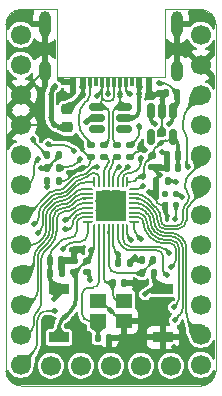
<source format=gtl>
G04 #@! TF.GenerationSoftware,KiCad,Pcbnew,8.0.0*
G04 #@! TF.CreationDate,2024-04-25T16:46:25+07:00*
G04 #@! TF.ProjectId,artemisia,61727465-6d69-4736-9961-2e6b69636164,2*
G04 #@! TF.SameCoordinates,Original*
G04 #@! TF.FileFunction,Copper,L1,Top*
G04 #@! TF.FilePolarity,Positive*
%FSLAX46Y46*%
G04 Gerber Fmt 4.6, Leading zero omitted, Abs format (unit mm)*
G04 Created by KiCad (PCBNEW 8.0.0) date 2024-04-25 16:46:25*
%MOMM*%
%LPD*%
G01*
G04 APERTURE LIST*
G04 Aperture macros list*
%AMRoundRect*
0 Rectangle with rounded corners*
0 $1 Rounding radius*
0 $2 $3 $4 $5 $6 $7 $8 $9 X,Y pos of 4 corners*
0 Add a 4 corners polygon primitive as box body*
4,1,4,$2,$3,$4,$5,$6,$7,$8,$9,$2,$3,0*
0 Add four circle primitives for the rounded corners*
1,1,$1+$1,$2,$3*
1,1,$1+$1,$4,$5*
1,1,$1+$1,$6,$7*
1,1,$1+$1,$8,$9*
0 Add four rect primitives between the rounded corners*
20,1,$1+$1,$2,$3,$4,$5,0*
20,1,$1+$1,$4,$5,$6,$7,0*
20,1,$1+$1,$6,$7,$8,$9,0*
20,1,$1+$1,$8,$9,$2,$3,0*%
%AMFreePoly0*
4,1,14,0.085355,0.385355,0.100000,0.350000,0.100000,-0.350000,0.085355,-0.385355,0.050000,-0.400000,0.020711,-0.400000,-0.014644,-0.385355,-0.085355,-0.314644,-0.100000,-0.279289,-0.100000,0.350000,-0.085355,0.385355,-0.050000,0.400000,0.050000,0.400000,0.085355,0.385355,0.085355,0.385355,$1*%
%AMFreePoly1*
4,1,14,0.085355,0.385355,0.100000,0.350000,0.100000,-0.279289,0.085355,-0.314644,0.014644,-0.385355,-0.020711,-0.400000,-0.050000,-0.400000,-0.085355,-0.385355,-0.100000,-0.350000,-0.100000,0.350000,-0.085355,0.385355,-0.050000,0.400000,0.050000,0.400000,0.085355,0.385355,0.085355,0.385355,$1*%
%AMFreePoly2*
4,1,14,0.385355,0.085355,0.400000,0.050000,0.400000,-0.050000,0.385355,-0.085355,0.350000,-0.100000,-0.350000,-0.100000,-0.385355,-0.085355,-0.400000,-0.050000,-0.400000,-0.020711,-0.385355,0.014644,-0.314644,0.085355,-0.279289,0.100000,0.350000,0.100000,0.385355,0.085355,0.385355,0.085355,$1*%
%AMFreePoly3*
4,1,14,0.385355,0.085355,0.400000,0.050000,0.400000,-0.050000,0.385355,-0.085355,0.350000,-0.100000,-0.279289,-0.100000,-0.314644,-0.085355,-0.385355,-0.014644,-0.400000,0.020711,-0.400000,0.050000,-0.385355,0.085355,-0.350000,0.100000,0.350000,0.100000,0.385355,0.085355,0.385355,0.085355,$1*%
%AMFreePoly4*
4,1,14,0.014644,0.385355,0.085355,0.314644,0.100000,0.279289,0.100000,-0.350000,0.085355,-0.385355,0.050000,-0.400000,-0.050000,-0.400000,-0.085355,-0.385355,-0.100000,-0.350000,-0.100000,0.350000,-0.085355,0.385355,-0.050000,0.400000,-0.020711,0.400000,0.014644,0.385355,0.014644,0.385355,$1*%
%AMFreePoly5*
4,1,14,0.085355,0.385355,0.100000,0.350000,0.100000,-0.350000,0.085355,-0.385355,0.050000,-0.400000,-0.050000,-0.400000,-0.085355,-0.385355,-0.100000,-0.350000,-0.100000,0.279289,-0.085355,0.314644,-0.014644,0.385355,0.020711,0.400000,0.050000,0.400000,0.085355,0.385355,0.085355,0.385355,$1*%
%AMFreePoly6*
4,1,14,0.385355,0.085355,0.400000,0.050000,0.400000,0.020711,0.385355,-0.014644,0.314644,-0.085355,0.279289,-0.100000,-0.350000,-0.100000,-0.385355,-0.085355,-0.400000,-0.050000,-0.400000,0.050000,-0.385355,0.085355,-0.350000,0.100000,0.350000,0.100000,0.385355,0.085355,0.385355,0.085355,$1*%
%AMFreePoly7*
4,1,14,0.314644,0.085355,0.385355,0.014644,0.400000,-0.020711,0.400000,-0.050000,0.385355,-0.085355,0.350000,-0.100000,-0.350000,-0.100000,-0.385355,-0.085355,-0.400000,-0.050000,-0.400000,0.050000,-0.385355,0.085355,-0.350000,0.100000,0.279289,0.100000,0.314644,0.085355,0.314644,0.085355,$1*%
G04 Aperture macros list end*
G04 #@! TA.AperFunction,SMDPad,CuDef*
%ADD10RoundRect,0.140000X-0.140000X-0.170000X0.140000X-0.170000X0.140000X0.170000X-0.140000X0.170000X0*%
G04 #@! TD*
G04 #@! TA.AperFunction,SMDPad,CuDef*
%ADD11RoundRect,0.135000X-0.135000X-0.185000X0.135000X-0.185000X0.135000X0.185000X-0.135000X0.185000X0*%
G04 #@! TD*
G04 #@! TA.AperFunction,SMDPad,CuDef*
%ADD12RoundRect,0.135000X0.135000X0.185000X-0.135000X0.185000X-0.135000X-0.185000X0.135000X-0.185000X0*%
G04 #@! TD*
G04 #@! TA.AperFunction,SMDPad,CuDef*
%ADD13RoundRect,0.140000X0.140000X0.170000X-0.140000X0.170000X-0.140000X-0.170000X0.140000X-0.170000X0*%
G04 #@! TD*
G04 #@! TA.AperFunction,SMDPad,CuDef*
%ADD14RoundRect,0.150000X-0.512500X-0.150000X0.512500X-0.150000X0.512500X0.150000X-0.512500X0.150000X0*%
G04 #@! TD*
G04 #@! TA.AperFunction,SMDPad,CuDef*
%ADD15RoundRect,0.140000X0.170000X-0.140000X0.170000X0.140000X-0.170000X0.140000X-0.170000X-0.140000X0*%
G04 #@! TD*
G04 #@! TA.AperFunction,SMDPad,CuDef*
%ADD16R,0.600000X0.800000*%
G04 #@! TD*
G04 #@! TA.AperFunction,SMDPad,CuDef*
%ADD17R,0.300000X0.800000*%
G04 #@! TD*
G04 #@! TA.AperFunction,ComponentPad*
%ADD18O,1.000000X2.200000*%
G04 #@! TD*
G04 #@! TA.AperFunction,ComponentPad*
%ADD19O,1.000000X1.800000*%
G04 #@! TD*
G04 #@! TA.AperFunction,ComponentPad*
%ADD20C,1.700000*%
G04 #@! TD*
G04 #@! TA.AperFunction,SMDPad,CuDef*
%ADD21R,1.700000X0.900000*%
G04 #@! TD*
G04 #@! TA.AperFunction,ComponentPad*
%ADD22C,0.500000*%
G04 #@! TD*
G04 #@! TA.AperFunction,SMDPad,CuDef*
%ADD23R,2.650000X2.650000*%
G04 #@! TD*
G04 #@! TA.AperFunction,SMDPad,CuDef*
%ADD24FreePoly0,90.000000*%
G04 #@! TD*
G04 #@! TA.AperFunction,SMDPad,CuDef*
%ADD25RoundRect,0.050000X0.350000X-0.050000X0.350000X0.050000X-0.350000X0.050000X-0.350000X-0.050000X0*%
G04 #@! TD*
G04 #@! TA.AperFunction,SMDPad,CuDef*
%ADD26FreePoly1,90.000000*%
G04 #@! TD*
G04 #@! TA.AperFunction,SMDPad,CuDef*
%ADD27FreePoly2,90.000000*%
G04 #@! TD*
G04 #@! TA.AperFunction,SMDPad,CuDef*
%ADD28RoundRect,0.050000X0.050000X-0.350000X0.050000X0.350000X-0.050000X0.350000X-0.050000X-0.350000X0*%
G04 #@! TD*
G04 #@! TA.AperFunction,SMDPad,CuDef*
%ADD29FreePoly3,90.000000*%
G04 #@! TD*
G04 #@! TA.AperFunction,SMDPad,CuDef*
%ADD30FreePoly4,90.000000*%
G04 #@! TD*
G04 #@! TA.AperFunction,SMDPad,CuDef*
%ADD31FreePoly5,90.000000*%
G04 #@! TD*
G04 #@! TA.AperFunction,SMDPad,CuDef*
%ADD32FreePoly6,90.000000*%
G04 #@! TD*
G04 #@! TA.AperFunction,SMDPad,CuDef*
%ADD33FreePoly7,90.000000*%
G04 #@! TD*
G04 #@! TA.AperFunction,SMDPad,CuDef*
%ADD34RoundRect,0.150000X-0.150000X0.512500X-0.150000X-0.512500X0.150000X-0.512500X0.150000X0.512500X0*%
G04 #@! TD*
G04 #@! TA.AperFunction,SMDPad,CuDef*
%ADD35RoundRect,0.218750X-0.256250X0.218750X-0.256250X-0.218750X0.256250X-0.218750X0.256250X0.218750X0*%
G04 #@! TD*
G04 #@! TA.AperFunction,SMDPad,CuDef*
%ADD36RoundRect,0.140000X-0.170000X0.140000X-0.170000X-0.140000X0.170000X-0.140000X0.170000X0.140000X0*%
G04 #@! TD*
G04 #@! TA.AperFunction,SMDPad,CuDef*
%ADD37RoundRect,0.125000X0.125000X-0.125000X0.125000X0.125000X-0.125000X0.125000X-0.125000X-0.125000X0*%
G04 #@! TD*
G04 #@! TA.AperFunction,SMDPad,CuDef*
%ADD38R,1.400000X1.200000*%
G04 #@! TD*
G04 #@! TA.AperFunction,SMDPad,CuDef*
%ADD39RoundRect,0.135000X0.185000X-0.135000X0.185000X0.135000X-0.185000X0.135000X-0.185000X-0.135000X0*%
G04 #@! TD*
G04 #@! TA.AperFunction,SMDPad,CuDef*
%ADD40RoundRect,0.135000X-0.185000X0.135000X-0.185000X-0.135000X0.185000X-0.135000X0.185000X0.135000X0*%
G04 #@! TD*
G04 #@! TA.AperFunction,SMDPad,CuDef*
%ADD41RoundRect,0.147500X0.147500X0.172500X-0.147500X0.172500X-0.147500X-0.172500X0.147500X-0.172500X0*%
G04 #@! TD*
G04 #@! TA.AperFunction,ViaPad*
%ADD42C,0.500000*%
G04 #@! TD*
G04 #@! TA.AperFunction,Conductor*
%ADD43C,0.300000*%
G04 #@! TD*
G04 #@! TA.AperFunction,Conductor*
%ADD44C,0.400000*%
G04 #@! TD*
G04 #@! TA.AperFunction,Conductor*
%ADD45C,0.150000*%
G04 #@! TD*
G04 #@! TA.AperFunction,Conductor*
%ADD46C,0.200000*%
G04 #@! TD*
G04 #@! TA.AperFunction,Profile*
%ADD47C,0.100000*%
G04 #@! TD*
G04 APERTURE END LIST*
D10*
X7790000Y-27850000D03*
X8750000Y-27850000D03*
D11*
X3490000Y-12350000D03*
X4510000Y-12350000D03*
D12*
X13710000Y-14500000D03*
X12690000Y-14500000D03*
D13*
X10480000Y-21500000D03*
X9520000Y-21500000D03*
D14*
X7752500Y-8250000D03*
X7752500Y-9200000D03*
X7752500Y-10150000D03*
X10027500Y-10150000D03*
X10027500Y-9200000D03*
X10027500Y-8250000D03*
D10*
X13520000Y-7100000D03*
X14480000Y-7100000D03*
D12*
X4720000Y-22325000D03*
X3700000Y-22325000D03*
D13*
X14580000Y-12325000D03*
X13620000Y-12325000D03*
D15*
X12400000Y-13355000D03*
X12400000Y-12395000D03*
D16*
X12103000Y-6150474D03*
X11303000Y-6150474D03*
D17*
X10653000Y-6150474D03*
X10153000Y-6150474D03*
X9653000Y-6150474D03*
X9153000Y-6150474D03*
X8653000Y-6150474D03*
X8153000Y-6150474D03*
X7653000Y-6150474D03*
X7153000Y-6150474D03*
D16*
X6503000Y-6150474D03*
X5703000Y-6150474D03*
D18*
X3328000Y-1250474D03*
D19*
X3328000Y-5250474D03*
D18*
X14478000Y-1250474D03*
D19*
X14478000Y-5250474D03*
D13*
X4690000Y-21225000D03*
X3730000Y-21225000D03*
D20*
X3810000Y-30162500D03*
X6350000Y-30162500D03*
X8890000Y-30162500D03*
X11430000Y-30162500D03*
X13970000Y-30162500D03*
D11*
X11490000Y-22325000D03*
X12510000Y-22325000D03*
D21*
X4500000Y-23650000D03*
X4500000Y-27750000D03*
D22*
X9740000Y-15750000D03*
X8890000Y-15750000D03*
X8040000Y-15750000D03*
X9740000Y-16600000D03*
D23*
X8890000Y-16600000D03*
D22*
X8890000Y-16600000D03*
X8040000Y-16600000D03*
X9740000Y-17450000D03*
X8890000Y-17450000D03*
X8040000Y-17450000D03*
D24*
X6940000Y-18000000D03*
D25*
X6940000Y-17600000D03*
X6940000Y-17200000D03*
X6940000Y-16800000D03*
X6940000Y-16400000D03*
X6940000Y-16000000D03*
X6940000Y-15600000D03*
D26*
X6940000Y-15200000D03*
D27*
X7490000Y-14650000D03*
D28*
X7890000Y-14650000D03*
X8290000Y-14650000D03*
X8690000Y-14650000D03*
X9090000Y-14650000D03*
X9490000Y-14650000D03*
X9890000Y-14650000D03*
D29*
X10290000Y-14650000D03*
D30*
X10840000Y-15200000D03*
D25*
X10840000Y-15600000D03*
X10840000Y-16000000D03*
X10840000Y-16400000D03*
X10840000Y-16800000D03*
X10840000Y-17200000D03*
X10840000Y-17600000D03*
D31*
X10840000Y-18000000D03*
D32*
X10290000Y-18550000D03*
D28*
X9890000Y-18550000D03*
X9490000Y-18550000D03*
X9090000Y-18550000D03*
X8690000Y-18550000D03*
X8290000Y-18550000D03*
X7890000Y-18550000D03*
D33*
X7490000Y-18550000D03*
D34*
X14150000Y-8562500D03*
X13200000Y-8562500D03*
X12250000Y-8562500D03*
X12250000Y-10837500D03*
X14150000Y-10837500D03*
D35*
X5200000Y-8412500D03*
X5200000Y-9987500D03*
D21*
X13280000Y-23650000D03*
X13280000Y-27750000D03*
D36*
X5800000Y-21295000D03*
X5800000Y-22255000D03*
D10*
X9030000Y-23150000D03*
X9990000Y-23150000D03*
D37*
X14400000Y-16550000D03*
X14400000Y-15650000D03*
X13500000Y-15650000D03*
X13500000Y-16550000D03*
D10*
X13620000Y-13425000D03*
X14580000Y-13425000D03*
D15*
X6900000Y-22255000D03*
X6900000Y-21295000D03*
D38*
X9990000Y-24650000D03*
X7790000Y-24650000D03*
X7790000Y-26350000D03*
X9990000Y-26350000D03*
D39*
X8325000Y-12510000D03*
X8325000Y-11490000D03*
D10*
X11520000Y-21225000D03*
X12480000Y-21225000D03*
D40*
X7225000Y-11490000D03*
X7225000Y-12510000D03*
D41*
X4485000Y-14500000D03*
X3515000Y-14500000D03*
D39*
X9425000Y-12510000D03*
X9425000Y-11490000D03*
X10550000Y-12510000D03*
X10550000Y-11490000D03*
D20*
X1270000Y-2146300D03*
X1270000Y-4686300D03*
X1270000Y-7226300D03*
X1270000Y-9766300D03*
X1270000Y-12306300D03*
X1270000Y-14846300D03*
X1270000Y-17386300D03*
X1270000Y-19926300D03*
X1270000Y-22466300D03*
X1270000Y-25006300D03*
X1270000Y-27546300D03*
X1270000Y-30086300D03*
D11*
X3490000Y-13450000D03*
X4510000Y-13450000D03*
D20*
X16510000Y-2146300D03*
X16510000Y-4686300D03*
X16510000Y-7226300D03*
X16510000Y-9766300D03*
X16510000Y-12306300D03*
X16510000Y-14846300D03*
X16510000Y-17386300D03*
X16510000Y-19926300D03*
X16510000Y-22466300D03*
X16510000Y-25006300D03*
X16510000Y-27546300D03*
X16510000Y-30086300D03*
D42*
X8890000Y-25500000D03*
X6100000Y-20400000D03*
X12400000Y-7200000D03*
X5700000Y-7000000D03*
X13200000Y-10500000D03*
X14200000Y-28600000D03*
X6300000Y-11400000D03*
X7100000Y-22900000D03*
X10900000Y-21000000D03*
X13050000Y-14000000D03*
X11500000Y-11800000D03*
X10800000Y-23225000D03*
X6800000Y-9500000D03*
X13200000Y-12100000D03*
X13800000Y-9700000D03*
X4200000Y-6500000D03*
X13000000Y-6250481D03*
X12600000Y-9700000D03*
X9653000Y-7200000D03*
X8653000Y-7200000D03*
X7700000Y-7300000D03*
X5000000Y-26000000D03*
X14950000Y-15850000D03*
X13100000Y-11300000D03*
X3000000Y-13450000D03*
X7200000Y-20400000D03*
X9520000Y-20700000D03*
X11600000Y-14150000D03*
X4100000Y-24500000D03*
X10600000Y-19500000D03*
X5000000Y-18600000D03*
X2700000Y-12700000D03*
X5000000Y-17800000D03*
X11600000Y-14950000D03*
X3600000Y-11400000D03*
X9600000Y-13300000D03*
X5800000Y-12000000D03*
X2700000Y-18900000D03*
X2400000Y-18200000D03*
X4800000Y-20300000D03*
X4200000Y-25500000D03*
X11400000Y-12600000D03*
X7700000Y-13300000D03*
X14000000Y-21800000D03*
X13800000Y-20600000D03*
X13600000Y-22500000D03*
X14200000Y-25200000D03*
X14300000Y-26300000D03*
X11303000Y-7200000D03*
X6503000Y-7200000D03*
X15400000Y-13300000D03*
X11800000Y-24100000D03*
X11303000Y-9900000D03*
X10503000Y-7200000D03*
X3500000Y-15000000D03*
X14400000Y-14600000D03*
X6300000Y-12700000D03*
X11400000Y-19400000D03*
X10350000Y-13300000D03*
X2300000Y-11000000D03*
X14300000Y-17750000D03*
D43*
X12400000Y-13355000D02*
X12405000Y-13355000D01*
D44*
X12400000Y-7200000D02*
X13420000Y-7200000D01*
D43*
X5730000Y-21225000D02*
X5800000Y-21295000D01*
X5800000Y-20844975D02*
X5800000Y-21295000D01*
D45*
X6300000Y-11400000D02*
X6046446Y-11146446D01*
X4007107Y-10707107D02*
X3578863Y-10278863D01*
D43*
X9990000Y-27373604D02*
X9990000Y-26350000D01*
X12400000Y-13355000D02*
X13550000Y-13355000D01*
X4690000Y-22295000D02*
X4720000Y-22325000D01*
D46*
X11146447Y-12050000D02*
X11113553Y-12050000D01*
D43*
X12690000Y-14360000D02*
X13050000Y-14000000D01*
D46*
X9990000Y-26350000D02*
X9740000Y-26350000D01*
D45*
X6517158Y-12017158D02*
X7010000Y-12510000D01*
X5692893Y-11000000D02*
X4714214Y-11000000D01*
D43*
X12690000Y-14500000D02*
X12690000Y-14360000D01*
D44*
X7752500Y-9200000D02*
X7307107Y-9200000D01*
D46*
X13200000Y-10300000D02*
X13200000Y-10500000D01*
D43*
X6953553Y-22308553D02*
X6900000Y-22255000D01*
D46*
X7790000Y-24650000D02*
X8040000Y-24650000D01*
D45*
X2341426Y-9766300D02*
X1270000Y-9766300D01*
D46*
X3328000Y-5250474D02*
X3236800Y-5250474D01*
X13167347Y-16550000D02*
X13500000Y-16550000D01*
X12821802Y-16390851D02*
X12849149Y-16418198D01*
D43*
X4690000Y-21225000D02*
X4690000Y-22295000D01*
X12405000Y-13355000D02*
X13050000Y-14000000D01*
D46*
X3328000Y-5250474D02*
X3245826Y-5250474D01*
D45*
X6420779Y-13500000D02*
X6335895Y-13500000D01*
D43*
X13497513Y-12202513D02*
X13620000Y-12325000D01*
X13200000Y-12100000D02*
X13250025Y-12100000D01*
X9513604Y-27850000D02*
X8750000Y-27850000D01*
D46*
X13200000Y-8562500D02*
X13200000Y-10300000D01*
D45*
X6300000Y-11400000D02*
X6312132Y-11412132D01*
D43*
X9831802Y-27718198D02*
X9858198Y-27691802D01*
D45*
X6990685Y-13261465D02*
X6986464Y-13265686D01*
D44*
X13200000Y-7627107D02*
X13200000Y-8562500D01*
D45*
X4921682Y-14500000D02*
X4485000Y-14500000D01*
D43*
X13550000Y-13355000D02*
X13620000Y-13425000D01*
D46*
X11500000Y-11800000D02*
X11323223Y-11976777D01*
D44*
X13420000Y-7200000D02*
X13520000Y-7100000D01*
X12249447Y-7049447D02*
X12400000Y-7200000D01*
D46*
X10936776Y-12123224D02*
X10550000Y-12510000D01*
D45*
X7010000Y-12510000D02*
X7225000Y-12510000D01*
D43*
X4690000Y-21225000D02*
X5730000Y-21225000D01*
X7100000Y-22662107D02*
X7100000Y-22900000D01*
D45*
X7225000Y-12510000D02*
X7225000Y-12695779D01*
D46*
X10065000Y-23225000D02*
X9990000Y-23150000D01*
D45*
X5982341Y-13646447D02*
X5275236Y-14353553D01*
D44*
X10480000Y-21500000D02*
X10480000Y-21420000D01*
D46*
X12690000Y-14500000D02*
X12690000Y-16072653D01*
D43*
X5902513Y-20597487D02*
X6100000Y-20400000D01*
X13620000Y-13425000D02*
X13620000Y-12325000D01*
D44*
X12103000Y-6150474D02*
X12103000Y-6695893D01*
X11051776Y-21151776D02*
X10900000Y-21000000D01*
D46*
X3245826Y-5250474D02*
X1270000Y-7226300D01*
D44*
X11520000Y-21225000D02*
X11228553Y-21225000D01*
D46*
X9740000Y-26350000D02*
X8890000Y-25500000D01*
D44*
X13520000Y-7100000D02*
X13346446Y-7273554D01*
X6953553Y-9346447D02*
X6800000Y-9500000D01*
D46*
X8040000Y-24650000D02*
X8890000Y-25500000D01*
X10800000Y-23225000D02*
X10065000Y-23225000D01*
D45*
X6400000Y-11624264D02*
X6400000Y-11734315D01*
D44*
X10480000Y-21420000D02*
X10900000Y-21000000D01*
D45*
X3578863Y-10278863D02*
G75*
G03*
X2341426Y-9766296I-1237443J-1237437D01*
G01*
D46*
X13167347Y-16550000D02*
G75*
G02*
X12849125Y-16418222I-47J450000D01*
G01*
D45*
X6312132Y-11412132D02*
G75*
G02*
X6400025Y-11624264I-212132J-212168D01*
G01*
X6517158Y-12017158D02*
G75*
G02*
X6399990Y-11734315I282842J282858D01*
G01*
X6046446Y-11146446D02*
G75*
G03*
X5692893Y-11000005I-353546J-353554D01*
G01*
D46*
X11146447Y-12050000D02*
G75*
G03*
X11323200Y-11976754I-47J250000D01*
G01*
X12821802Y-16390851D02*
G75*
G02*
X12690034Y-16072653I318198J318151D01*
G01*
D44*
X11051777Y-21151775D02*
G75*
G03*
X11228553Y-21225032I176823J176775D01*
G01*
D46*
X11113553Y-12050000D02*
G75*
G03*
X10936799Y-12123247I47J-250000D01*
G01*
D44*
X13200000Y-7627107D02*
G75*
G02*
X13346443Y-7273551I500000J7D01*
G01*
D43*
X7100000Y-22662107D02*
G75*
G03*
X6953556Y-22308550I-500000J7D01*
G01*
D45*
X5982341Y-13646447D02*
G75*
G02*
X6335895Y-13499997I353559J-353553D01*
G01*
D44*
X6953553Y-9346447D02*
G75*
G02*
X7307107Y-9200005I353547J-353553D01*
G01*
D45*
X5275236Y-14353553D02*
G75*
G02*
X4921682Y-14499987I-353536J353553D01*
G01*
X7225000Y-12695779D02*
G75*
G02*
X6990687Y-13261467I-800010J-1D01*
G01*
X6986464Y-13265686D02*
G75*
G02*
X6420779Y-13499985I-565664J565686D01*
G01*
D44*
X12249447Y-7049447D02*
G75*
G02*
X12103005Y-6695893I353553J353547D01*
G01*
D43*
X5902514Y-20597488D02*
G75*
G03*
X5799983Y-20844975I247486J-247512D01*
G01*
X9513604Y-27850000D02*
G75*
G03*
X9831800Y-27718196I-4J450000D01*
G01*
X9858197Y-27691801D02*
G75*
G03*
X9990002Y-27373604I-318197J318201D01*
G01*
X13250025Y-12100000D02*
G75*
G02*
X13497500Y-12202526I-25J-350000D01*
G01*
D45*
X4007107Y-10707107D02*
G75*
G03*
X4714214Y-10999990I707093J707107D01*
G01*
X7367893Y-23550000D02*
X6982107Y-23550000D01*
X6475000Y-24057107D02*
X6475000Y-25797183D01*
X7743553Y-23381447D02*
X7721446Y-23403554D01*
X7890000Y-18550000D02*
X7890000Y-23027893D01*
X7027817Y-26350000D02*
X7790000Y-26350000D01*
X6636092Y-26186092D02*
X6638909Y-26188909D01*
X6628553Y-23696447D02*
X6621446Y-23703554D01*
X7790000Y-27850000D02*
X7790000Y-26350000D01*
X6475000Y-25797183D02*
G75*
G03*
X6636083Y-26186101I550000J-17D01*
G01*
X7743553Y-23381447D02*
G75*
G03*
X7889995Y-23027893I-353553J353547D01*
G01*
X7367893Y-23550000D02*
G75*
G03*
X7721449Y-23403557I7J500000D01*
G01*
X6982107Y-23550000D02*
G75*
G03*
X6628550Y-23696444I-7J-500000D01*
G01*
X6475000Y-24057107D02*
G75*
G02*
X6621443Y-23703551I500000J7D01*
G01*
X7027817Y-26350000D02*
G75*
G02*
X6638900Y-26188918I-17J550000D01*
G01*
X8690000Y-18550000D02*
X8690000Y-21600051D01*
D46*
X12480000Y-21295000D02*
X12480000Y-21225000D01*
D45*
X8919974Y-22119974D02*
X8895025Y-22095025D01*
X11490000Y-22325000D02*
X9414949Y-22325000D01*
D46*
X11490000Y-22325000D02*
X11490000Y-22285000D01*
X11490000Y-22285000D02*
X12480000Y-21295000D01*
D45*
X8690000Y-21600051D02*
G75*
G03*
X8895025Y-22095025I700000J1D01*
G01*
X9414949Y-22325000D02*
G75*
G02*
X8919949Y-22119999I-49J700000D01*
G01*
D46*
X13919189Y-6470151D02*
X14480000Y-7030962D01*
D44*
X4034315Y-9734315D02*
X4053186Y-9753186D01*
D43*
X12250000Y-8562500D02*
X12250000Y-9142893D01*
D46*
X14480000Y-7030962D02*
X14480000Y-7100000D01*
D44*
X4618871Y-9987500D02*
X5200000Y-9987500D01*
X14480000Y-7100000D02*
X14480000Y-7818286D01*
X14187107Y-8525393D02*
X14150000Y-8562500D01*
D43*
X14003553Y-9496447D02*
X13800000Y-9700000D01*
D46*
X13000000Y-6250481D02*
X13388859Y-6250481D01*
D43*
X12396447Y-9496447D02*
X12600000Y-9700000D01*
D44*
X3800000Y-7210660D02*
X3800000Y-9168629D01*
D43*
X14150000Y-8562500D02*
X14150000Y-9142893D01*
D44*
X4200000Y-6500000D02*
X4019670Y-6680330D01*
D43*
X14003553Y-9496447D02*
G75*
G03*
X14149995Y-9142893I-353553J353547D01*
G01*
D46*
X13388859Y-6250481D02*
G75*
G02*
X13919214Y-6470126I41J-750019D01*
G01*
D44*
X3800000Y-9168629D02*
G75*
G03*
X4034313Y-9734317I800010J-1D01*
G01*
X4053186Y-9753186D02*
G75*
G03*
X4618871Y-9987520I565714J565686D01*
G01*
X4019670Y-6680330D02*
G75*
G03*
X3799972Y-7210660I530330J-530370D01*
G01*
D43*
X12396447Y-9496447D02*
G75*
G02*
X12250005Y-9142893I353553J353547D01*
G01*
D44*
X14480000Y-7818286D02*
G75*
G02*
X14187114Y-8525400I-1000000J-14D01*
G01*
D45*
X9653000Y-6150474D02*
X9653000Y-7200000D01*
D46*
X9425000Y-11490000D02*
X9215966Y-11280966D01*
D45*
X8653000Y-6150474D02*
X8653000Y-7200000D01*
D46*
X9536396Y-8250000D02*
X10027500Y-8250000D01*
X9201322Y-8398678D02*
X9218198Y-8381802D01*
D45*
X9653000Y-7668393D02*
X9653000Y-7200000D01*
X10027500Y-8250000D02*
X9799446Y-8021946D01*
D46*
X9069520Y-10927413D02*
X9069520Y-8716876D01*
X9536396Y-8250000D02*
G75*
G03*
X9218200Y-8381804I4J-450000D01*
G01*
X9069520Y-8716876D02*
G75*
G02*
X9201338Y-8398694I449980J-24D01*
G01*
X9069520Y-10927413D02*
G75*
G03*
X9215977Y-11280955I499980J13D01*
G01*
D45*
X9799446Y-8021946D02*
G75*
G02*
X9653005Y-7668393I353554J353546D01*
G01*
D46*
X8581802Y-8381802D02*
X8588198Y-8388198D01*
D45*
X8153000Y-7428736D02*
X8153000Y-7642393D01*
X8006553Y-7995947D02*
X7752500Y-8250000D01*
D46*
X8720000Y-8706396D02*
X8720000Y-10887893D01*
D45*
X9051048Y-7648952D02*
X9051952Y-7648048D01*
X9153000Y-7404096D02*
X9153000Y-6150474D01*
X8153000Y-6639893D02*
X8153000Y-7428736D01*
D46*
X8573553Y-11241447D02*
X8325000Y-11490000D01*
D45*
X8153000Y-6639893D02*
X8153000Y-6150474D01*
X7700000Y-7300000D02*
X8006554Y-6993446D01*
X8474264Y-7750000D02*
X8807096Y-7750000D01*
D46*
X7752500Y-8250000D02*
X8263604Y-8250000D01*
D45*
X8240868Y-7640868D02*
X8262132Y-7662132D01*
D46*
X8573553Y-11241447D02*
G75*
G03*
X8719995Y-10887893I-353553J353547D01*
G01*
D45*
X8153000Y-6639893D02*
G75*
G02*
X8006557Y-6993449I-500000J-7D01*
G01*
X8153000Y-7428736D02*
G75*
G03*
X8240886Y-7640850I300000J36D01*
G01*
X8807096Y-7750000D02*
G75*
G03*
X9051050Y-7648954I4J345000D01*
G01*
D46*
X8588197Y-8388199D02*
G75*
G02*
X8720002Y-8706396I-318197J-318201D01*
G01*
X8263604Y-8250000D02*
G75*
G02*
X8581800Y-8381804I-4J-450000D01*
G01*
D45*
X8262132Y-7662132D02*
G75*
G03*
X8474264Y-7750025I212168J212132D01*
G01*
X9051952Y-7648048D02*
G75*
G03*
X9152997Y-7404096I-243952J243948D01*
G01*
X8153000Y-7642393D02*
G75*
G02*
X8006556Y-7995950I-500000J-7D01*
G01*
X9030000Y-24047893D02*
X9030000Y-23150000D01*
X8690685Y-23150000D02*
X9030000Y-23150000D01*
X9425000Y-24650000D02*
X9990000Y-24650000D01*
X9176447Y-24401447D02*
X9425000Y-24650000D01*
X8407158Y-23032158D02*
X8407843Y-23032843D01*
X8290000Y-18550000D02*
X8290000Y-22749315D01*
X9030000Y-24047893D02*
G75*
G03*
X9176444Y-24401450I500000J-7D01*
G01*
X8407843Y-23032843D02*
G75*
G03*
X8690685Y-23150010I282857J282843D01*
G01*
X8290000Y-22749315D02*
G75*
G03*
X8407165Y-23032151I400000J15D01*
G01*
D46*
X9049520Y-13037669D02*
X9049520Y-12803553D01*
X8690000Y-14650000D02*
X8690000Y-13811403D01*
X9239520Y-12510000D02*
X9425000Y-12510000D01*
X9122744Y-12626776D02*
X9239520Y-12510000D01*
X8836447Y-13457849D02*
X8903074Y-13391222D01*
X8836447Y-13457849D02*
G75*
G03*
X8690002Y-13811403I353553J-353551D01*
G01*
X9049520Y-13037669D02*
G75*
G02*
X8903094Y-13391242I-500020J-31D01*
G01*
X9049520Y-12803553D02*
G75*
G02*
X9122771Y-12626803I249980J-47D01*
G01*
X8626776Y-12626776D02*
X8510000Y-12510000D01*
X8290000Y-14650000D02*
X8290000Y-13717107D01*
X8700000Y-12892893D02*
X8700000Y-12803553D01*
X8510000Y-12510000D02*
X8325000Y-12510000D01*
X8436447Y-13363553D02*
X8553554Y-13246446D01*
X8436447Y-13363553D02*
G75*
G03*
X8290005Y-13717107I353553J-353547D01*
G01*
X8700000Y-12803553D02*
G75*
G03*
X8626753Y-12626799I-250000J-47D01*
G01*
X8553554Y-13246446D02*
G75*
G03*
X8699995Y-12892893I-353554J353546D01*
G01*
X11103553Y-14296447D02*
X10896446Y-14503554D01*
D43*
X3490000Y-13450000D02*
X3000000Y-13450000D01*
D46*
X10542893Y-14650000D02*
X10290000Y-14650000D01*
D43*
X5800000Y-22255000D02*
X5950000Y-22405000D01*
X4500000Y-27750000D02*
X4500000Y-26810660D01*
D45*
X12400000Y-12207107D02*
X12400000Y-12395000D01*
D43*
X7053553Y-21141447D02*
X6900000Y-21295000D01*
D46*
X11600000Y-14150000D02*
X11457107Y-14150000D01*
X6805000Y-21295000D02*
X5845000Y-22255000D01*
X7490000Y-18550000D02*
X7490000Y-19965025D01*
D45*
X11700000Y-13302107D02*
X11700000Y-13925736D01*
D43*
X14400000Y-15650000D02*
X14542893Y-15650000D01*
D46*
X13153553Y-11246447D02*
X13100000Y-11300000D01*
D43*
X5950000Y-22405000D02*
X5950000Y-24428680D01*
D45*
X12505000Y-12395000D02*
X12600000Y-12395000D01*
D46*
X4510000Y-12350000D02*
X4510000Y-12430000D01*
X7387487Y-20212513D02*
X7200000Y-20400000D01*
D43*
X9520000Y-20700000D02*
X9520000Y-21500000D01*
D46*
X4510000Y-12430000D02*
X3490000Y-13450000D01*
D43*
X14896447Y-15796447D02*
X14950000Y-15850000D01*
D46*
X13680393Y-11100000D02*
X13507107Y-11100000D01*
D45*
X11846447Y-12948553D02*
X12400000Y-12395000D01*
D46*
X5845000Y-22255000D02*
X5800000Y-22255000D01*
D45*
X13100000Y-11300000D02*
X12546446Y-11853554D01*
D46*
X9280381Y-20460381D02*
X9520000Y-20700000D01*
D43*
X5510660Y-25489340D02*
X5000000Y-26000000D01*
X14580000Y-13425000D02*
X14580000Y-12325000D01*
X7200000Y-20400000D02*
X7200000Y-20787893D01*
D46*
X14033947Y-10953553D02*
X14150000Y-10837500D01*
D43*
X4719670Y-26280330D02*
X5000000Y-26000000D01*
X14580000Y-12325000D02*
X14580000Y-11474607D01*
X14433553Y-11121053D02*
X14150000Y-10837500D01*
D46*
X6900000Y-21295000D02*
X6805000Y-21295000D01*
X5895000Y-22255000D02*
X5800000Y-22255000D01*
X9090000Y-18550000D02*
X9090000Y-20000761D01*
D45*
X11612132Y-14137868D02*
X11600000Y-14150000D01*
D46*
X13680393Y-11100000D02*
G75*
G03*
X14033950Y-10953556I7J500000D01*
G01*
D45*
X12546446Y-11853554D02*
G75*
G03*
X12400005Y-12207107I353554J-353546D01*
G01*
D46*
X9090000Y-20000761D02*
G75*
G03*
X9280362Y-20460400I650000J-39D01*
G01*
D45*
X11700000Y-13925736D02*
G75*
G02*
X11612114Y-14137850I-300000J36D01*
G01*
D43*
X14896447Y-15796447D02*
G75*
G03*
X14542893Y-15650005I-353547J-353553D01*
G01*
D45*
X11846447Y-12948553D02*
G75*
G03*
X11700005Y-13302107I353553J-353547D01*
G01*
D46*
X7490000Y-19965025D02*
G75*
G02*
X7387474Y-20212500I-350000J25D01*
G01*
D43*
X7200000Y-20787893D02*
G75*
G02*
X7053556Y-21141450I-500000J-7D01*
G01*
X14433553Y-11121053D02*
G75*
G02*
X14579995Y-11474607I-353553J-353547D01*
G01*
X5950000Y-24428680D02*
G75*
G02*
X5510660Y-25489340I-1500000J0D01*
G01*
D46*
X13153553Y-11246447D02*
G75*
G02*
X13507107Y-11100005I353547J-353553D01*
G01*
X10542893Y-14650000D02*
G75*
G03*
X10896449Y-14503557I7J500000D01*
G01*
D43*
X4719670Y-26280330D02*
G75*
G03*
X4499972Y-26810660I530330J-530370D01*
G01*
D46*
X11457107Y-14150000D02*
G75*
G03*
X11103550Y-14296444I-7J-500000D01*
G01*
X3730000Y-21225000D02*
X3730000Y-20789600D01*
D43*
X4353553Y-24246447D02*
X4100000Y-24500000D01*
X3730000Y-21225000D02*
X3730000Y-22295000D01*
D46*
X6146446Y-17753554D02*
X6153553Y-17746447D01*
X3949670Y-20259270D02*
X4540567Y-19668373D01*
X5247674Y-19375480D02*
X5375992Y-19375480D01*
D43*
X3846447Y-22996447D02*
X4500000Y-23650000D01*
D46*
X5800256Y-19199744D02*
X5824264Y-19175736D01*
X6000000Y-18751472D02*
X6000000Y-18107107D01*
X6507107Y-17600000D02*
X6940000Y-17600000D01*
D43*
X4500000Y-23650000D02*
X4500000Y-23892893D01*
X3730000Y-22295000D02*
X3700000Y-22325000D01*
X3700000Y-22325000D02*
X3700000Y-22642893D01*
D46*
X4540568Y-19668374D02*
G75*
G02*
X5247674Y-19375468I707132J-707126D01*
G01*
X5800256Y-19199744D02*
G75*
G02*
X5375992Y-19375480I-424256J424244D01*
G01*
X3730000Y-20789600D02*
G75*
G02*
X3949670Y-20259270I750000J0D01*
G01*
X6153553Y-17746447D02*
G75*
G02*
X6507107Y-17600005I353547J-353553D01*
G01*
D43*
X3700000Y-22642893D02*
G75*
G03*
X3846444Y-22996450I500000J-7D01*
G01*
D46*
X6000000Y-18107107D02*
G75*
G02*
X6146443Y-17753551I500000J7D01*
G01*
X5824264Y-19175736D02*
G75*
G03*
X5999980Y-18751472I-424264J424236D01*
G01*
D43*
X4353553Y-24246447D02*
G75*
G03*
X4499995Y-23892893I-353553J353547D01*
G01*
D45*
X10436447Y-19336447D02*
X10600000Y-19500000D01*
X10290000Y-18550000D02*
X10290000Y-18982893D01*
X10436447Y-19336447D02*
G75*
G02*
X10290005Y-18982893I353553J353547D01*
G01*
X5543678Y-18456322D02*
X5531802Y-18468198D01*
X5675480Y-17972687D02*
X5675480Y-18138124D01*
X5213604Y-18600000D02*
X5000000Y-18600000D01*
X6940000Y-17200000D02*
X6551720Y-17200000D01*
X6021390Y-17419670D02*
X5821926Y-17619134D01*
X5543677Y-18456321D02*
G75*
G03*
X5675502Y-18138124I-318177J318221D01*
G01*
X5675480Y-17972687D02*
G75*
G02*
X5821928Y-17619136I500020J-13D01*
G01*
X6551720Y-17200000D02*
G75*
G03*
X6021380Y-17419660I-20J-750000D01*
G01*
X5213604Y-18600000D02*
G75*
G03*
X5531800Y-18468196I-4J450000D01*
G01*
X2700000Y-12700000D02*
X2546446Y-12853554D01*
X2180330Y-14519670D02*
X1853700Y-14846300D01*
X5010367Y-17800000D02*
X5000000Y-17800000D01*
X5997804Y-17019670D02*
X5363920Y-17653554D01*
X2400000Y-13207107D02*
X2400000Y-13989340D01*
X1853700Y-14846300D02*
X1270000Y-14846300D01*
X6940000Y-16800000D02*
X6528134Y-16800000D01*
X2400000Y-13989340D02*
G75*
G02*
X2180328Y-14519668I-749990J0D01*
G01*
X5363919Y-17653553D02*
G75*
G02*
X5010367Y-17799976I-353519J353553D01*
G01*
X2546446Y-12853554D02*
G75*
G03*
X2400005Y-13207107I353554J-353546D01*
G01*
X5997805Y-17019671D02*
G75*
G02*
X6528134Y-16800025I530295J-530329D01*
G01*
X11452513Y-15097487D02*
X11600000Y-14950000D01*
X10840000Y-15200000D02*
X11205025Y-15200000D01*
X11205025Y-15200000D02*
G75*
G03*
X11452500Y-15097474I-25J350000D01*
G01*
X3824264Y-11500000D02*
X4989340Y-11500000D01*
X3600000Y-11400000D02*
X3612132Y-11412132D01*
X5519670Y-11719670D02*
X5800000Y-12000000D01*
X9309670Y-13590330D02*
X9600000Y-13300000D01*
X9090000Y-14650000D02*
X9090000Y-14120660D01*
X3824264Y-11500000D02*
G75*
G02*
X3612150Y-11412114I36J300000D01*
G01*
X9090000Y-14120660D02*
G75*
G02*
X9309672Y-13590332I749990J0D01*
G01*
X4989340Y-11500000D02*
G75*
G02*
X5519650Y-11719690I-40J-750000D01*
G01*
X3108547Y-19370695D02*
X2772612Y-19706630D01*
X4137425Y-16391820D02*
X3591821Y-16937423D01*
X3401440Y-17397043D02*
X3401440Y-18663588D01*
X5903460Y-15419670D02*
X5356004Y-15967126D01*
X6940000Y-15200000D02*
X6433790Y-15200000D01*
X2242282Y-19926300D02*
X1270000Y-19926300D01*
X4790319Y-16201440D02*
X4597044Y-16201440D01*
X3401440Y-18663588D02*
G75*
G02*
X3108548Y-19370696I-1000000J-2D01*
G01*
X5356003Y-15967125D02*
G75*
G02*
X4790319Y-16201441I-565703J565725D01*
G01*
X3401440Y-17397043D02*
G75*
G02*
X3591822Y-16937424I649990J3D01*
G01*
X4597044Y-16201440D02*
G75*
G03*
X4137411Y-16391806I-44J-649960D01*
G01*
X6433790Y-15200000D02*
G75*
G03*
X5903465Y-15419675I10J-750000D01*
G01*
X2242282Y-19926300D02*
G75*
G03*
X2772621Y-19706639I18J750000D01*
G01*
X2108067Y-21991917D02*
X1633684Y-22466300D01*
X4872964Y-16500960D02*
X4721109Y-16500960D01*
X4261490Y-16691340D02*
X3891341Y-17061488D01*
X5927046Y-15819670D02*
X5509360Y-16237356D01*
X1633700Y-22466300D02*
X1270000Y-22466300D01*
X3700960Y-17521108D02*
X3700960Y-18684101D01*
X3334843Y-19567985D02*
X2767076Y-20135752D01*
X6940000Y-15600000D02*
X6457376Y-15600000D01*
X2400960Y-21019635D02*
X2400960Y-21284810D01*
X5509360Y-16237356D02*
G75*
G02*
X4872964Y-16500946I-636360J636356D01*
G01*
X4721109Y-16500960D02*
G75*
G03*
X4261477Y-16691327I-9J-650040D01*
G01*
X3700960Y-18684101D02*
G75*
G02*
X3334842Y-19567984I-1250000J1D01*
G01*
X3891342Y-17061489D02*
G75*
G03*
X3700978Y-17521108I459658J-459611D01*
G01*
X6457376Y-15600000D02*
G75*
G03*
X5927058Y-15819682I24J-750000D01*
G01*
X2767076Y-20135752D02*
G75*
G03*
X2400964Y-21019635I883884J-883878D01*
G01*
X2400960Y-21284810D02*
G75*
G02*
X2108067Y-21991917I-1000000J0D01*
G01*
X4000480Y-17645174D02*
X4000480Y-18704614D01*
X2407587Y-24492413D02*
X1893700Y-25006300D01*
X6940000Y-16000000D02*
X6480962Y-16000000D01*
X4385554Y-16990861D02*
X4190860Y-17185555D01*
X4955608Y-16800480D02*
X4845174Y-16800480D01*
X3561141Y-19765274D02*
X2993373Y-20333042D01*
X1893700Y-25006300D02*
X1270000Y-25006300D01*
X2700480Y-21040149D02*
X2700480Y-23785306D01*
X5950632Y-16219670D02*
X5662715Y-16507587D01*
X6480962Y-16000000D02*
G75*
G03*
X5950651Y-16219689I38J-750000D01*
G01*
X4845174Y-16800480D02*
G75*
G03*
X4385563Y-16990870I26J-650020D01*
G01*
X4000480Y-17645174D02*
G75*
G02*
X4190858Y-17185553I650000J4D01*
G01*
X2700480Y-23785306D02*
G75*
G02*
X2407589Y-24492415I-1000000J-4D01*
G01*
X3561141Y-19765274D02*
G75*
G03*
X4000496Y-18704614I-1060641J1060674D01*
G01*
X2993374Y-20333043D02*
G75*
G03*
X2700477Y-21040149I707096J-707107D01*
G01*
X4955608Y-16800480D02*
G75*
G03*
X5662707Y-16507579I-8J999980D01*
G01*
X2374117Y-26240097D02*
X2374117Y-26715223D01*
X4300000Y-17769239D02*
X4300000Y-18725126D01*
X4509619Y-17290381D02*
X4490380Y-17309620D01*
X2707107Y-25492893D02*
X2667009Y-25532991D01*
X6940000Y-16400000D02*
X6504548Y-16400000D01*
X2154447Y-27245553D02*
X1853700Y-27546300D01*
X3787437Y-19962563D02*
X3219670Y-20530330D01*
X1853700Y-27546300D02*
X1270000Y-27546300D01*
X5974218Y-16619670D02*
X5816070Y-16777818D01*
X5038253Y-17100000D02*
X4969239Y-17100000D01*
X3000000Y-21060660D02*
X3000000Y-24785787D01*
X5816070Y-16777818D02*
G75*
G02*
X5038253Y-17100002I-777820J777818D01*
G01*
X6504548Y-16400000D02*
G75*
G03*
X5974194Y-16619646I-48J-750000D01*
G01*
X2667009Y-25532991D02*
G75*
G03*
X2374110Y-26240097I707091J-707109D01*
G01*
X2374117Y-26715223D02*
G75*
G02*
X2154450Y-27245556I-749997J-7D01*
G01*
X4300000Y-18725126D02*
G75*
G02*
X3787434Y-19962560I-1750000J6D01*
G01*
X4969239Y-17100000D02*
G75*
G03*
X4509600Y-17290362I-39J-650000D01*
G01*
X3219671Y-20530331D02*
G75*
G03*
X2999998Y-21060660I530319J-530329D01*
G01*
X4490380Y-17309620D02*
G75*
G03*
X4300028Y-17769239I459620J-459580D01*
G01*
X3000000Y-24785787D02*
G75*
G02*
X2707107Y-25492893I-999990J-3D01*
G01*
X4707675Y-15901920D02*
X4472978Y-15901920D01*
X5956651Y-14942893D02*
X5202649Y-15696895D01*
X4013358Y-16092301D02*
X3292300Y-16813359D01*
X2955473Y-18644527D02*
X2700000Y-18900000D01*
X3101920Y-17272978D02*
X3101920Y-18290973D01*
X7490000Y-14650000D02*
X6663758Y-14650000D01*
X4707675Y-15901920D02*
G75*
G03*
X5202666Y-15696912I25J700020D01*
G01*
X4472978Y-15901920D02*
G75*
G03*
X4013373Y-16092316I22J-649980D01*
G01*
X3101920Y-17272978D02*
G75*
G02*
X3292301Y-16813360I650000J-2D01*
G01*
X5956651Y-14942893D02*
G75*
G02*
X6663758Y-14649996I707109J-707097D01*
G01*
X3101920Y-18290973D02*
G75*
G02*
X2955471Y-18644525I-500000J3D01*
G01*
X7767158Y-13967158D02*
X7772843Y-13972843D01*
X7890000Y-14255685D02*
X7890000Y-14650000D01*
X2402400Y-18200000D02*
X2655954Y-17946446D01*
X2802400Y-17592893D02*
X2802400Y-17148912D01*
X2400000Y-18202400D02*
X2402400Y-18200000D01*
X7415685Y-13850000D02*
X7484315Y-13850000D01*
X2992781Y-16689292D02*
X3889293Y-15792780D01*
X6436138Y-14350480D02*
X6438860Y-14350480D01*
X6969190Y-14130810D02*
X7132843Y-13967157D01*
X2402400Y-18200000D02*
X2400000Y-18200000D01*
X5049294Y-15426664D02*
X5905808Y-14570150D01*
X4348912Y-15602400D02*
X4625030Y-15602400D01*
X2400000Y-18200000D02*
X2400000Y-18202400D01*
X3889293Y-15792780D02*
G75*
G02*
X4348912Y-15602409I459607J-459620D01*
G01*
X7415685Y-13850000D02*
G75*
G03*
X7132850Y-13967164I15J-400000D01*
G01*
X5905808Y-14570150D02*
G75*
G02*
X6436138Y-14350513I530292J-530350D01*
G01*
X7484315Y-13850000D02*
G75*
G02*
X7767151Y-13967165I-15J-400000D01*
G01*
X6438860Y-14350480D02*
G75*
G03*
X6969206Y-14130826I40J749980D01*
G01*
X7890000Y-14255685D02*
G75*
G03*
X7772836Y-13972850I-400000J-15D01*
G01*
X2992781Y-16689292D02*
G75*
G03*
X2802409Y-17148912I459619J-459608D01*
G01*
X2655954Y-17946446D02*
G75*
G03*
X2802395Y-17592893I-353554J353546D01*
G01*
X5049294Y-15426664D02*
G75*
G02*
X4625030Y-15602421I-424294J424264D01*
G01*
X5814214Y-19700000D02*
X6189340Y-19700000D01*
X6719670Y-19480330D02*
X6720330Y-19479670D01*
X2673637Y-26260609D02*
X2673637Y-28061343D01*
X4800000Y-20300000D02*
X5107107Y-19992893D01*
X4200000Y-25500000D02*
X3434246Y-25500000D01*
X2903916Y-25719670D02*
X2893307Y-25730279D01*
X2234297Y-29122003D02*
X1270000Y-30086300D01*
X6940000Y-18949340D02*
X6940000Y-18000000D01*
X6720330Y-19479670D02*
G75*
G03*
X6940028Y-18949340I-530330J530370D01*
G01*
X2673637Y-28061343D02*
G75*
G02*
X2234297Y-29122003I-1500007J3D01*
G01*
X6189340Y-19700000D02*
G75*
G03*
X6719650Y-19480310I-40J750000D01*
G01*
X5107107Y-19992893D02*
G75*
G02*
X5814214Y-19700010I707093J-707107D01*
G01*
X3434246Y-25500000D02*
G75*
G03*
X2903915Y-25719669I-6J-749990D01*
G01*
X2893307Y-25730279D02*
G75*
G03*
X2673633Y-26260609I530293J-530321D01*
G01*
X4542386Y-15302880D02*
X4224846Y-15302880D01*
X11400000Y-13092893D02*
X11400000Y-12600000D01*
X6418347Y-14050960D02*
X6312074Y-14050960D01*
X3765227Y-15493260D02*
X1872186Y-17386300D01*
X11253553Y-13446447D02*
X11069670Y-13630330D01*
X7700000Y-13300000D02*
X7521390Y-13300000D01*
X9890000Y-14319982D02*
X9890000Y-14650000D01*
X1872186Y-17386300D02*
X1270000Y-17386300D01*
X7273903Y-13402512D02*
X6771900Y-13904514D01*
X10539340Y-13850000D02*
X10359982Y-13850000D01*
X5781744Y-14270630D02*
X4895939Y-15156434D01*
X10041784Y-13981802D02*
X10021802Y-14001784D01*
X10359982Y-13850000D02*
G75*
G03*
X10041793Y-13981811I18J-450000D01*
G01*
X3765228Y-15493261D02*
G75*
G02*
X4224846Y-15302878I459622J-459619D01*
G01*
X5781744Y-14270630D02*
G75*
G02*
X6312074Y-14050954I530356J-530370D01*
G01*
X6418347Y-14050960D02*
G75*
G03*
X6771868Y-13904482I-47J499960D01*
G01*
X11400000Y-13092893D02*
G75*
G02*
X11253556Y-13446450I-500000J-7D01*
G01*
X4895939Y-15156434D02*
G75*
G02*
X4542386Y-15302876I-353539J353534D01*
G01*
X11069670Y-13630330D02*
G75*
G02*
X10539340Y-13850028I-530370J530330D01*
G01*
X10021802Y-14001784D02*
G75*
G03*
X9889988Y-14319982I318198J-318216D01*
G01*
X7521390Y-13300000D02*
G75*
G03*
X7273908Y-13402517I10J-350000D01*
G01*
X12010671Y-16039340D02*
X12667685Y-16696354D01*
X10840000Y-15600000D02*
X10950011Y-15600000D01*
X13508366Y-18300000D02*
X14492893Y-18300000D01*
X14846447Y-18153553D02*
X14853554Y-18146446D01*
X15000000Y-17792893D02*
X15000000Y-17089950D01*
X15500000Y-15968629D02*
X15500000Y-15807107D01*
X13253472Y-18190081D02*
X13260879Y-18197488D01*
X15492893Y-14007107D02*
X16510000Y-12990000D01*
X13150959Y-17863080D02*
X13150959Y-17942593D01*
X15292893Y-16382843D02*
X15353554Y-16322182D01*
X16510000Y-12990000D02*
X16510000Y-12306300D01*
X15200000Y-15092893D02*
X15200000Y-14714214D01*
X15353553Y-15453553D02*
X15346446Y-15446446D01*
X15500000Y-15807107D02*
G75*
G03*
X15353556Y-15453550I-500000J7D01*
G01*
X12667684Y-16696355D02*
G75*
G02*
X13150984Y-17863080I-1166684J-1166745D01*
G01*
X15500000Y-15968629D02*
G75*
G02*
X15353539Y-16322167I-500000J29D01*
G01*
X15200000Y-15092893D02*
G75*
G03*
X15346443Y-15446449I500000J-7D01*
G01*
X14853554Y-18146446D02*
G75*
G03*
X14999995Y-17792893I-353554J353546D01*
G01*
X10950011Y-15600000D02*
G75*
G02*
X12010666Y-16039345I-11J-1500000D01*
G01*
X15200000Y-14714214D02*
G75*
G02*
X15492886Y-14007100I1000000J14D01*
G01*
X13508366Y-18300000D02*
G75*
G02*
X13260896Y-18197471I34J350000D01*
G01*
X14492893Y-18300000D02*
G75*
G03*
X14846450Y-18153556I7J500000D01*
G01*
X13253472Y-18190081D02*
G75*
G02*
X13150976Y-17942593I247528J247481D01*
G01*
X15292894Y-16382844D02*
G75*
G03*
X15000036Y-17089950I707106J-707056D01*
G01*
X15592893Y-16507107D02*
X16510000Y-15590000D01*
X14492893Y-18600000D02*
X13508366Y-18600000D01*
X15300000Y-17214214D02*
X15300000Y-17792893D01*
X12850959Y-17942593D02*
X12850959Y-17883791D01*
X16510000Y-15590000D02*
X16510000Y-14846300D01*
X11008589Y-16000000D02*
X10840000Y-16000000D01*
X15065685Y-18358579D02*
X15058578Y-18365686D01*
X13048746Y-18409619D02*
X13041339Y-18402212D01*
X12440908Y-16893841D02*
X11927828Y-16380761D01*
X12850959Y-17883791D02*
G75*
G03*
X12440895Y-16893854I-1399959J-9D01*
G01*
X14492893Y-18600000D02*
G75*
G03*
X15058581Y-18365689I7J800000D01*
G01*
X13508366Y-18600000D02*
G75*
G02*
X13048763Y-18409602I34J650000D01*
G01*
X15300000Y-17214214D02*
G75*
G02*
X15592886Y-16507100I1000000J14D01*
G01*
X15300000Y-17792893D02*
G75*
G02*
X15065688Y-18358582I-800000J-7D01*
G01*
X12850959Y-17942593D02*
G75*
G03*
X13041327Y-18402224I650041J-7D01*
G01*
X11008589Y-16000000D02*
G75*
G02*
X11927833Y-16380756I11J-1300000D01*
G01*
X14387803Y-20274199D02*
X14387803Y-21205090D01*
X14231802Y-19931802D02*
X14256001Y-19956001D01*
X14241356Y-21558644D02*
X14000000Y-21800000D01*
X10840000Y-17600000D02*
X11234315Y-17600000D01*
X11517158Y-17717158D02*
X11534284Y-17734284D01*
X13404813Y-19800000D02*
X13913604Y-19800000D01*
X11651441Y-18017126D02*
X11651441Y-18046628D01*
X12120070Y-19177999D02*
X12273442Y-19331371D01*
X12120070Y-19177999D02*
G75*
G02*
X11651409Y-18046628I1131330J1131399D01*
G01*
X12273442Y-19331371D02*
G75*
G03*
X13404813Y-19799991I1131358J1131371D01*
G01*
X11517158Y-17717158D02*
G75*
G03*
X11234315Y-17599990I-282858J-282842D01*
G01*
X14231801Y-19931803D02*
G75*
G03*
X13913604Y-19799998I-318201J-318197D01*
G01*
X14256000Y-19956002D02*
G75*
G02*
X14387802Y-20274199I-318200J-318198D01*
G01*
X11534284Y-17734284D02*
G75*
G02*
X11651410Y-18017126I-282884J-282816D01*
G01*
X14387803Y-21205090D02*
G75*
G02*
X14241362Y-21558650I-500003J-10D01*
G01*
X10095025Y-19871439D02*
X10118560Y-19894974D01*
X10613535Y-20100000D02*
X12989340Y-20100000D01*
X9890000Y-18550000D02*
X9890000Y-19376465D01*
X13519670Y-20319670D02*
X13800000Y-20600000D01*
X9890000Y-19376465D02*
G75*
G03*
X10095007Y-19871457I700000J-35D01*
G01*
X10118561Y-19894973D02*
G75*
G03*
X10613535Y-20099974I494939J494973D01*
G01*
X13519670Y-20319670D02*
G75*
G03*
X12989340Y-20099972I-530370J-530330D01*
G01*
X10593023Y-20399520D02*
X12792413Y-20399520D01*
X13446447Y-22346447D02*
X13600000Y-22500000D01*
X9768249Y-19968249D02*
X9921272Y-20121272D01*
X9490000Y-18550000D02*
X9490000Y-19296497D01*
X13300000Y-20907107D02*
X13300000Y-21992893D01*
X13145967Y-20545967D02*
X13153554Y-20553554D01*
X9768250Y-19968248D02*
G75*
G02*
X9490003Y-19296497I671750J671748D01*
G01*
X13153554Y-20553554D02*
G75*
G02*
X13299995Y-20907107I-353554J-353546D01*
G01*
X10593023Y-20399520D02*
G75*
G02*
X9921256Y-20121288I-23J950020D01*
G01*
X12792413Y-20399520D02*
G75*
G02*
X13145956Y-20545978I-13J-499980D01*
G01*
X13446447Y-22346447D02*
G75*
G02*
X13300005Y-21992893I353553J353547D01*
G01*
X14443934Y-19719670D02*
X14467653Y-19743389D01*
X11950959Y-17995934D02*
X11950959Y-18004725D01*
X11614645Y-17390381D02*
X11760579Y-17536315D01*
X10840000Y-17200000D02*
X11155025Y-17200000D01*
X12361010Y-18994675D02*
X12456285Y-19089950D01*
X13446234Y-19500000D02*
X13913604Y-19500000D01*
X14687323Y-20273719D02*
X14687323Y-24402017D01*
X14467653Y-24932347D02*
X14200000Y-25200000D01*
X12456286Y-19089949D02*
G75*
G03*
X13446234Y-19499975I989914J989949D01*
G01*
X14687323Y-20273719D02*
G75*
G03*
X14467667Y-19743375I-750023J19D01*
G01*
X11760579Y-17536315D02*
G75*
G02*
X11950947Y-17995934I-459579J-459585D01*
G01*
X12361010Y-18994675D02*
G75*
G02*
X11950954Y-18004725I989990J989975D01*
G01*
X11155025Y-17200000D02*
G75*
G02*
X11614632Y-17390394I-25J-650000D01*
G01*
X13913604Y-19500000D02*
G75*
G02*
X14443932Y-19719672I-4J-750000D01*
G01*
X14687323Y-24402017D02*
G75*
G02*
X14467649Y-24932343I-750023J17D01*
G01*
X14986843Y-20273239D02*
X14986843Y-25198943D01*
X11762143Y-17063604D02*
X11987355Y-17288816D01*
X12250959Y-17925212D02*
X12250959Y-17942593D01*
X10840000Y-16800000D02*
X11125747Y-16800000D01*
X14693950Y-25906050D02*
X14300000Y-26300000D01*
X14656066Y-19507538D02*
X14679305Y-19530777D01*
X13508366Y-19200000D02*
X13913604Y-19200000D01*
X12617076Y-18826477D02*
X12624483Y-18833884D01*
X11125747Y-16800000D02*
G75*
G02*
X11762120Y-17063627I-47J-900000D01*
G01*
X12250959Y-17925212D02*
G75*
G03*
X11987353Y-17288818I-899959J12D01*
G01*
X14986843Y-25198943D02*
G75*
G02*
X14693952Y-25906052I-999993J-7D01*
G01*
X12624483Y-18833884D02*
G75*
G03*
X13508366Y-19200024I883917J883884D01*
G01*
X14656066Y-19507538D02*
G75*
G03*
X13913604Y-19199998I-742466J-742462D01*
G01*
X14986843Y-20273239D02*
G75*
G03*
X14679313Y-19530769I-1049943J39D01*
G01*
X12250959Y-17942593D02*
G75*
G03*
X12617064Y-18826489I1250041J-7D01*
G01*
X12550959Y-17904502D02*
X12550959Y-17942593D01*
X15286363Y-20272759D02*
X15286363Y-25701343D01*
X11844986Y-16722183D02*
X12214132Y-17091329D01*
X10840000Y-16400000D02*
X11067168Y-16400000D01*
X14868198Y-19295406D02*
X14890957Y-19318165D01*
X13508366Y-18900000D02*
X13913604Y-18900000D01*
X15725703Y-26762003D02*
X16510000Y-27546300D01*
X12829208Y-18614345D02*
X12836615Y-18621752D01*
X12836615Y-18621752D02*
G75*
G03*
X13508366Y-18900024I671785J671752D01*
G01*
X12214131Y-17091330D02*
G75*
G02*
X12550969Y-17904502I-813131J-813170D01*
G01*
X11844986Y-16722183D02*
G75*
G03*
X11067168Y-16400023I-777786J-777817D01*
G01*
X14890957Y-19318165D02*
G75*
G02*
X15286402Y-20272759I-954557J-954635D01*
G01*
X12829208Y-18614345D02*
G75*
G02*
X12550976Y-17942593I671792J671745D01*
G01*
X14868198Y-19295406D02*
G75*
G03*
X13913604Y-18899998I-954598J-954594D01*
G01*
X15286363Y-25701343D02*
G75*
G03*
X15725703Y-26762003I1500007J3D01*
G01*
D43*
X6503000Y-7200000D02*
X6503000Y-6150474D01*
D44*
X5290500Y-8412500D02*
X6503000Y-7200000D01*
X5200000Y-8412500D02*
X5290500Y-8412500D01*
D43*
X11303000Y-6150474D02*
X11303000Y-7200000D01*
X11303000Y-7200000D02*
X11303000Y-8527761D01*
X11112619Y-8987381D02*
X11090380Y-9009620D01*
X10630761Y-9200000D02*
X10027500Y-9200000D01*
X11303000Y-8527761D02*
G75*
G02*
X11112638Y-8987400I-650000J-39D01*
G01*
X10630761Y-9200000D02*
G75*
G03*
X11090399Y-9009639I39J650000D01*
G01*
X12103553Y-23796447D02*
X11800000Y-24100000D01*
X13280000Y-23650000D02*
X12656446Y-23026446D01*
X13280000Y-23650000D02*
X12457107Y-23650000D01*
D46*
X15000000Y-9564727D02*
X15000000Y-10092893D01*
X15146447Y-10446447D02*
X15153554Y-10453554D01*
X15300000Y-10807107D02*
X15300000Y-13096447D01*
D43*
X12510000Y-22672893D02*
X12510000Y-22325000D01*
D46*
X16510000Y-7226300D02*
X15585786Y-8150514D01*
X15373223Y-13273223D02*
X15400000Y-13300000D01*
X15146447Y-10446447D02*
G75*
G02*
X15000005Y-10092893I353553J353547D01*
G01*
X15300000Y-13096447D02*
G75*
G03*
X15373246Y-13273200I250000J47D01*
G01*
X15300000Y-10807107D02*
G75*
G03*
X15153557Y-10453551I-500000J7D01*
G01*
X15585787Y-8150515D02*
G75*
G03*
X15000020Y-9564727I1414213J-1414185D01*
G01*
D43*
X12656446Y-23026446D02*
G75*
G02*
X12510005Y-22672893I353554J353546D01*
G01*
X12457107Y-23650000D02*
G75*
G03*
X12103550Y-23796444I-7J-500000D01*
G01*
D45*
X10299447Y-6996447D02*
X10503000Y-7200000D01*
X10153000Y-6150474D02*
X10153000Y-6642893D01*
X11303000Y-9900000D02*
X11303000Y-10322786D01*
X11010107Y-11029893D02*
X10550000Y-11490000D01*
X11303000Y-10322786D02*
G75*
G02*
X11010114Y-11029900I-1000000J-14D01*
G01*
X10153000Y-6642893D02*
G75*
G03*
X10299444Y-6996450I500000J-7D01*
G01*
X6639340Y-10739340D02*
X7225000Y-11325000D01*
X6200000Y-9021320D02*
X6200000Y-9678680D01*
X7153000Y-6150474D02*
X7153000Y-7136340D01*
X6933330Y-7666670D02*
X6639340Y-7960660D01*
X7225000Y-11325000D02*
X7225000Y-11490000D01*
X6639340Y-10739340D02*
G75*
G02*
X6200015Y-9678680I1060660J1060640D01*
G01*
X6639340Y-7960660D02*
G75*
G03*
X6200015Y-9021320I1060660J-1060640D01*
G01*
X7153000Y-7136340D02*
G75*
G02*
X6933328Y-7666668I-749990J0D01*
G01*
X3515000Y-14500000D02*
X3515000Y-14985000D01*
X3515000Y-14985000D02*
X3500000Y-15000000D01*
X13710000Y-14500000D02*
X14300000Y-14500000D01*
X14300000Y-14500000D02*
X14400000Y-14600000D01*
X6300000Y-12700000D02*
X5992893Y-13007107D01*
X4510000Y-13450000D02*
X4660000Y-13300000D01*
X4660000Y-13300000D02*
X5285786Y-13300000D01*
X5285786Y-13300000D02*
G75*
G03*
X5992900Y-13007114I14J1000000D01*
G01*
X11400000Y-19400000D02*
X11132893Y-19132893D01*
X10840000Y-18425786D02*
X10840000Y-18000000D01*
X11132893Y-19132893D02*
G75*
G02*
X10840010Y-18425786I707107J707093D01*
G01*
X9636447Y-13963553D02*
X10300000Y-13300000D01*
X10300000Y-13300000D02*
X10350000Y-13300000D01*
X9490000Y-14650000D02*
X9490000Y-14317107D01*
X9490000Y-14317107D02*
G75*
G02*
X9636444Y-13963550I500000J7D01*
G01*
X3490000Y-12350000D02*
X2373223Y-11233223D01*
X2300000Y-11056447D02*
X2300000Y-11000000D01*
X2300000Y-11056447D02*
G75*
G03*
X2373221Y-11233225I250000J-3D01*
G01*
X14400000Y-16550000D02*
X14400000Y-17546447D01*
X14326776Y-17723224D02*
X14300000Y-17750000D01*
X14400000Y-17546447D02*
G75*
G02*
X14326753Y-17723201I-250000J47D01*
G01*
G04 #@! TA.AperFunction,Conductor*
G36*
X10930870Y-22666586D02*
G01*
X10931176Y-22666728D01*
X10937538Y-22669693D01*
X10952554Y-22677981D01*
X10972119Y-22690590D01*
X10983928Y-22699210D01*
X11006924Y-22718135D01*
X11012610Y-22722814D01*
X11021698Y-22731069D01*
X11060125Y-22769549D01*
X11065820Y-22775079D01*
X11065851Y-22775109D01*
X11066326Y-22775557D01*
X11072506Y-22781193D01*
X11075489Y-22783383D01*
X11090023Y-22795859D01*
X11123204Y-22829040D01*
X11233138Y-22885054D01*
X11324347Y-22899500D01*
X11655652Y-22899499D01*
X11746862Y-22885054D01*
X11856796Y-22829040D01*
X11892539Y-22793296D01*
X11954848Y-22759272D01*
X12025664Y-22764336D01*
X12082500Y-22806882D01*
X12097216Y-22832227D01*
X12117941Y-22879979D01*
X12119482Y-22883690D01*
X12136429Y-22926418D01*
X12144848Y-22962156D01*
X12147473Y-22992909D01*
X12147620Y-22994795D01*
X12153201Y-23074234D01*
X12153287Y-23075554D01*
X12159016Y-23171502D01*
X12159071Y-23172483D01*
X12160608Y-23202104D01*
X12144162Y-23271169D01*
X12092988Y-23320380D01*
X12091979Y-23320900D01*
X11983049Y-23376401D01*
X11964660Y-23389761D01*
X11937306Y-23404846D01*
X11924183Y-23410082D01*
X11841928Y-23463506D01*
X11830453Y-23471406D01*
X11829450Y-23472137D01*
X11818169Y-23480842D01*
X11756933Y-23530838D01*
X11754194Y-23533106D01*
X11754109Y-23533177D01*
X11751717Y-23535207D01*
X11715865Y-23566012D01*
X11704642Y-23574609D01*
X11681286Y-23590504D01*
X11665139Y-23599824D01*
X11601515Y-23630511D01*
X11601513Y-23630512D01*
X11600390Y-23631054D01*
X11596441Y-23632574D01*
X11596465Y-23632627D01*
X11588270Y-23636369D01*
X11466225Y-23714803D01*
X11371223Y-23824441D01*
X11310958Y-23956403D01*
X11302769Y-24013359D01*
X11290312Y-24100000D01*
X11310958Y-24243596D01*
X11371223Y-24375558D01*
X11466225Y-24485196D01*
X11588268Y-24563629D01*
X11727464Y-24604500D01*
X11872536Y-24604500D01*
X12011732Y-24563629D01*
X12133775Y-24485196D01*
X12221457Y-24384005D01*
X12281181Y-24345623D01*
X12347279Y-24344291D01*
X12351524Y-24345353D01*
X12351526Y-24345354D01*
X12354158Y-24345623D01*
X12360869Y-24346309D01*
X12372635Y-24348075D01*
X12404933Y-24354500D01*
X12434593Y-24354499D01*
X12447411Y-24355152D01*
X12452253Y-24355648D01*
X12458445Y-24355060D01*
X12470334Y-24354499D01*
X14155064Y-24354499D01*
X14155066Y-24354499D01*
X14197886Y-24345982D01*
X14268597Y-24352310D01*
X14324665Y-24395864D01*
X14348284Y-24462817D01*
X14343039Y-24506139D01*
X14329412Y-24551058D01*
X14319960Y-24573876D01*
X14297290Y-24616289D01*
X14247538Y-24666937D01*
X14196309Y-24682484D01*
X14177845Y-24683974D01*
X14177826Y-24683976D01*
X14152679Y-24687248D01*
X14150468Y-24687647D01*
X14150464Y-24687647D01*
X14150458Y-24687649D01*
X14142308Y-24689528D01*
X14125988Y-24693290D01*
X14125987Y-24693291D01*
X14046503Y-24715714D01*
X14032416Y-24720125D01*
X14032404Y-24720129D01*
X14032398Y-24720131D01*
X14031765Y-24720349D01*
X14031115Y-24720573D01*
X14011033Y-24728149D01*
X13996409Y-24733980D01*
X13988269Y-24736370D01*
X13866225Y-24814803D01*
X13771223Y-24924441D01*
X13710958Y-25056403D01*
X13690312Y-25200000D01*
X13710958Y-25343596D01*
X13771223Y-25475558D01*
X13866225Y-25585196D01*
X13988268Y-25663629D01*
X13993953Y-25666225D01*
X14047611Y-25712715D01*
X14067617Y-25780834D01*
X14047619Y-25848956D01*
X14009739Y-25886838D01*
X13966226Y-25914802D01*
X13966225Y-25914802D01*
X13871223Y-26024441D01*
X13810958Y-26156403D01*
X13790312Y-26300000D01*
X13810958Y-26443596D01*
X13871223Y-26575558D01*
X13871226Y-26575562D01*
X13878094Y-26583489D01*
X13907587Y-26648070D01*
X13897482Y-26718344D01*
X13850989Y-26771999D01*
X13782869Y-26792000D01*
X13534000Y-26792000D01*
X13534000Y-27496000D01*
X14638000Y-27496000D01*
X14638000Y-27251414D01*
X14637999Y-27251402D01*
X14631494Y-27190906D01*
X14580444Y-27054035D01*
X14580444Y-27054034D01*
X14492446Y-26936484D01*
X14467635Y-26869964D01*
X14482726Y-26800590D01*
X14525193Y-26754978D01*
X14633773Y-26685197D01*
X14633774Y-26685197D01*
X14633775Y-26685196D01*
X14728777Y-26575558D01*
X14765794Y-26494497D01*
X14771452Y-26483560D01*
X14780497Y-26467992D01*
X14786256Y-26451170D01*
X14788385Y-26445832D01*
X14789040Y-26443599D01*
X14789042Y-26443596D01*
X14789042Y-26443592D01*
X14789406Y-26442354D01*
X14791091Y-26437050D01*
X14811675Y-26376939D01*
X14815660Y-26364250D01*
X14815991Y-26363093D01*
X14819346Y-26350105D01*
X14822241Y-26337566D01*
X14857051Y-26275693D01*
X14919789Y-26242460D01*
X14990535Y-26248422D01*
X15046828Y-26291685D01*
X15061419Y-26317691D01*
X15070626Y-26339918D01*
X15078678Y-26373726D01*
X15078881Y-26373691D01*
X15079463Y-26377022D01*
X15079864Y-26378705D01*
X15079944Y-26379775D01*
X15079947Y-26379794D01*
X15179953Y-26739478D01*
X15182554Y-26750849D01*
X15229458Y-27010713D01*
X15230068Y-27014401D01*
X15266121Y-27254726D01*
X15267966Y-27265480D01*
X15268151Y-27266434D01*
X15270345Y-27276670D01*
X15335495Y-27553283D01*
X15339336Y-27567716D01*
X15339714Y-27568989D01*
X15344456Y-27583392D01*
X15472865Y-27938264D01*
X15475571Y-27946647D01*
X15475670Y-27946998D01*
X15476623Y-27949457D01*
X15478401Y-27953425D01*
X15478666Y-27954087D01*
X15480871Y-27959604D01*
X15480874Y-27959608D01*
X15481064Y-27959969D01*
X15488661Y-27973087D01*
X15566912Y-28130235D01*
X15566913Y-28130236D01*
X15690266Y-28293584D01*
X15841536Y-28431485D01*
X16015566Y-28539240D01*
X16015568Y-28539240D01*
X16015573Y-28539244D01*
X16206444Y-28613188D01*
X16407653Y-28650800D01*
X16407655Y-28650800D01*
X16612345Y-28650800D01*
X16612347Y-28650800D01*
X16813556Y-28613188D01*
X17004427Y-28539244D01*
X17178462Y-28431486D01*
X17329732Y-28293585D01*
X17453088Y-28130235D01*
X17490710Y-28054679D01*
X17538978Y-28002618D01*
X17607733Y-27984915D01*
X17675143Y-28007194D01*
X17719807Y-28062381D01*
X17729500Y-28110844D01*
X17729500Y-29521755D01*
X17709498Y-29589876D01*
X17655842Y-29636369D01*
X17585568Y-29646473D01*
X17520988Y-29616979D01*
X17490710Y-29577918D01*
X17453091Y-29502369D01*
X17453087Y-29502364D01*
X17329733Y-29339015D01*
X17178463Y-29201114D01*
X17004433Y-29093359D01*
X17004428Y-29093357D01*
X17004427Y-29093356D01*
X16946756Y-29071014D01*
X16813559Y-29019413D01*
X16813560Y-29019413D01*
X16813557Y-29019412D01*
X16813556Y-29019412D01*
X16612347Y-28981800D01*
X16407653Y-28981800D01*
X16206444Y-29019412D01*
X16206439Y-29019413D01*
X16015577Y-29093354D01*
X16015566Y-29093359D01*
X15841536Y-29201114D01*
X15690266Y-29339015D01*
X15566913Y-29502363D01*
X15475671Y-29685601D01*
X15419654Y-29882480D01*
X15400768Y-30086295D01*
X15400768Y-30086304D01*
X15419654Y-30290119D01*
X15443471Y-30373826D01*
X15475672Y-30487001D01*
X15566912Y-30670235D01*
X15566913Y-30670236D01*
X15690266Y-30833584D01*
X15841536Y-30971485D01*
X16015566Y-31079240D01*
X16015568Y-31079240D01*
X16015573Y-31079244D01*
X16206444Y-31153188D01*
X16407653Y-31190800D01*
X16407655Y-31190800D01*
X16612345Y-31190800D01*
X16612347Y-31190800D01*
X16813556Y-31153188D01*
X17004427Y-31079244D01*
X17178462Y-30971486D01*
X17329732Y-30833585D01*
X17453088Y-30670235D01*
X17486147Y-30603842D01*
X17534416Y-30551779D01*
X17603170Y-30534076D01*
X17670581Y-30556355D01*
X17715245Y-30611542D01*
X17724550Y-30669891D01*
X17715263Y-30787886D01*
X17712170Y-30807414D01*
X17672127Y-30974204D01*
X17666017Y-30993008D01*
X17600377Y-31151477D01*
X17591401Y-31169093D01*
X17501774Y-31315352D01*
X17490153Y-31331348D01*
X17378758Y-31461776D01*
X17364778Y-31475755D01*
X17234348Y-31587153D01*
X17218352Y-31598774D01*
X17072093Y-31688401D01*
X17054477Y-31697377D01*
X16896008Y-31763017D01*
X16877204Y-31769127D01*
X16710414Y-31809170D01*
X16690887Y-31812263D01*
X16527812Y-31825098D01*
X16514929Y-31826112D01*
X16505044Y-31826500D01*
X1274956Y-31826500D01*
X1265070Y-31826112D01*
X1089113Y-31812263D01*
X1069586Y-31809170D01*
X902795Y-31769128D01*
X883990Y-31763018D01*
X725521Y-31697378D01*
X707905Y-31688402D01*
X561646Y-31598775D01*
X545657Y-31587159D01*
X415213Y-31475750D01*
X401249Y-31461786D01*
X289838Y-31331340D01*
X278224Y-31315353D01*
X188597Y-31169094D01*
X179621Y-31151478D01*
X113981Y-30993009D01*
X107871Y-30974204D01*
X67829Y-30807413D01*
X64736Y-30787886D01*
X58679Y-30710926D01*
X55449Y-30669888D01*
X70045Y-30600411D01*
X119887Y-30549852D01*
X189152Y-30534265D01*
X255847Y-30558600D01*
X293851Y-30603841D01*
X326911Y-30670234D01*
X326912Y-30670235D01*
X450266Y-30833584D01*
X601536Y-30971485D01*
X775566Y-31079240D01*
X775568Y-31079240D01*
X775573Y-31079244D01*
X966444Y-31153188D01*
X1167653Y-31190800D01*
X1167655Y-31190800D01*
X1372345Y-31190800D01*
X1372347Y-31190800D01*
X1573556Y-31153188D01*
X1764427Y-31079244D01*
X1938462Y-30971486D01*
X2089732Y-30833585D01*
X2213088Y-30670235D01*
X2304328Y-30487001D01*
X2336639Y-30373438D01*
X2397980Y-30162504D01*
X2700768Y-30162504D01*
X2719654Y-30366319D01*
X2719655Y-30366321D01*
X2775672Y-30563201D01*
X2866912Y-30746435D01*
X2866913Y-30746436D01*
X2990266Y-30909784D01*
X3141536Y-31047685D01*
X3315566Y-31155440D01*
X3315568Y-31155440D01*
X3315573Y-31155444D01*
X3506444Y-31229388D01*
X3707653Y-31267000D01*
X3707655Y-31267000D01*
X3912345Y-31267000D01*
X3912347Y-31267000D01*
X4113556Y-31229388D01*
X4304427Y-31155444D01*
X4478462Y-31047686D01*
X4629732Y-30909785D01*
X4753088Y-30746435D01*
X4844328Y-30563201D01*
X4900345Y-30366321D01*
X4919232Y-30162504D01*
X5240768Y-30162504D01*
X5259654Y-30366319D01*
X5259655Y-30366321D01*
X5315672Y-30563201D01*
X5406912Y-30746435D01*
X5406913Y-30746436D01*
X5530266Y-30909784D01*
X5681536Y-31047685D01*
X5855566Y-31155440D01*
X5855568Y-31155440D01*
X5855573Y-31155444D01*
X6046444Y-31229388D01*
X6247653Y-31267000D01*
X6247655Y-31267000D01*
X6452345Y-31267000D01*
X6452347Y-31267000D01*
X6653556Y-31229388D01*
X6844427Y-31155444D01*
X7018462Y-31047686D01*
X7169732Y-30909785D01*
X7293088Y-30746435D01*
X7384328Y-30563201D01*
X7440345Y-30366321D01*
X7459232Y-30162504D01*
X7780768Y-30162504D01*
X7799654Y-30366319D01*
X7799655Y-30366321D01*
X7855672Y-30563201D01*
X7946912Y-30746435D01*
X7946913Y-30746436D01*
X8070266Y-30909784D01*
X8221536Y-31047685D01*
X8395566Y-31155440D01*
X8395568Y-31155440D01*
X8395573Y-31155444D01*
X8586444Y-31229388D01*
X8787653Y-31267000D01*
X8787655Y-31267000D01*
X8992345Y-31267000D01*
X8992347Y-31267000D01*
X9193556Y-31229388D01*
X9384427Y-31155444D01*
X9558462Y-31047686D01*
X9709732Y-30909785D01*
X9833088Y-30746435D01*
X9924328Y-30563201D01*
X9980345Y-30366321D01*
X9999232Y-30162504D01*
X10320768Y-30162504D01*
X10339654Y-30366319D01*
X10339655Y-30366321D01*
X10395672Y-30563201D01*
X10486912Y-30746435D01*
X10486913Y-30746436D01*
X10610266Y-30909784D01*
X10761536Y-31047685D01*
X10935566Y-31155440D01*
X10935568Y-31155440D01*
X10935573Y-31155444D01*
X11126444Y-31229388D01*
X11327653Y-31267000D01*
X11327655Y-31267000D01*
X11532345Y-31267000D01*
X11532347Y-31267000D01*
X11733556Y-31229388D01*
X11924427Y-31155444D01*
X12098462Y-31047686D01*
X12249732Y-30909785D01*
X12373088Y-30746435D01*
X12464328Y-30563201D01*
X12520345Y-30366321D01*
X12539232Y-30162504D01*
X12860768Y-30162504D01*
X12879654Y-30366319D01*
X12879655Y-30366321D01*
X12935672Y-30563201D01*
X13026912Y-30746435D01*
X13026913Y-30746436D01*
X13150266Y-30909784D01*
X13301536Y-31047685D01*
X13475566Y-31155440D01*
X13475568Y-31155440D01*
X13475573Y-31155444D01*
X13666444Y-31229388D01*
X13867653Y-31267000D01*
X13867655Y-31267000D01*
X14072345Y-31267000D01*
X14072347Y-31267000D01*
X14273556Y-31229388D01*
X14464427Y-31155444D01*
X14638462Y-31047686D01*
X14789732Y-30909785D01*
X14913088Y-30746435D01*
X15004328Y-30563201D01*
X15060345Y-30366321D01*
X15079232Y-30162500D01*
X15078751Y-30157310D01*
X15060345Y-29958680D01*
X15060345Y-29958679D01*
X15004328Y-29761799D01*
X14913088Y-29578565D01*
X14855543Y-29502363D01*
X14789733Y-29415215D01*
X14638463Y-29277314D01*
X14464433Y-29169559D01*
X14464428Y-29169557D01*
X14464427Y-29169556D01*
X14273559Y-29095613D01*
X14273560Y-29095613D01*
X14273557Y-29095612D01*
X14273556Y-29095612D01*
X14072347Y-29058000D01*
X13867653Y-29058000D01*
X13678513Y-29093356D01*
X13666439Y-29095613D01*
X13475577Y-29169554D01*
X13475566Y-29169559D01*
X13301536Y-29277314D01*
X13150266Y-29415215D01*
X13026913Y-29578563D01*
X12935671Y-29761801D01*
X12879654Y-29958680D01*
X12860768Y-30162495D01*
X12860768Y-30162504D01*
X12539232Y-30162504D01*
X12539232Y-30162500D01*
X12538751Y-30157310D01*
X12520345Y-29958680D01*
X12520345Y-29958679D01*
X12464328Y-29761799D01*
X12373088Y-29578565D01*
X12315543Y-29502363D01*
X12249733Y-29415215D01*
X12098463Y-29277314D01*
X11924433Y-29169559D01*
X11924428Y-29169557D01*
X11924427Y-29169556D01*
X11733559Y-29095613D01*
X11733560Y-29095613D01*
X11733557Y-29095612D01*
X11733556Y-29095612D01*
X11532347Y-29058000D01*
X11327653Y-29058000D01*
X11138513Y-29093356D01*
X11126439Y-29095613D01*
X10935577Y-29169554D01*
X10935566Y-29169559D01*
X10761536Y-29277314D01*
X10610266Y-29415215D01*
X10486913Y-29578563D01*
X10395671Y-29761801D01*
X10339654Y-29958680D01*
X10320768Y-30162495D01*
X10320768Y-30162504D01*
X9999232Y-30162504D01*
X9999232Y-30162500D01*
X9998751Y-30157310D01*
X9980345Y-29958680D01*
X9980345Y-29958679D01*
X9924328Y-29761799D01*
X9833088Y-29578565D01*
X9775543Y-29502363D01*
X9709733Y-29415215D01*
X9558463Y-29277314D01*
X9384433Y-29169559D01*
X9384428Y-29169557D01*
X9384427Y-29169556D01*
X9193559Y-29095613D01*
X9193560Y-29095613D01*
X9193557Y-29095612D01*
X9193556Y-29095612D01*
X8992347Y-29058000D01*
X8787653Y-29058000D01*
X8598513Y-29093356D01*
X8586439Y-29095613D01*
X8395577Y-29169554D01*
X8395566Y-29169559D01*
X8221536Y-29277314D01*
X8070266Y-29415215D01*
X7946913Y-29578563D01*
X7855671Y-29761801D01*
X7799654Y-29958680D01*
X7780768Y-30162495D01*
X7780768Y-30162504D01*
X7459232Y-30162504D01*
X7459232Y-30162500D01*
X7458751Y-30157310D01*
X7440345Y-29958680D01*
X7440345Y-29958679D01*
X7384328Y-29761799D01*
X7293088Y-29578565D01*
X7235543Y-29502363D01*
X7169733Y-29415215D01*
X7018463Y-29277314D01*
X6844433Y-29169559D01*
X6844428Y-29169557D01*
X6844427Y-29169556D01*
X6653559Y-29095613D01*
X6653560Y-29095613D01*
X6653557Y-29095612D01*
X6653556Y-29095612D01*
X6452347Y-29058000D01*
X6247653Y-29058000D01*
X6058513Y-29093356D01*
X6046439Y-29095613D01*
X5855577Y-29169554D01*
X5855566Y-29169559D01*
X5681536Y-29277314D01*
X5530266Y-29415215D01*
X5406913Y-29578563D01*
X5315671Y-29761801D01*
X5259654Y-29958680D01*
X5240768Y-30162495D01*
X5240768Y-30162504D01*
X4919232Y-30162504D01*
X4919232Y-30162500D01*
X4918751Y-30157310D01*
X4900345Y-29958680D01*
X4900345Y-29958679D01*
X4844328Y-29761799D01*
X4753088Y-29578565D01*
X4695543Y-29502363D01*
X4629733Y-29415215D01*
X4478463Y-29277314D01*
X4304433Y-29169559D01*
X4304428Y-29169557D01*
X4304427Y-29169556D01*
X4113559Y-29095613D01*
X4113560Y-29095613D01*
X4113557Y-29095612D01*
X4113556Y-29095612D01*
X3912347Y-29058000D01*
X3707653Y-29058000D01*
X3518513Y-29093356D01*
X3506439Y-29095613D01*
X3315577Y-29169554D01*
X3315566Y-29169559D01*
X3141536Y-29277314D01*
X2990266Y-29415215D01*
X2866913Y-29578563D01*
X2775671Y-29761801D01*
X2719654Y-29958680D01*
X2700768Y-30162495D01*
X2700768Y-30162504D01*
X2397980Y-30162504D01*
X2399492Y-30157303D01*
X2406037Y-30128952D01*
X2406481Y-30126378D01*
X2409803Y-30097631D01*
X2424767Y-29845325D01*
X2425111Y-29837548D01*
X2425132Y-29836830D01*
X2425242Y-29828686D01*
X2424849Y-29645967D01*
X2427473Y-29620116D01*
X2456017Y-29482449D01*
X2469486Y-29446418D01*
X2598032Y-29217167D01*
X2598034Y-29217161D01*
X2599753Y-29213388D01*
X2614453Y-29188916D01*
X2698075Y-29079939D01*
X2817986Y-28872246D01*
X2909763Y-28650678D01*
X2971834Y-28419027D01*
X3003137Y-28181255D01*
X3003137Y-28061344D01*
X3003137Y-28009156D01*
X3003137Y-28009155D01*
X3003137Y-26266790D01*
X3003744Y-26254442D01*
X3007383Y-26217491D01*
X3010000Y-26190918D01*
X3014816Y-26166704D01*
X3031543Y-26111561D01*
X3040990Y-26088754D01*
X3068155Y-26037935D01*
X3081870Y-26017409D01*
X3122400Y-25968026D01*
X3130670Y-25958899D01*
X3132524Y-25957045D01*
X3141691Y-25948734D01*
X3191038Y-25908237D01*
X3211563Y-25894522D01*
X3262394Y-25867352D01*
X3285194Y-25857909D01*
X3340339Y-25841181D01*
X3364549Y-25836365D01*
X3428114Y-25830105D01*
X3440453Y-25829500D01*
X3486431Y-25829500D01*
X3655277Y-25829500D01*
X3684532Y-25833534D01*
X3684543Y-25833473D01*
X3686119Y-25833753D01*
X3689380Y-25834202D01*
X3690636Y-25834556D01*
X3736988Y-25838166D01*
X3789908Y-25854498D01*
X3802495Y-25861720D01*
X3806525Y-25864133D01*
X3868193Y-25902663D01*
X3879744Y-25909471D01*
X3880796Y-25910055D01*
X3885261Y-25912386D01*
X3892592Y-25916214D01*
X3922198Y-25930715D01*
X3978117Y-25958106D01*
X3986399Y-25962776D01*
X3988268Y-25963629D01*
X4127463Y-26004500D01*
X4161377Y-26004500D01*
X4229498Y-26024502D01*
X4275991Y-26078158D01*
X4286095Y-26148432D01*
X4264742Y-26201039D01*
X4265192Y-26201315D01*
X4263531Y-26204024D01*
X4263314Y-26204560D01*
X4262605Y-26205534D01*
X4180103Y-26367437D01*
X4180101Y-26367441D01*
X4123940Y-26540259D01*
X4095504Y-26719745D01*
X4095502Y-26750429D01*
X4082649Y-26805860D01*
X4061941Y-26848121D01*
X4058503Y-26854647D01*
X4011052Y-26938655D01*
X4006181Y-26946579D01*
X3977639Y-26989392D01*
X3923210Y-27034977D01*
X3872801Y-27045500D01*
X3624936Y-27045500D01*
X3624926Y-27045501D01*
X3550699Y-27060265D01*
X3466515Y-27116516D01*
X3410266Y-27200697D01*
X3395500Y-27274930D01*
X3395500Y-28225063D01*
X3395501Y-28225073D01*
X3410265Y-28299300D01*
X3466516Y-28383484D01*
X3550697Y-28439733D01*
X3550699Y-28439734D01*
X3624933Y-28454500D01*
X5375066Y-28454499D01*
X5375069Y-28454498D01*
X5375073Y-28454498D01*
X5435268Y-28442525D01*
X5449301Y-28439734D01*
X5533484Y-28383484D01*
X5589734Y-28299301D01*
X5604500Y-28225067D01*
X5604499Y-27274934D01*
X5604498Y-27274930D01*
X5604498Y-27274926D01*
X5589734Y-27200699D01*
X5533483Y-27116515D01*
X5449302Y-27060266D01*
X5375069Y-27045500D01*
X5375067Y-27045500D01*
X5127197Y-27045500D01*
X5059076Y-27025498D01*
X5022360Y-26989394D01*
X4993821Y-26946587D01*
X4988949Y-26938661D01*
X4988946Y-26938655D01*
X4941491Y-26854640D01*
X4938054Y-26848116D01*
X4924460Y-26820372D01*
X4912449Y-26750399D01*
X4912676Y-26748562D01*
X4914111Y-26737662D01*
X4922625Y-26705902D01*
X4944445Y-26653228D01*
X4960890Y-26624744D01*
X5000688Y-26572883D01*
X5011545Y-26560503D01*
X5028164Y-26543887D01*
X5077907Y-26513289D01*
X5091579Y-26508795D01*
X5095830Y-26507356D01*
X5096215Y-26507222D01*
X5100492Y-26505691D01*
X5173853Y-26478709D01*
X5178476Y-26476959D01*
X5178548Y-26476930D01*
X5178795Y-26476835D01*
X5178820Y-26476824D01*
X5178879Y-26476802D01*
X5183209Y-26475070D01*
X5183219Y-26475062D01*
X5185415Y-26473912D01*
X5208463Y-26464588D01*
X5211732Y-26463629D01*
X5333775Y-26385196D01*
X5428777Y-26275558D01*
X5455295Y-26217487D01*
X5465652Y-26199074D01*
X5467251Y-26196718D01*
X5474505Y-26186029D01*
X5505867Y-26111819D01*
X5508800Y-26105390D01*
X5524598Y-26073186D01*
X5525435Y-26071479D01*
X5533617Y-26057233D01*
X5540907Y-26046264D01*
X5550985Y-26033074D01*
X5575341Y-26005218D01*
X5580339Y-25999830D01*
X5636476Y-25942766D01*
X5643351Y-25932337D01*
X5659444Y-25912603D01*
X5745184Y-25826863D01*
X5745194Y-25826856D01*
X5796686Y-25775365D01*
X5868792Y-25703257D01*
X5884951Y-25687098D01*
X5919538Y-25642023D01*
X5976875Y-25600157D01*
X6047746Y-25595935D01*
X6109649Y-25630699D01*
X6142930Y-25693411D01*
X6145500Y-25718728D01*
X6145500Y-25848749D01*
X6145510Y-25848912D01*
X6145510Y-25866386D01*
X6145511Y-25866403D01*
X6167162Y-26003124D01*
X6209934Y-26134776D01*
X6209940Y-26134790D01*
X6272781Y-26258130D01*
X6272784Y-26258134D01*
X6354152Y-26370133D01*
X6354155Y-26370136D01*
X6354159Y-26370141D01*
X6361823Y-26377804D01*
X6361849Y-26377835D01*
X6369009Y-26384995D01*
X6369028Y-26385030D01*
X6405914Y-26421914D01*
X6405914Y-26421915D01*
X6454860Y-26470859D01*
X6550388Y-26540261D01*
X6566863Y-26552230D01*
X6690205Y-26615071D01*
X6690211Y-26615074D01*
X6690215Y-26615075D01*
X6690219Y-26615077D01*
X6748432Y-26633990D01*
X6807039Y-26674061D01*
X6834678Y-26739457D01*
X6835500Y-26753823D01*
X6835500Y-26975063D01*
X6835501Y-26975073D01*
X6850265Y-27049300D01*
X6906516Y-27133484D01*
X6990697Y-27189733D01*
X6990699Y-27189734D01*
X7064933Y-27204500D01*
X7064939Y-27204499D01*
X7071090Y-27205106D01*
X7070861Y-27207431D01*
X7128986Y-27224470D01*
X7145969Y-27237539D01*
X7201863Y-27288686D01*
X7209028Y-27295243D01*
X7218790Y-27305225D01*
X7276012Y-27370619D01*
X7305818Y-27435056D01*
X7296055Y-27505378D01*
X7293456Y-27510794D01*
X7270134Y-27556566D01*
X7270133Y-27556569D01*
X7270132Y-27556571D01*
X7270132Y-27556573D01*
X7263888Y-27596000D01*
X7255500Y-27648958D01*
X7255500Y-28051042D01*
X7270131Y-28143425D01*
X7326864Y-28254771D01*
X7415226Y-28343133D01*
X7415229Y-28343135D01*
X7526573Y-28399868D01*
X7618955Y-28414500D01*
X7961044Y-28414499D01*
X8007311Y-28407171D01*
X8077720Y-28416271D01*
X8116114Y-28442525D01*
X8209674Y-28536085D01*
X8209681Y-28536091D01*
X8350598Y-28619429D01*
X8496000Y-28661672D01*
X8496000Y-28104000D01*
X9004000Y-28104000D01*
X9004000Y-28661672D01*
X9149401Y-28619429D01*
X9290318Y-28536091D01*
X9290325Y-28536085D01*
X9406085Y-28420325D01*
X9406091Y-28420318D01*
X9489429Y-28279400D01*
X9535109Y-28122173D01*
X9536539Y-28104000D01*
X9004000Y-28104000D01*
X8496000Y-28104000D01*
X8496000Y-28004000D01*
X11922000Y-28004000D01*
X11922000Y-28248597D01*
X11928505Y-28309093D01*
X11979555Y-28445964D01*
X11979555Y-28445965D01*
X12067095Y-28562904D01*
X12184034Y-28650444D01*
X12320906Y-28701494D01*
X12381402Y-28707999D01*
X12381415Y-28708000D01*
X13026000Y-28708000D01*
X13026000Y-28004000D01*
X13534000Y-28004000D01*
X13534000Y-28708000D01*
X14178585Y-28708000D01*
X14178597Y-28707999D01*
X14239093Y-28701494D01*
X14375964Y-28650444D01*
X14375965Y-28650444D01*
X14492904Y-28562904D01*
X14580444Y-28445965D01*
X14580444Y-28445964D01*
X14631494Y-28309093D01*
X14637999Y-28248597D01*
X14638000Y-28248585D01*
X14638000Y-28004000D01*
X13534000Y-28004000D01*
X13026000Y-28004000D01*
X11922000Y-28004000D01*
X8496000Y-28004000D01*
X8496000Y-27722000D01*
X8516002Y-27653879D01*
X8569658Y-27607386D01*
X8622000Y-27596000D01*
X9536538Y-27596000D01*
X9536372Y-27593884D01*
X9550969Y-27524404D01*
X9578971Y-27496000D01*
X11922000Y-27496000D01*
X13026000Y-27496000D01*
X13026000Y-26792000D01*
X12381402Y-26792000D01*
X12320906Y-26798505D01*
X12184035Y-26849555D01*
X12184034Y-26849555D01*
X12067095Y-26937095D01*
X11979555Y-27054034D01*
X11979555Y-27054035D01*
X11928505Y-27190906D01*
X11922000Y-27251402D01*
X11922000Y-27496000D01*
X9578971Y-27496000D01*
X9600812Y-27473846D01*
X9661984Y-27458000D01*
X9736000Y-27458000D01*
X9736000Y-26604000D01*
X10244000Y-26604000D01*
X10244000Y-27458000D01*
X10738585Y-27458000D01*
X10738597Y-27457999D01*
X10799093Y-27451494D01*
X10935964Y-27400444D01*
X10935965Y-27400444D01*
X11052904Y-27312904D01*
X11140444Y-27195965D01*
X11140444Y-27195964D01*
X11191494Y-27059093D01*
X11197999Y-26998597D01*
X11198000Y-26998585D01*
X11198000Y-26604000D01*
X10244000Y-26604000D01*
X9736000Y-26604000D01*
X9736000Y-26222000D01*
X9756002Y-26153879D01*
X9809658Y-26107386D01*
X9862000Y-26096000D01*
X11198000Y-26096000D01*
X11198000Y-25701414D01*
X11197999Y-25701402D01*
X11191494Y-25640906D01*
X11140444Y-25504035D01*
X11140444Y-25504034D01*
X11052904Y-25387095D01*
X10994990Y-25343742D01*
X10952443Y-25286907D01*
X10944499Y-25242879D01*
X10944499Y-24024934D01*
X10944498Y-24024931D01*
X10944498Y-24024926D01*
X10929734Y-23950699D01*
X10906626Y-23916116D01*
X10873484Y-23866516D01*
X10873483Y-23866515D01*
X10789302Y-23810265D01*
X10789297Y-23810263D01*
X10787936Y-23809993D01*
X10785246Y-23808586D01*
X10777837Y-23805517D01*
X10778111Y-23804853D01*
X10725028Y-23777082D01*
X10689900Y-23715385D01*
X10693705Y-23644490D01*
X10704072Y-23622276D01*
X10729430Y-23579398D01*
X10775109Y-23422173D01*
X10776539Y-23404000D01*
X9862000Y-23404000D01*
X9793879Y-23383998D01*
X9747386Y-23330342D01*
X9736000Y-23278000D01*
X9736000Y-23022000D01*
X9756002Y-22953879D01*
X9809658Y-22907386D01*
X9862000Y-22896000D01*
X10776539Y-22896000D01*
X10776539Y-22895999D01*
X10775109Y-22877828D01*
X10757205Y-22816204D01*
X10757407Y-22745208D01*
X10795961Y-22685591D01*
X10860625Y-22656282D01*
X10930870Y-22666586D01*
G37*
G04 #@! TD.AperFunction*
G04 #@! TA.AperFunction,Conductor*
G36*
X6739563Y-19963852D02*
G01*
X6780483Y-20021870D01*
X6783539Y-20092801D01*
X6773696Y-20115663D01*
X6774967Y-20116244D01*
X6771223Y-20124441D01*
X6771223Y-20124442D01*
X6765646Y-20136654D01*
X6727050Y-20221168D01*
X6710958Y-20256404D01*
X6692154Y-20387194D01*
X6690312Y-20400003D01*
X6710956Y-20543588D01*
X6710959Y-20543598D01*
X6729965Y-20585218D01*
X6737232Y-20605607D01*
X6737421Y-20606328D01*
X6735346Y-20677295D01*
X6695233Y-20735873D01*
X6686837Y-20742166D01*
X6671944Y-20752387D01*
X6620364Y-20772947D01*
X6606572Y-20775132D01*
X6604505Y-20775804D01*
X6601855Y-20775879D01*
X6596785Y-20776683D01*
X6596681Y-20776027D01*
X6533537Y-20777830D01*
X6476476Y-20745065D01*
X6370325Y-20638914D01*
X6370318Y-20638908D01*
X6229400Y-20555570D01*
X6229402Y-20555570D01*
X6072173Y-20509890D01*
X6054000Y-20508459D01*
X6054000Y-21423000D01*
X6033998Y-21491121D01*
X5980342Y-21537614D01*
X5928000Y-21549000D01*
X4974000Y-21549000D01*
X4974000Y-22453000D01*
X4953998Y-22521121D01*
X4900342Y-22567614D01*
X4848000Y-22579000D01*
X4592000Y-22579000D01*
X4523879Y-22558998D01*
X4477386Y-22505342D01*
X4466000Y-22453000D01*
X4466000Y-22080258D01*
X4438879Y-22030592D01*
X4436000Y-22003809D01*
X4436000Y-21097000D01*
X4456002Y-21028879D01*
X4509658Y-20982386D01*
X4562000Y-20971000D01*
X5398809Y-20971000D01*
X5466930Y-20991002D01*
X5487904Y-21007905D01*
X5520999Y-21041000D01*
X5546000Y-21041000D01*
X5546000Y-20508459D01*
X5527828Y-20509890D01*
X5527825Y-20509890D01*
X5465605Y-20527968D01*
X5394608Y-20527765D01*
X5334992Y-20489212D01*
X5305683Y-20424547D01*
X5308624Y-20374814D01*
X5310917Y-20366126D01*
X5311862Y-20362546D01*
X5312278Y-20360655D01*
X5313402Y-20354303D01*
X5316016Y-20339545D01*
X5323320Y-20285316D01*
X5349117Y-20226902D01*
X5348059Y-20226158D01*
X5349504Y-20224103D01*
X5351124Y-20222356D01*
X5351650Y-20221168D01*
X5354587Y-20217666D01*
X5355088Y-20218086D01*
X5372643Y-20199177D01*
X5432110Y-20150376D01*
X5452642Y-20136656D01*
X5546682Y-20086392D01*
X5569492Y-20076944D01*
X5671537Y-20045990D01*
X5695738Y-20041177D01*
X5808162Y-20030105D01*
X5820500Y-20029500D01*
X5866397Y-20029500D01*
X6126993Y-20029500D01*
X6127043Y-20029503D01*
X6137132Y-20029503D01*
X6137227Y-20029530D01*
X6189358Y-20029527D01*
X6189358Y-20029528D01*
X6274317Y-20029523D01*
X6442141Y-20002934D01*
X6603740Y-19950419D01*
X6604002Y-19950285D01*
X6604112Y-19950264D01*
X6608317Y-19948523D01*
X6608682Y-19949405D01*
X6673773Y-19937166D01*
X6739563Y-19963852D01*
G37*
G04 #@! TD.AperFunction*
G04 #@! TA.AperFunction,Conductor*
G36*
X13692121Y-16320002D02*
G01*
X13738614Y-16373658D01*
X13750000Y-16426000D01*
X13750000Y-17297857D01*
X13762237Y-17307044D01*
X13789793Y-17307123D01*
X13849410Y-17345676D01*
X13878720Y-17410340D01*
X13868566Y-17480260D01*
X13810958Y-17606403D01*
X13790312Y-17750000D01*
X13801321Y-17826569D01*
X13791216Y-17896843D01*
X13744723Y-17950498D01*
X13676603Y-17970500D01*
X13606484Y-17970500D01*
X13538363Y-17950498D01*
X13491870Y-17896842D01*
X13480484Y-17844501D01*
X13480483Y-17751916D01*
X13480483Y-17751909D01*
X13455586Y-17530972D01*
X13432563Y-17430109D01*
X13406111Y-17314222D01*
X13406108Y-17314212D01*
X13332672Y-17104356D01*
X13281502Y-16998107D01*
X13262479Y-16958606D01*
X13250000Y-16903934D01*
X13250000Y-16426000D01*
X13270002Y-16357879D01*
X13323658Y-16311386D01*
X13376000Y-16300000D01*
X13624000Y-16300000D01*
X13692121Y-16320002D01*
G37*
G04 #@! TD.AperFunction*
G04 #@! TA.AperFunction,Conductor*
G36*
X9340890Y-15289100D02*
G01*
X9369077Y-15301546D01*
X9394538Y-15304499D01*
X9394539Y-15304500D01*
X9394540Y-15304500D01*
X9585449Y-15304500D01*
X9585460Y-15304500D01*
X9585470Y-15304498D01*
X9588214Y-15304340D01*
X9588904Y-15304500D01*
X9589099Y-15304500D01*
X9589099Y-15304545D01*
X9657376Y-15320374D01*
X9684588Y-15341035D01*
X10148964Y-15805411D01*
X10182990Y-15867723D01*
X10185660Y-15901764D01*
X10185500Y-15904536D01*
X10185500Y-16095464D01*
X10188453Y-16120921D01*
X10200899Y-16149110D01*
X10210114Y-16219506D01*
X10200899Y-16250890D01*
X10188453Y-16279078D01*
X10185500Y-16304535D01*
X10185500Y-16455861D01*
X10165498Y-16523982D01*
X10148596Y-16544955D01*
X10093553Y-16599999D01*
X10148595Y-16655041D01*
X10182620Y-16717353D01*
X10185500Y-16744137D01*
X10185500Y-16895464D01*
X10188453Y-16920921D01*
X10200899Y-16949110D01*
X10210114Y-17019506D01*
X10200899Y-17050890D01*
X10188453Y-17079078D01*
X10185500Y-17104535D01*
X10185500Y-17295457D01*
X10185660Y-17298229D01*
X10185500Y-17298918D01*
X10185500Y-17299099D01*
X10185458Y-17299099D01*
X10169617Y-17367390D01*
X10148965Y-17394586D01*
X9740001Y-17803552D01*
X9739999Y-17803554D01*
X9684585Y-17858966D01*
X9622272Y-17892990D01*
X9588229Y-17895660D01*
X9585462Y-17895500D01*
X9585460Y-17895500D01*
X9394540Y-17895500D01*
X9394535Y-17895500D01*
X9369078Y-17898453D01*
X9340890Y-17910899D01*
X9270494Y-17920114D01*
X9239110Y-17910899D01*
X9210921Y-17898453D01*
X9210922Y-17898453D01*
X9185464Y-17895500D01*
X9185460Y-17895500D01*
X9034137Y-17895500D01*
X8966016Y-17875498D01*
X8945041Y-17858595D01*
X8890000Y-17803553D01*
X8834957Y-17858596D01*
X8772645Y-17892621D01*
X8745862Y-17895500D01*
X8594535Y-17895500D01*
X8569078Y-17898453D01*
X8540890Y-17910899D01*
X8470494Y-17920114D01*
X8439110Y-17910899D01*
X8410921Y-17898453D01*
X8410922Y-17898453D01*
X8385464Y-17895500D01*
X8385460Y-17895500D01*
X8194540Y-17895500D01*
X8194537Y-17895500D01*
X8191764Y-17895660D01*
X8191074Y-17895500D01*
X8190901Y-17895500D01*
X8190901Y-17895459D01*
X8122604Y-17879615D01*
X8095411Y-17858964D01*
X7706338Y-17469891D01*
X7940000Y-17469891D01*
X7955224Y-17506645D01*
X7983355Y-17534776D01*
X8020109Y-17550000D01*
X8059891Y-17550000D01*
X8096645Y-17534776D01*
X8124776Y-17506645D01*
X8140000Y-17469891D01*
X8140000Y-17450001D01*
X8393553Y-17450001D01*
X8464999Y-17521447D01*
X8465001Y-17521447D01*
X8516557Y-17469891D01*
X8790000Y-17469891D01*
X8805224Y-17506645D01*
X8833355Y-17534776D01*
X8870109Y-17550000D01*
X8909891Y-17550000D01*
X8946645Y-17534776D01*
X8974776Y-17506645D01*
X8990000Y-17469891D01*
X8990000Y-17450001D01*
X9243553Y-17450001D01*
X9314999Y-17521447D01*
X9315001Y-17521447D01*
X9366557Y-17469891D01*
X9640000Y-17469891D01*
X9655224Y-17506645D01*
X9683355Y-17534776D01*
X9720109Y-17550000D01*
X9759891Y-17550000D01*
X9796645Y-17534776D01*
X9824776Y-17506645D01*
X9840000Y-17469891D01*
X9840000Y-17430109D01*
X9824776Y-17393355D01*
X9796645Y-17365224D01*
X9759891Y-17350000D01*
X9720109Y-17350000D01*
X9683355Y-17365224D01*
X9655224Y-17393355D01*
X9640000Y-17430109D01*
X9640000Y-17469891D01*
X9366557Y-17469891D01*
X9386447Y-17450001D01*
X9386447Y-17449999D01*
X9315001Y-17378553D01*
X9314999Y-17378553D01*
X9243553Y-17449999D01*
X9243553Y-17450001D01*
X8990000Y-17450001D01*
X8990000Y-17430109D01*
X8974776Y-17393355D01*
X8946645Y-17365224D01*
X8909891Y-17350000D01*
X8870109Y-17350000D01*
X8833355Y-17365224D01*
X8805224Y-17393355D01*
X8790000Y-17430109D01*
X8790000Y-17469891D01*
X8516557Y-17469891D01*
X8536447Y-17450001D01*
X8536447Y-17449999D01*
X8465001Y-17378553D01*
X8464999Y-17378553D01*
X8393553Y-17449999D01*
X8393553Y-17450001D01*
X8140000Y-17450001D01*
X8140000Y-17430109D01*
X8124776Y-17393355D01*
X8096645Y-17365224D01*
X8059891Y-17350000D01*
X8020109Y-17350000D01*
X7983355Y-17365224D01*
X7955224Y-17393355D01*
X7940000Y-17430109D01*
X7940000Y-17469891D01*
X7706338Y-17469891D01*
X7631035Y-17394588D01*
X7597009Y-17332276D01*
X7594340Y-17298214D01*
X7594498Y-17295470D01*
X7594500Y-17295460D01*
X7594500Y-17104540D01*
X7591546Y-17079077D01*
X7579101Y-17050893D01*
X7575710Y-17025001D01*
X7968553Y-17025001D01*
X8039999Y-17096447D01*
X8040001Y-17096447D01*
X8111447Y-17025001D01*
X8818553Y-17025001D01*
X8889999Y-17096447D01*
X8890001Y-17096447D01*
X8961447Y-17025001D01*
X9668553Y-17025001D01*
X9739999Y-17096447D01*
X9740001Y-17096447D01*
X9811447Y-17025001D01*
X9811447Y-17024999D01*
X9740001Y-16953553D01*
X9739999Y-16953553D01*
X9668553Y-17024999D01*
X9668553Y-17025001D01*
X8961447Y-17025001D01*
X8961447Y-17024999D01*
X8890001Y-16953553D01*
X8889999Y-16953553D01*
X8818553Y-17024999D01*
X8818553Y-17025001D01*
X8111447Y-17025001D01*
X8111447Y-17024999D01*
X8040001Y-16953553D01*
X8039999Y-16953553D01*
X7968553Y-17024999D01*
X7968553Y-17025001D01*
X7575710Y-17025001D01*
X7569883Y-16980501D01*
X7579100Y-16949109D01*
X7591546Y-16920923D01*
X7594500Y-16895460D01*
X7594500Y-16744137D01*
X7614502Y-16676016D01*
X7631405Y-16655041D01*
X7666555Y-16619891D01*
X7940000Y-16619891D01*
X7955224Y-16656645D01*
X7983355Y-16684776D01*
X8020109Y-16700000D01*
X8059891Y-16700000D01*
X8096645Y-16684776D01*
X8124776Y-16656645D01*
X8140000Y-16619891D01*
X8140000Y-16600001D01*
X8393553Y-16600001D01*
X8464999Y-16671447D01*
X8465001Y-16671447D01*
X8516557Y-16619891D01*
X8790000Y-16619891D01*
X8805224Y-16656645D01*
X8833355Y-16684776D01*
X8870109Y-16700000D01*
X8909891Y-16700000D01*
X8946645Y-16684776D01*
X8974776Y-16656645D01*
X8990000Y-16619891D01*
X8990000Y-16600001D01*
X9243553Y-16600001D01*
X9314999Y-16671447D01*
X9315001Y-16671447D01*
X9366557Y-16619891D01*
X9640000Y-16619891D01*
X9655224Y-16656645D01*
X9683355Y-16684776D01*
X9720109Y-16700000D01*
X9759891Y-16700000D01*
X9796645Y-16684776D01*
X9824776Y-16656645D01*
X9840000Y-16619891D01*
X9840000Y-16580109D01*
X9824776Y-16543355D01*
X9796645Y-16515224D01*
X9759891Y-16500000D01*
X9720109Y-16500000D01*
X9683355Y-16515224D01*
X9655224Y-16543355D01*
X9640000Y-16580109D01*
X9640000Y-16619891D01*
X9366557Y-16619891D01*
X9386447Y-16600001D01*
X9386447Y-16599999D01*
X9315001Y-16528553D01*
X9314999Y-16528553D01*
X9243553Y-16599999D01*
X9243553Y-16600001D01*
X8990000Y-16600001D01*
X8990000Y-16580109D01*
X8974776Y-16543355D01*
X8946645Y-16515224D01*
X8909891Y-16500000D01*
X8870109Y-16500000D01*
X8833355Y-16515224D01*
X8805224Y-16543355D01*
X8790000Y-16580109D01*
X8790000Y-16619891D01*
X8516557Y-16619891D01*
X8536447Y-16600001D01*
X8536447Y-16599999D01*
X8465001Y-16528553D01*
X8464999Y-16528553D01*
X8393553Y-16599999D01*
X8393553Y-16600001D01*
X8140000Y-16600001D01*
X8140000Y-16580109D01*
X8124776Y-16543355D01*
X8096645Y-16515224D01*
X8059891Y-16500000D01*
X8020109Y-16500000D01*
X7983355Y-16515224D01*
X7955224Y-16543355D01*
X7940000Y-16580109D01*
X7940000Y-16619891D01*
X7666555Y-16619891D01*
X7686447Y-16599999D01*
X7631405Y-16544957D01*
X7597379Y-16482645D01*
X7594500Y-16455862D01*
X7594500Y-16304539D01*
X7594499Y-16304535D01*
X7593883Y-16299228D01*
X7591546Y-16279077D01*
X7579101Y-16250893D01*
X7569883Y-16180501D01*
X7571498Y-16175001D01*
X7968553Y-16175001D01*
X8039999Y-16246447D01*
X8040001Y-16246447D01*
X8111447Y-16175001D01*
X8818553Y-16175001D01*
X8889999Y-16246447D01*
X8890001Y-16246447D01*
X8961447Y-16175001D01*
X9668553Y-16175001D01*
X9739999Y-16246447D01*
X9740001Y-16246447D01*
X9811447Y-16175001D01*
X9811447Y-16174999D01*
X9740001Y-16103553D01*
X9739999Y-16103553D01*
X9668553Y-16174999D01*
X9668553Y-16175001D01*
X8961447Y-16175001D01*
X8961447Y-16174999D01*
X8890001Y-16103553D01*
X8889999Y-16103553D01*
X8818553Y-16174999D01*
X8818553Y-16175001D01*
X8111447Y-16175001D01*
X8111447Y-16174999D01*
X8040001Y-16103553D01*
X8039999Y-16103553D01*
X7968553Y-16174999D01*
X7968553Y-16175001D01*
X7571498Y-16175001D01*
X7579100Y-16149109D01*
X7591546Y-16120923D01*
X7594500Y-16095460D01*
X7594500Y-15904540D01*
X7594498Y-15904531D01*
X7594340Y-15901784D01*
X7594500Y-15901093D01*
X7594500Y-15900901D01*
X7594545Y-15900901D01*
X7610374Y-15832622D01*
X7631035Y-15805410D01*
X7666554Y-15769891D01*
X7940000Y-15769891D01*
X7955224Y-15806645D01*
X7983355Y-15834776D01*
X8020109Y-15850000D01*
X8059891Y-15850000D01*
X8096645Y-15834776D01*
X8124776Y-15806645D01*
X8140000Y-15769891D01*
X8140000Y-15750001D01*
X8393553Y-15750001D01*
X8464999Y-15821447D01*
X8465001Y-15821447D01*
X8516557Y-15769891D01*
X8790000Y-15769891D01*
X8805224Y-15806645D01*
X8833355Y-15834776D01*
X8870109Y-15850000D01*
X8909891Y-15850000D01*
X8946645Y-15834776D01*
X8974776Y-15806645D01*
X8990000Y-15769891D01*
X8990000Y-15750001D01*
X9243553Y-15750001D01*
X9314999Y-15821447D01*
X9315001Y-15821447D01*
X9366557Y-15769891D01*
X9640000Y-15769891D01*
X9655224Y-15806645D01*
X9683355Y-15834776D01*
X9720109Y-15850000D01*
X9759891Y-15850000D01*
X9796645Y-15834776D01*
X9824776Y-15806645D01*
X9840000Y-15769891D01*
X9840000Y-15730109D01*
X9824776Y-15693355D01*
X9796645Y-15665224D01*
X9759891Y-15650000D01*
X9720109Y-15650000D01*
X9683355Y-15665224D01*
X9655224Y-15693355D01*
X9640000Y-15730109D01*
X9640000Y-15769891D01*
X9366557Y-15769891D01*
X9386447Y-15750001D01*
X9386447Y-15749999D01*
X9315001Y-15678553D01*
X9314999Y-15678553D01*
X9243553Y-15749999D01*
X9243553Y-15750001D01*
X8990000Y-15750001D01*
X8990000Y-15730109D01*
X8974776Y-15693355D01*
X8946645Y-15665224D01*
X8909891Y-15650000D01*
X8870109Y-15650000D01*
X8833355Y-15665224D01*
X8805224Y-15693355D01*
X8790000Y-15730109D01*
X8790000Y-15769891D01*
X8516557Y-15769891D01*
X8536447Y-15750001D01*
X8536447Y-15749999D01*
X8465001Y-15678553D01*
X8464999Y-15678553D01*
X8393553Y-15749999D01*
X8393553Y-15750001D01*
X8140000Y-15750001D01*
X8140000Y-15730109D01*
X8124776Y-15693355D01*
X8096645Y-15665224D01*
X8059891Y-15650000D01*
X8020109Y-15650000D01*
X7983355Y-15665224D01*
X7955224Y-15693355D01*
X7940000Y-15730109D01*
X7940000Y-15769891D01*
X7666554Y-15769891D01*
X8040001Y-15396446D01*
X8095411Y-15341035D01*
X8157723Y-15307010D01*
X8191786Y-15304340D01*
X8194529Y-15304498D01*
X8194540Y-15304500D01*
X8194551Y-15304500D01*
X8385461Y-15304500D01*
X8385461Y-15304499D01*
X8410923Y-15301546D01*
X8439106Y-15289101D01*
X8509499Y-15279883D01*
X8540890Y-15289100D01*
X8569077Y-15301546D01*
X8594538Y-15304499D01*
X8594539Y-15304500D01*
X8745863Y-15304500D01*
X8813984Y-15324502D01*
X8834959Y-15341405D01*
X8890000Y-15396446D01*
X8945041Y-15341405D01*
X9007353Y-15307380D01*
X9034137Y-15304500D01*
X9185461Y-15304500D01*
X9185461Y-15304499D01*
X9210923Y-15301546D01*
X9239106Y-15289101D01*
X9309499Y-15279883D01*
X9340890Y-15289100D01*
G37*
G04 #@! TD.AperFunction*
G04 #@! TA.AperFunction,Conductor*
G36*
X12886121Y-14266002D02*
G01*
X12932614Y-14319658D01*
X12944000Y-14372000D01*
X12944000Y-15320013D01*
X12952799Y-15326620D01*
X12995264Y-15383517D01*
X13001829Y-15445544D01*
X12995500Y-15488981D01*
X12995500Y-15811009D01*
X12997021Y-15821447D01*
X12998885Y-15834245D01*
X12988913Y-15904537D01*
X12963298Y-15941504D01*
X12870856Y-16033946D01*
X12805044Y-16145227D01*
X12753151Y-16193679D01*
X12683300Y-16206384D01*
X12617669Y-16179308D01*
X12607504Y-16170190D01*
X12212989Y-15775675D01*
X12212988Y-15775674D01*
X12207709Y-15770395D01*
X12207628Y-15770323D01*
X12158869Y-15721564D01*
X11968606Y-15575568D01*
X11932253Y-15554579D01*
X11883261Y-15503196D01*
X11869826Y-15433482D01*
X11896214Y-15367571D01*
X11927136Y-15339462D01*
X11933775Y-15335196D01*
X12019924Y-15235775D01*
X12079650Y-15197392D01*
X12150647Y-15197392D01*
X12179287Y-15209835D01*
X12297603Y-15279807D01*
X12435999Y-15320014D01*
X12436000Y-15320014D01*
X12436000Y-14372000D01*
X12456002Y-14303879D01*
X12509658Y-14257386D01*
X12562000Y-14246000D01*
X12818000Y-14246000D01*
X12886121Y-14266002D01*
G37*
G04 #@! TD.AperFunction*
G04 #@! TA.AperFunction,Conductor*
G36*
X6646700Y-13159433D02*
G01*
X6760933Y-13226991D01*
X6809385Y-13278884D01*
X6822090Y-13348735D01*
X6795014Y-13414365D01*
X6785889Y-13424539D01*
X6582018Y-13628411D01*
X6581942Y-13628477D01*
X6544715Y-13665714D01*
X6532322Y-13676584D01*
X6516728Y-13688552D01*
X6488246Y-13705000D01*
X6477774Y-13709339D01*
X6446005Y-13717856D01*
X6426852Y-13720380D01*
X6410390Y-13721460D01*
X6374415Y-13721460D01*
X6374391Y-13721458D01*
X6364257Y-13721458D01*
X6364236Y-13721452D01*
X6227103Y-13721456D01*
X6059292Y-13748039D01*
X6059287Y-13748040D01*
X6059284Y-13748041D01*
X5953959Y-13782265D01*
X5897683Y-13800551D01*
X5746293Y-13877690D01*
X5608833Y-13977560D01*
X5608832Y-13977561D01*
X5581907Y-14004484D01*
X5581867Y-14004522D01*
X5453100Y-14133288D01*
X5390787Y-14167313D01*
X5319972Y-14162247D01*
X5263136Y-14119700D01*
X5243007Y-14079343D01*
X5238868Y-14065096D01*
X5154563Y-13922546D01*
X5154560Y-13922542D01*
X5085457Y-13853439D01*
X5051431Y-13791127D01*
X5056496Y-13720312D01*
X5084340Y-13676379D01*
X5092966Y-13667533D01*
X5154844Y-13632727D01*
X5183176Y-13629500D01*
X5338392Y-13629500D01*
X5338515Y-13629490D01*
X5372921Y-13629492D01*
X5545710Y-13606746D01*
X5714052Y-13561641D01*
X5875066Y-13494949D01*
X5975687Y-13436857D01*
X6025997Y-13407812D01*
X6087730Y-13360444D01*
X6164265Y-13301718D01*
X6186692Y-13279289D01*
X6208998Y-13263120D01*
X6208298Y-13262023D01*
X6213513Y-13258693D01*
X6213518Y-13258691D01*
X6222578Y-13251567D01*
X6280941Y-13226139D01*
X6345059Y-13216090D01*
X6364521Y-13212272D01*
X6366257Y-13211862D01*
X6366268Y-13211858D01*
X6366272Y-13211858D01*
X6373118Y-13209963D01*
X6385298Y-13206592D01*
X6462269Y-13182099D01*
X6472197Y-13178717D01*
X6473086Y-13178394D01*
X6482867Y-13174615D01*
X6482877Y-13174607D01*
X6483366Y-13174356D01*
X6505722Y-13165394D01*
X6509843Y-13164183D01*
X6511732Y-13163629D01*
X6514433Y-13161893D01*
X6517518Y-13160986D01*
X6519929Y-13159886D01*
X6520087Y-13160232D01*
X6582549Y-13141886D01*
X6646700Y-13159433D01*
G37*
G04 #@! TD.AperFunction*
G04 #@! TA.AperFunction,Conductor*
G36*
X13816121Y-12091002D02*
G01*
X13862614Y-12144658D01*
X13874000Y-12197000D01*
X13874000Y-13553000D01*
X13853998Y-13621121D01*
X13800342Y-13667614D01*
X13748000Y-13679000D01*
X12911191Y-13679000D01*
X12843070Y-13658998D01*
X12822096Y-13642095D01*
X12789001Y-13609000D01*
X12272000Y-13609000D01*
X12203879Y-13588998D01*
X12157386Y-13535342D01*
X12146000Y-13483000D01*
X12146000Y-13227000D01*
X12166002Y-13158879D01*
X12219658Y-13112386D01*
X12272000Y-13101000D01*
X13138809Y-13101000D01*
X13206930Y-13121002D01*
X13227904Y-13137905D01*
X13260999Y-13171000D01*
X13366000Y-13171000D01*
X13366000Y-12197000D01*
X13386002Y-12128879D01*
X13439658Y-12082386D01*
X13492000Y-12071000D01*
X13748000Y-12071000D01*
X13816121Y-12091002D01*
G37*
G04 #@! TD.AperFunction*
G04 #@! TA.AperFunction,Conductor*
G36*
X11647387Y-10941113D02*
G01*
X11688570Y-10998945D01*
X11695500Y-11040157D01*
X11695500Y-11381834D01*
X11698539Y-11401024D01*
X11710501Y-11476553D01*
X11768673Y-11590723D01*
X11859276Y-11681326D01*
X11916735Y-11710602D01*
X11960789Y-11733049D01*
X12012404Y-11781797D01*
X12029470Y-11850712D01*
X12006569Y-11917914D01*
X11992682Y-11934411D01*
X11906862Y-12020231D01*
X11852708Y-12126515D01*
X11803960Y-12178129D01*
X11735045Y-12195195D01*
X11672321Y-12175309D01*
X11635685Y-12151764D01*
X11611732Y-12136371D01*
X11611731Y-12136370D01*
X11611730Y-12136370D01*
X11472536Y-12095500D01*
X11388603Y-12095500D01*
X11320482Y-12075498D01*
X11280149Y-12033638D01*
X11247108Y-11977768D01*
X11247105Y-11977764D01*
X11141636Y-11872295D01*
X11107610Y-11809983D01*
X11110263Y-11756934D01*
X11108502Y-11756656D01*
X11110052Y-11746864D01*
X11110054Y-11746862D01*
X11124500Y-11655653D01*
X11124499Y-11626031D01*
X11130065Y-11588995D01*
X11151117Y-11520543D01*
X11152354Y-11516740D01*
X11155274Y-11508225D01*
X11182788Y-11427982D01*
X11184459Y-11423403D01*
X11213218Y-11349177D01*
X11215578Y-11343510D01*
X11223041Y-11326753D01*
X11241631Y-11285007D01*
X11245097Y-11277839D01*
X11254788Y-11259329D01*
X11277318Y-11228677D01*
X11304725Y-11201271D01*
X11410819Y-11063004D01*
X11460382Y-10977155D01*
X11511762Y-10928164D01*
X11581475Y-10914727D01*
X11647387Y-10941113D01*
G37*
G04 #@! TD.AperFunction*
G04 #@! TA.AperFunction,Conductor*
G36*
X2283466Y-5415871D02*
G01*
X2317231Y-5478325D01*
X2320000Y-5504594D01*
X2320000Y-5749755D01*
X2358737Y-5944497D01*
X2358739Y-5944502D01*
X2434722Y-6127940D01*
X2528962Y-6268981D01*
X2550177Y-6336734D01*
X2542818Y-6363555D01*
X2574420Y-6358769D01*
X2639221Y-6387775D01*
X2646522Y-6394523D01*
X2685435Y-6433436D01*
X2685442Y-6433441D01*
X2850533Y-6543751D01*
X3033971Y-6619734D01*
X3033976Y-6619736D01*
X3073999Y-6627697D01*
X3074000Y-6627697D01*
X3074000Y-5810534D01*
X3087940Y-5834679D01*
X3143795Y-5890534D01*
X3212204Y-5930030D01*
X3288504Y-5950474D01*
X3367496Y-5950474D01*
X3443796Y-5930030D01*
X3512205Y-5890534D01*
X3568060Y-5834679D01*
X3582000Y-5810534D01*
X3582000Y-6398188D01*
X3567664Y-6456558D01*
X3521529Y-6544813D01*
X3517293Y-6553290D01*
X3516970Y-6553967D01*
X3512896Y-6562933D01*
X3460635Y-6684003D01*
X3459172Y-6687463D01*
X3459168Y-6687476D01*
X3459000Y-6688320D01*
X3458195Y-6690640D01*
X3457284Y-6693603D01*
X3457178Y-6693570D01*
X3447694Y-6720911D01*
X3433764Y-6748248D01*
X3433762Y-6748252D01*
X3375172Y-6928547D01*
X3345503Y-7115807D01*
X3345502Y-7144584D01*
X3345500Y-7144632D01*
X3345500Y-7150824D01*
X3345500Y-7198765D01*
X3345500Y-7210596D01*
X3345500Y-7210636D01*
X3345499Y-7244417D01*
X3345497Y-7278844D01*
X3345500Y-7278889D01*
X3345500Y-9075092D01*
X3345480Y-9075160D01*
X3345480Y-9168598D01*
X3345480Y-9267330D01*
X3376370Y-9462363D01*
X3427871Y-9620873D01*
X3437389Y-9650165D01*
X3437390Y-9650169D01*
X3527030Y-9826099D01*
X3527033Y-9826103D01*
X3527034Y-9826105D01*
X3643099Y-9985857D01*
X3667464Y-10010223D01*
X3667482Y-10010243D01*
X3712929Y-10055689D01*
X3712930Y-10055691D01*
X3712931Y-10055691D01*
X3762420Y-10105181D01*
X3762426Y-10105186D01*
X3774117Y-10116877D01*
X3779810Y-10122570D01*
X3780012Y-10122748D01*
X3801619Y-10144355D01*
X3801622Y-10144357D01*
X3801623Y-10144358D01*
X3961369Y-10260426D01*
X3961374Y-10260428D01*
X3961376Y-10260430D01*
X4137301Y-10350075D01*
X4137304Y-10350076D01*
X4221344Y-10377384D01*
X4233867Y-10382205D01*
X4265151Y-10396206D01*
X4307088Y-10405780D01*
X4317971Y-10408784D01*
X4325097Y-10411100D01*
X4333532Y-10412436D01*
X4356248Y-10418242D01*
X4422328Y-10441878D01*
X4435055Y-10447235D01*
X4500467Y-10479098D01*
X4508938Y-10483224D01*
X4519883Y-10489244D01*
X4587385Y-10530858D01*
X4598134Y-10539355D01*
X4598455Y-10538928D01*
X4605668Y-10544327D01*
X4605670Y-10544330D01*
X4714613Y-10625883D01*
X4744880Y-10637172D01*
X4770003Y-10646543D01*
X4781311Y-10651401D01*
X4782195Y-10651834D01*
X4784418Y-10652445D01*
X4795020Y-10655874D01*
X4842119Y-10673441D01*
X4842120Y-10673441D01*
X4842124Y-10673442D01*
X4898466Y-10679499D01*
X4898471Y-10679499D01*
X4898478Y-10679500D01*
X4898484Y-10679500D01*
X5501516Y-10679500D01*
X5501522Y-10679500D01*
X5501529Y-10679499D01*
X5501533Y-10679499D01*
X5557876Y-10673442D01*
X5557879Y-10673441D01*
X5557881Y-10673441D01*
X5685387Y-10625883D01*
X5794330Y-10544330D01*
X5845238Y-10476324D01*
X5902073Y-10433778D01*
X5972888Y-10428712D01*
X6035201Y-10462737D01*
X6055226Y-10488834D01*
X6175562Y-10697268D01*
X6175564Y-10697271D01*
X6175565Y-10697272D01*
X6321558Y-10887538D01*
X6321564Y-10887544D01*
X6370204Y-10936185D01*
X6370221Y-10936204D01*
X6375674Y-10941657D01*
X6375675Y-10941658D01*
X6406344Y-10972327D01*
X6406345Y-10972329D01*
X6450422Y-11016407D01*
X6450436Y-11016419D01*
X6592905Y-11158888D01*
X6626931Y-11221200D01*
X6629495Y-11239084D01*
X6634440Y-11308922D01*
X6634514Y-11310034D01*
X6640125Y-11400646D01*
X6640175Y-11401507D01*
X6645280Y-11494248D01*
X6645282Y-11494258D01*
X6646952Y-11501145D01*
X6650500Y-11530835D01*
X6650500Y-11655651D01*
X6666497Y-11756658D01*
X6664466Y-11756979D01*
X6666126Y-11815240D01*
X6633364Y-11872295D01*
X6527891Y-11977768D01*
X6523126Y-11983912D01*
X6465569Y-12025478D01*
X6394677Y-12029328D01*
X6332957Y-11994240D01*
X6300005Y-11931354D01*
X6298852Y-11924636D01*
X6289042Y-11856404D01*
X6228777Y-11724442D01*
X6133775Y-11614804D01*
X6133774Y-11614803D01*
X6011731Y-11536370D01*
X6003453Y-11533940D01*
X5980866Y-11523866D01*
X5980609Y-11524393D01*
X5975053Y-11521672D01*
X5888655Y-11489442D01*
X5880828Y-11486664D01*
X5880086Y-11486414D01*
X5872469Y-11483976D01*
X5803907Y-11463197D01*
X5801974Y-11462595D01*
X5776733Y-11454500D01*
X5764580Y-11450602D01*
X5750996Y-11445362D01*
X5725306Y-11433704D01*
X5711857Y-11426592D01*
X5652587Y-11390511D01*
X5652582Y-11390509D01*
X5652578Y-11390507D01*
X5648198Y-11388853D01*
X5618648Y-11372912D01*
X5555115Y-11326749D01*
X5403733Y-11249608D01*
X5403729Y-11249606D01*
X5242136Y-11197093D01*
X5125653Y-11178638D01*
X5074314Y-11170504D01*
X5074313Y-11170503D01*
X5074307Y-11170503D01*
X5041509Y-11170502D01*
X5041477Y-11170500D01*
X5032719Y-11170500D01*
X4989358Y-11170500D01*
X4989348Y-11170499D01*
X4927043Y-11170496D01*
X4926993Y-11170500D01*
X4134264Y-11170500D01*
X4066143Y-11150498D01*
X4037695Y-11125434D01*
X4037110Y-11124736D01*
X4036746Y-11124312D01*
X4032713Y-11119720D01*
X3990411Y-11072693D01*
X3977919Y-11058806D01*
X3973252Y-11053754D01*
X3973222Y-11053722D01*
X3972884Y-11053365D01*
X3968610Y-11048965D01*
X3963572Y-11044756D01*
X3963833Y-11044443D01*
X3945079Y-11027849D01*
X3933775Y-11014804D01*
X3911594Y-11000549D01*
X3811732Y-10936371D01*
X3811731Y-10936370D01*
X3811730Y-10936370D01*
X3672536Y-10895500D01*
X3527464Y-10895500D01*
X3388269Y-10936370D01*
X3388266Y-10936372D01*
X3266225Y-11014803D01*
X3171223Y-11124441D01*
X3108416Y-11261971D01*
X3061923Y-11315627D01*
X2993802Y-11335629D01*
X2925681Y-11315627D01*
X2904707Y-11298724D01*
X2836855Y-11230872D01*
X2802829Y-11168560D01*
X2801013Y-11125443D01*
X2801249Y-11123634D01*
X2801348Y-11122735D01*
X2802287Y-11112313D01*
X2802517Y-11109028D01*
X2807997Y-11030558D01*
X2808462Y-11021765D01*
X2808490Y-11020983D01*
X2808621Y-11014171D01*
X2809688Y-11001046D01*
X2809688Y-11000005D01*
X2809687Y-11000002D01*
X2809688Y-11000000D01*
X2789042Y-10856404D01*
X2728777Y-10724442D01*
X2695371Y-10685889D01*
X2633774Y-10614802D01*
X2633771Y-10614800D01*
X2526823Y-10546068D01*
X2480330Y-10492413D01*
X2470227Y-10422138D01*
X2479557Y-10389457D01*
X2558820Y-10208756D01*
X2558823Y-10208749D01*
X2614067Y-9990592D01*
X2632653Y-9766300D01*
X2614067Y-9542007D01*
X2558823Y-9323850D01*
X2558820Y-9323843D01*
X2468419Y-9117751D01*
X2393077Y-9002432D01*
X1754157Y-9641351D01*
X1735925Y-9573307D01*
X1670099Y-9459293D01*
X1577007Y-9366201D01*
X1462993Y-9300375D01*
X1394947Y-9282141D01*
X2035688Y-8641400D01*
X2035687Y-8641399D01*
X2015308Y-8625537D01*
X2015298Y-8625531D01*
X1981267Y-8607114D01*
X1930876Y-8557101D01*
X1915524Y-8487784D01*
X1940085Y-8421171D01*
X1981268Y-8385486D01*
X2015294Y-8367072D01*
X2015298Y-8367069D01*
X2035688Y-8351198D01*
X1394947Y-7710457D01*
X1462993Y-7692225D01*
X1577007Y-7626399D01*
X1670099Y-7533307D01*
X1735925Y-7419293D01*
X1754158Y-7351247D01*
X2393077Y-7990166D01*
X2468419Y-7874848D01*
X2558820Y-7668756D01*
X2558823Y-7668749D01*
X2614067Y-7450592D01*
X2632653Y-7226300D01*
X2614067Y-7002007D01*
X2558823Y-6783850D01*
X2558820Y-6783843D01*
X2468418Y-6577747D01*
X2468417Y-6577746D01*
X2451945Y-6552534D01*
X2431431Y-6484566D01*
X2438565Y-6459572D01*
X2411201Y-6464311D01*
X2393079Y-6462431D01*
X1754157Y-7101351D01*
X1735925Y-7033307D01*
X1670099Y-6919293D01*
X1577007Y-6826201D01*
X1462993Y-6760375D01*
X1394947Y-6742141D01*
X2035688Y-6101400D01*
X2035687Y-6101399D01*
X2015308Y-6085537D01*
X2015298Y-6085531D01*
X1817371Y-5978417D01*
X1817369Y-5978416D01*
X1706195Y-5940251D01*
X1648260Y-5899214D01*
X1621708Y-5833369D01*
X1634969Y-5763622D01*
X1683834Y-5712117D01*
X1701581Y-5703590D01*
X1764427Y-5679244D01*
X1938462Y-5571486D01*
X2089732Y-5433585D01*
X2091823Y-5430816D01*
X2093448Y-5428665D01*
X2150460Y-5386356D01*
X2221297Y-5381586D01*
X2283466Y-5415871D01*
G37*
G04 #@! TD.AperFunction*
G04 #@! TA.AperFunction,Conductor*
G36*
X804075Y-9959293D02*
G01*
X869901Y-10073307D01*
X962993Y-10166399D01*
X1077007Y-10232225D01*
X1145052Y-10250458D01*
X504311Y-10891198D01*
X524697Y-10907066D01*
X524701Y-10907068D01*
X722628Y-11014182D01*
X722634Y-11014184D01*
X833803Y-11052348D01*
X891739Y-11093384D01*
X918291Y-11159229D01*
X905030Y-11228976D01*
X856166Y-11280482D01*
X838410Y-11289012D01*
X775574Y-11313355D01*
X775566Y-11313359D01*
X601536Y-11421114D01*
X450266Y-11559015D01*
X326912Y-11722364D01*
X326908Y-11722369D01*
X289290Y-11797918D01*
X241021Y-11849982D01*
X172267Y-11867684D01*
X104857Y-11845404D01*
X60193Y-11790217D01*
X50500Y-11741755D01*
X50500Y-10659910D01*
X70502Y-10591789D01*
X124158Y-10545296D01*
X133288Y-10543799D01*
X785841Y-9891246D01*
X804075Y-9959293D01*
G37*
G04 #@! TD.AperFunction*
G04 #@! TA.AperFunction,Conductor*
G36*
X13268120Y-9797944D02*
G01*
X13314612Y-9851598D01*
X13324590Y-9873445D01*
X13371223Y-9975558D01*
X13466226Y-10085197D01*
X13478209Y-10092898D01*
X13544258Y-10135345D01*
X13590750Y-10188999D01*
X13600855Y-10259273D01*
X13600586Y-10261050D01*
X13595500Y-10293165D01*
X13595500Y-10617768D01*
X13575498Y-10685889D01*
X13521842Y-10732382D01*
X13475362Y-10743632D01*
X13425551Y-10745951D01*
X13411409Y-10746998D01*
X13410183Y-10747123D01*
X13396031Y-10748954D01*
X13318236Y-10761200D01*
X13310573Y-10762523D01*
X13310049Y-10762622D01*
X13302575Y-10764140D01*
X13246170Y-10776453D01*
X13238891Y-10777819D01*
X13192213Y-10785167D01*
X13178482Y-10786564D01*
X13099040Y-10790263D01*
X13099031Y-10790264D01*
X13090888Y-10792174D01*
X13062130Y-10795500D01*
X13027464Y-10795500D01*
X12987951Y-10807102D01*
X12966001Y-10813547D01*
X12965997Y-10813548D01*
X12895000Y-10813547D01*
X12835274Y-10775162D01*
X12805782Y-10710581D01*
X12804500Y-10692651D01*
X12804500Y-10293170D01*
X12804500Y-10293166D01*
X12799413Y-10261050D01*
X12808512Y-10190643D01*
X12854234Y-10136328D01*
X12855585Y-10135445D01*
X12933775Y-10085196D01*
X13028777Y-9975558D01*
X13085387Y-9851598D01*
X13131879Y-9797944D01*
X13200000Y-9777942D01*
X13268120Y-9797944D01*
G37*
G04 #@! TD.AperFunction*
G04 #@! TA.AperFunction,Conductor*
G36*
X804075Y-7419293D02*
G01*
X869901Y-7533307D01*
X962993Y-7626399D01*
X1077007Y-7692225D01*
X1145051Y-7710457D01*
X504310Y-8351198D01*
X524697Y-8367066D01*
X524705Y-8367071D01*
X558731Y-8385485D01*
X609122Y-8435497D01*
X624475Y-8504814D01*
X599915Y-8571427D01*
X558735Y-8607111D01*
X524705Y-8625527D01*
X524693Y-8625535D01*
X504311Y-8641399D01*
X504310Y-8641400D01*
X1145052Y-9282142D01*
X1077007Y-9300375D01*
X962993Y-9366201D01*
X869901Y-9459293D01*
X804075Y-9573307D01*
X785842Y-9641352D01*
X131888Y-8987398D01*
X119678Y-8985148D01*
X67898Y-8936575D01*
X50500Y-8872688D01*
X50500Y-8119910D01*
X70502Y-8051789D01*
X124158Y-8005296D01*
X133288Y-8003799D01*
X785841Y-7351246D01*
X804075Y-7419293D01*
G37*
G04 #@! TD.AperFunction*
G04 #@! TA.AperFunction,Conductor*
G36*
X4837121Y-5782102D02*
G01*
X4883614Y-5835758D01*
X4895000Y-5888100D01*
X4895000Y-5896474D01*
X5822500Y-5896474D01*
X5890621Y-5916476D01*
X5937114Y-5970132D01*
X5948500Y-6022474D01*
X5948500Y-6575538D01*
X5950797Y-6587085D01*
X5952821Y-6604799D01*
X5953138Y-6607236D01*
X5953139Y-6607244D01*
X5953140Y-6607246D01*
X5953752Y-6609892D01*
X5957000Y-6638312D01*
X5957000Y-7026607D01*
X5936998Y-7094728D01*
X5931683Y-7102361D01*
X5896367Y-7149292D01*
X5888431Y-7158822D01*
X5824615Y-7228208D01*
X5819950Y-7235689D01*
X5802139Y-7258098D01*
X5665382Y-7394855D01*
X5644984Y-7411385D01*
X5516679Y-7494833D01*
X5509316Y-7499272D01*
X5380299Y-7571167D01*
X5372007Y-7575395D01*
X5304283Y-7606825D01*
X5291629Y-7612698D01*
X5245838Y-7633949D01*
X5236614Y-7637792D01*
X5113233Y-7683556D01*
X5103138Y-7686824D01*
X4998454Y-7715903D01*
X4964731Y-7720500D01*
X4898466Y-7720500D01*
X4842123Y-7726557D01*
X4842115Y-7726559D01*
X4714614Y-7774116D01*
X4714609Y-7774119D01*
X4605669Y-7855669D01*
X4524119Y-7964609D01*
X4524117Y-7964612D01*
X4498555Y-8033146D01*
X4456008Y-8089981D01*
X4389488Y-8114791D01*
X4320114Y-8099699D01*
X4269912Y-8049496D01*
X4254500Y-7989112D01*
X4254500Y-7218903D01*
X4255579Y-7202451D01*
X4257767Y-7185836D01*
X4262406Y-7150609D01*
X4270916Y-7118853D01*
X4281724Y-7092761D01*
X4294534Y-7069267D01*
X4295677Y-7067613D01*
X4295691Y-7067598D01*
X4300801Y-7058403D01*
X4350651Y-7009168D01*
X4350569Y-7009018D01*
X4350712Y-7008939D01*
X4350829Y-7008876D01*
X4419330Y-6971276D01*
X4439611Y-6958904D01*
X4441385Y-6957707D01*
X4460451Y-6943529D01*
X4519113Y-6895586D01*
X4530704Y-6887169D01*
X4533775Y-6885196D01*
X4534861Y-6883942D01*
X4543519Y-6874899D01*
X4550463Y-6868336D01*
X4553438Y-6863916D01*
X4562717Y-6851793D01*
X4628777Y-6775558D01*
X4676347Y-6671393D01*
X4722839Y-6617739D01*
X4790959Y-6597737D01*
X4859080Y-6617739D01*
X4905573Y-6671394D01*
X4909016Y-6679704D01*
X4952556Y-6796440D01*
X5040095Y-6913378D01*
X5157034Y-7000918D01*
X5293906Y-7051968D01*
X5354402Y-7058473D01*
X5354415Y-7058474D01*
X5449000Y-7058474D01*
X5449000Y-6404474D01*
X4893451Y-6404474D01*
X4834548Y-6436636D01*
X4763733Y-6431570D01*
X4706898Y-6389023D01*
X4694329Y-6363895D01*
X4692785Y-6364601D01*
X4686522Y-6350887D01*
X4628777Y-6224442D01*
X4533775Y-6114804D01*
X4533774Y-6114803D01*
X4441962Y-6055799D01*
X4411732Y-6036371D01*
X4396873Y-6032008D01*
X4337147Y-5993624D01*
X4307653Y-5929044D01*
X4308793Y-5886527D01*
X4313371Y-5863515D01*
X4346280Y-5800607D01*
X4407976Y-5765476D01*
X4436949Y-5762100D01*
X4769000Y-5762100D01*
X4837121Y-5782102D01*
G37*
G04 #@! TD.AperFunction*
G04 #@! TA.AperFunction,Conductor*
G36*
X12299121Y-5916476D02*
G01*
X12345614Y-5970132D01*
X12357000Y-6022474D01*
X12357000Y-7058474D01*
X12451585Y-7058474D01*
X12451597Y-7058473D01*
X12512093Y-7051968D01*
X12648963Y-7000919D01*
X12648966Y-7000917D01*
X12689000Y-6970947D01*
X12689747Y-6969455D01*
X12709002Y-6903879D01*
X12762658Y-6857386D01*
X12815000Y-6846000D01*
X13648000Y-6846000D01*
X13716121Y-6866002D01*
X13762614Y-6919658D01*
X13774000Y-6972000D01*
X13774000Y-7228000D01*
X13753998Y-7296121D01*
X13700342Y-7342614D01*
X13648000Y-7354000D01*
X12733461Y-7354000D01*
X12734891Y-7372179D01*
X12735550Y-7375786D01*
X12735335Y-7377823D01*
X12735396Y-7378594D01*
X12735253Y-7378605D01*
X12728114Y-7446392D01*
X12683685Y-7501769D01*
X12675742Y-7506878D01*
X12643501Y-7525945D01*
X12556748Y-7612698D01*
X12494436Y-7646723D01*
X12447948Y-7648052D01*
X12444075Y-7647438D01*
X12431834Y-7645500D01*
X12068166Y-7645500D01*
X12052053Y-7648052D01*
X11973444Y-7660501D01*
X11898112Y-7698885D01*
X11828335Y-7711989D01*
X11762551Y-7685288D01*
X11721645Y-7627260D01*
X11715192Y-7578198D01*
X11715994Y-7566223D01*
X11718194Y-7549759D01*
X11720794Y-7536853D01*
X11725084Y-7520985D01*
X11725749Y-7519042D01*
X11737294Y-7485262D01*
X11739772Y-7478629D01*
X11752856Y-7446392D01*
X11770068Y-7403984D01*
X11771361Y-7397327D01*
X11780437Y-7369006D01*
X11787290Y-7354000D01*
X11792042Y-7343596D01*
X11812688Y-7200000D01*
X11808438Y-7170441D01*
X11818541Y-7100168D01*
X11844061Y-7063412D01*
X11849000Y-7058473D01*
X11849000Y-6635478D01*
X11853312Y-6602798D01*
X11856934Y-6589314D01*
X11856934Y-6589311D01*
X11857353Y-6585312D01*
X11857499Y-6578797D01*
X11857499Y-6575546D01*
X11857500Y-6575541D01*
X11857499Y-6022472D01*
X11877501Y-5954353D01*
X11931157Y-5907860D01*
X11983499Y-5896474D01*
X12231000Y-5896474D01*
X12299121Y-5916476D01*
G37*
G04 #@! TD.AperFunction*
G04 #@! TA.AperFunction,Conductor*
G36*
X259012Y-5155620D02*
G01*
X289289Y-5194679D01*
X326912Y-5270235D01*
X326913Y-5270236D01*
X450266Y-5433584D01*
X601536Y-5571485D01*
X775566Y-5679240D01*
X775568Y-5679240D01*
X775573Y-5679244D01*
X825333Y-5698521D01*
X838409Y-5703587D01*
X894704Y-5746846D01*
X918674Y-5813674D01*
X902710Y-5882852D01*
X851879Y-5932418D01*
X833804Y-5940251D01*
X722631Y-5978416D01*
X722628Y-5978418D01*
X524700Y-6085530D01*
X524693Y-6085535D01*
X504311Y-6101399D01*
X504310Y-6101400D01*
X1145052Y-6742142D01*
X1077007Y-6760375D01*
X962993Y-6826201D01*
X869901Y-6919293D01*
X804075Y-7033307D01*
X785842Y-7101352D01*
X131888Y-6447398D01*
X119678Y-6445148D01*
X67898Y-6396575D01*
X50500Y-6332688D01*
X50500Y-5250844D01*
X70502Y-5182723D01*
X124158Y-5136230D01*
X194432Y-5126126D01*
X259012Y-5155620D01*
G37*
G04 #@! TD.AperFunction*
G04 #@! TA.AperFunction,Conductor*
G36*
X17648108Y-5465197D02*
G01*
X17660317Y-5467447D01*
X17712100Y-5516017D01*
X17729500Y-5579909D01*
X17729500Y-6661755D01*
X17709498Y-6729876D01*
X17655842Y-6776369D01*
X17585568Y-6786473D01*
X17520988Y-6756979D01*
X17490710Y-6717918D01*
X17453091Y-6642369D01*
X17453087Y-6642364D01*
X17329733Y-6479015D01*
X17178463Y-6341114D01*
X17004433Y-6233359D01*
X17004425Y-6233355D01*
X16941589Y-6209012D01*
X16885295Y-6165752D01*
X16861325Y-6098924D01*
X16877290Y-6029746D01*
X16928121Y-5980181D01*
X16946196Y-5972348D01*
X17057365Y-5934184D01*
X17057371Y-5934181D01*
X17255298Y-5827069D01*
X17275688Y-5811198D01*
X16634947Y-5170457D01*
X16702993Y-5152225D01*
X16817007Y-5086399D01*
X16910099Y-4993307D01*
X16975925Y-4879293D01*
X16994158Y-4811247D01*
X17648108Y-5465197D01*
G37*
G04 #@! TD.AperFunction*
G04 #@! TA.AperFunction,Conductor*
G36*
X3582000Y-2827697D02*
G01*
X3622023Y-2819736D01*
X3622028Y-2819734D01*
X3805466Y-2743751D01*
X3970557Y-2633441D01*
X3970564Y-2633436D01*
X4052405Y-2551596D01*
X4114717Y-2517570D01*
X4185532Y-2522635D01*
X4242368Y-2565182D01*
X4267179Y-2631702D01*
X4267500Y-2640691D01*
X4267500Y-4060257D01*
X4247498Y-4128378D01*
X4193842Y-4174871D01*
X4123568Y-4184975D01*
X4058988Y-4155481D01*
X4052405Y-4149352D01*
X3970564Y-4067511D01*
X3970557Y-4067506D01*
X3805467Y-3957196D01*
X3622020Y-3881210D01*
X3622015Y-3881209D01*
X3582000Y-3873248D01*
X3582000Y-4690413D01*
X3568060Y-4666269D01*
X3512205Y-4610414D01*
X3443796Y-4570918D01*
X3367496Y-4550474D01*
X3288504Y-4550474D01*
X3212204Y-4570918D01*
X3143795Y-4610414D01*
X3087940Y-4666269D01*
X3074000Y-4690413D01*
X3074000Y-3873249D01*
X3073999Y-3873248D01*
X3033984Y-3881209D01*
X3033979Y-3881210D01*
X2850532Y-3957196D01*
X2685442Y-4067506D01*
X2685435Y-4067511D01*
X2545037Y-4207909D01*
X2545035Y-4207912D01*
X2505655Y-4266848D01*
X2451177Y-4312375D01*
X2380734Y-4321222D01*
X2316690Y-4290581D01*
X2288100Y-4253010D01*
X2213088Y-4102365D01*
X2103462Y-3957196D01*
X2089733Y-3939015D01*
X1938463Y-3801114D01*
X1764433Y-3693359D01*
X1764428Y-3693357D01*
X1764427Y-3693356D01*
X1573559Y-3619413D01*
X1573560Y-3619413D01*
X1573557Y-3619412D01*
X1573556Y-3619412D01*
X1372347Y-3581800D01*
X1167653Y-3581800D01*
X966444Y-3619412D01*
X966439Y-3619413D01*
X775577Y-3693354D01*
X775566Y-3693359D01*
X601536Y-3801114D01*
X450266Y-3939015D01*
X326912Y-4102364D01*
X326908Y-4102369D01*
X289290Y-4177918D01*
X241021Y-4229982D01*
X172267Y-4247684D01*
X104857Y-4225404D01*
X60193Y-4170217D01*
X50500Y-4121755D01*
X50500Y-2710844D01*
X70502Y-2642723D01*
X124158Y-2596230D01*
X194432Y-2586126D01*
X259012Y-2615620D01*
X289289Y-2654679D01*
X326912Y-2730235D01*
X326913Y-2730236D01*
X450266Y-2893584D01*
X601536Y-3031485D01*
X775566Y-3139240D01*
X775568Y-3139240D01*
X775573Y-3139244D01*
X966444Y-3213188D01*
X1167653Y-3250800D01*
X1167655Y-3250800D01*
X1372345Y-3250800D01*
X1372347Y-3250800D01*
X1573556Y-3213188D01*
X1764427Y-3139244D01*
X1938462Y-3031486D01*
X2089732Y-2893585D01*
X2213088Y-2730235D01*
X2304328Y-2547001D01*
X2312414Y-2518582D01*
X2350294Y-2458535D01*
X2414624Y-2428500D01*
X2484981Y-2438012D01*
X2538369Y-2483060D01*
X2545031Y-2493031D01*
X2545037Y-2493038D01*
X2685435Y-2633436D01*
X2685442Y-2633441D01*
X2850533Y-2743751D01*
X3033971Y-2819734D01*
X3033976Y-2819736D01*
X3073999Y-2827697D01*
X3074000Y-2827697D01*
X3074000Y-2010534D01*
X3087940Y-2034679D01*
X3143795Y-2090534D01*
X3212204Y-2130030D01*
X3288504Y-2150474D01*
X3367496Y-2150474D01*
X3443796Y-2130030D01*
X3512205Y-2090534D01*
X3568060Y-2034679D01*
X3582000Y-2010534D01*
X3582000Y-2827697D01*
G37*
G04 #@! TD.AperFunction*
G04 #@! TA.AperFunction,Conductor*
G36*
X14732000Y-2827697D02*
G01*
X14772023Y-2819736D01*
X14772028Y-2819734D01*
X14955466Y-2743751D01*
X15120557Y-2633441D01*
X15120559Y-2633440D01*
X15264550Y-2489449D01*
X15326862Y-2455424D01*
X15397678Y-2460488D01*
X15454514Y-2503035D01*
X15474836Y-2544064D01*
X15475670Y-2546997D01*
X15475672Y-2547001D01*
X15566912Y-2730235D01*
X15566913Y-2730236D01*
X15690266Y-2893584D01*
X15841536Y-3031485D01*
X16015566Y-3139240D01*
X16015568Y-3139240D01*
X16015573Y-3139244D01*
X16065333Y-3158521D01*
X16078409Y-3163587D01*
X16134704Y-3206846D01*
X16158674Y-3273674D01*
X16142710Y-3342852D01*
X16091879Y-3392418D01*
X16073804Y-3400251D01*
X15962631Y-3438416D01*
X15962628Y-3438418D01*
X15764700Y-3545530D01*
X15764693Y-3545535D01*
X15744311Y-3561399D01*
X15744310Y-3561400D01*
X16385052Y-4202142D01*
X16317007Y-4220375D01*
X16202993Y-4286201D01*
X16109901Y-4379293D01*
X16044075Y-4493307D01*
X16025842Y-4561352D01*
X15386921Y-3922431D01*
X15386919Y-3922432D01*
X15309082Y-4041572D01*
X15255078Y-4087661D01*
X15184731Y-4097236D01*
X15123662Y-4070053D01*
X15120563Y-4067509D01*
X14955467Y-3957196D01*
X14772020Y-3881210D01*
X14772015Y-3881209D01*
X14732000Y-3873248D01*
X14732000Y-4690413D01*
X14718060Y-4666269D01*
X14662205Y-4610414D01*
X14593796Y-4570918D01*
X14517496Y-4550474D01*
X14438504Y-4550474D01*
X14362204Y-4570918D01*
X14293795Y-4610414D01*
X14237940Y-4666269D01*
X14224000Y-4690413D01*
X14224000Y-3873249D01*
X14223999Y-3873248D01*
X14183984Y-3881209D01*
X14183979Y-3881210D01*
X14000532Y-3957196D01*
X13835442Y-4067506D01*
X13835435Y-4067511D01*
X13727595Y-4175352D01*
X13665283Y-4209378D01*
X13594468Y-4204313D01*
X13537632Y-4161766D01*
X13512821Y-4095246D01*
X13512500Y-4086257D01*
X13512500Y-2614691D01*
X13532502Y-2546570D01*
X13586158Y-2500077D01*
X13656432Y-2489973D01*
X13721012Y-2519467D01*
X13727595Y-2525596D01*
X13835435Y-2633436D01*
X13835442Y-2633441D01*
X14000533Y-2743751D01*
X14183971Y-2819734D01*
X14183976Y-2819736D01*
X14223999Y-2827697D01*
X14224000Y-2827697D01*
X14224000Y-2010534D01*
X14237940Y-2034679D01*
X14293795Y-2090534D01*
X14362204Y-2130030D01*
X14438504Y-2150474D01*
X14517496Y-2150474D01*
X14593796Y-2130030D01*
X14662205Y-2090534D01*
X14718060Y-2034679D01*
X14732000Y-2010534D01*
X14732000Y-2827697D01*
G37*
G04 #@! TD.AperFunction*
G04 #@! TA.AperFunction,Conductor*
G36*
X17675143Y-2607194D02*
G01*
X17719807Y-2662381D01*
X17729500Y-2710844D01*
X17729500Y-3792689D01*
X17709498Y-3860810D01*
X17655842Y-3907303D01*
X17646710Y-3908800D01*
X16994157Y-4561351D01*
X16975925Y-4493307D01*
X16910099Y-4379293D01*
X16817007Y-4286201D01*
X16702993Y-4220375D01*
X16634947Y-4202141D01*
X17275688Y-3561400D01*
X17275687Y-3561399D01*
X17255308Y-3545537D01*
X17255298Y-3545531D01*
X17057371Y-3438417D01*
X17057369Y-3438416D01*
X16946195Y-3400251D01*
X16888260Y-3359214D01*
X16861708Y-3293369D01*
X16874969Y-3223622D01*
X16923834Y-3172117D01*
X16941581Y-3163590D01*
X17004427Y-3139244D01*
X17178462Y-3031486D01*
X17329732Y-2893585D01*
X17453088Y-2730235D01*
X17490710Y-2654679D01*
X17538978Y-2602618D01*
X17607733Y-2584915D01*
X17675143Y-2607194D01*
G37*
G04 #@! TD.AperFunction*
G04 #@! TA.AperFunction,Conductor*
G36*
X2365015Y-70502D02*
G01*
X2411508Y-124158D01*
X2421612Y-194432D01*
X2413303Y-224718D01*
X2358739Y-356445D01*
X2358737Y-356450D01*
X2320000Y-551192D01*
X2320000Y-996474D01*
X3028000Y-996474D01*
X3028000Y-1504474D01*
X2306226Y-1504474D01*
X2274250Y-1521933D01*
X2203435Y-1516867D01*
X2146919Y-1474743D01*
X2089732Y-1399014D01*
X1938463Y-1261114D01*
X1764433Y-1153359D01*
X1764428Y-1153357D01*
X1764427Y-1153356D01*
X1573559Y-1079413D01*
X1573560Y-1079413D01*
X1573557Y-1079412D01*
X1573556Y-1079412D01*
X1372347Y-1041800D01*
X1167653Y-1041800D01*
X966444Y-1079412D01*
X966439Y-1079413D01*
X775577Y-1153354D01*
X775566Y-1153359D01*
X601536Y-1261114D01*
X450266Y-1399015D01*
X326912Y-1562364D01*
X326908Y-1562369D01*
X289290Y-1637918D01*
X241021Y-1689982D01*
X172267Y-1707684D01*
X104857Y-1685404D01*
X60193Y-1630217D01*
X50500Y-1581755D01*
X50500Y-1274955D01*
X50888Y-1265069D01*
X64736Y-1089113D01*
X67829Y-1069585D01*
X74500Y-1041800D01*
X107873Y-902790D01*
X113982Y-883991D01*
X179624Y-725516D01*
X188598Y-707906D01*
X278225Y-561647D01*
X289834Y-545666D01*
X401256Y-415207D01*
X415207Y-401256D01*
X545666Y-289834D01*
X561647Y-278225D01*
X707906Y-188598D01*
X725516Y-179624D01*
X883995Y-113980D01*
X902790Y-107873D01*
X1069586Y-67828D01*
X1089113Y-64736D01*
X1265070Y-50888D01*
X1274956Y-50500D01*
X1286408Y-50500D01*
X2296894Y-50500D01*
X2365015Y-70502D01*
G37*
G04 #@! TD.AperFunction*
G04 #@! TA.AperFunction,Conductor*
G36*
X16514930Y-50888D02*
G01*
X16690886Y-64736D01*
X16710414Y-67829D01*
X16721548Y-70502D01*
X16877205Y-107872D01*
X16896008Y-113982D01*
X17054477Y-179622D01*
X17072093Y-188598D01*
X17218352Y-278225D01*
X17234339Y-289839D01*
X17364785Y-401250D01*
X17378749Y-415214D01*
X17490158Y-545658D01*
X17501774Y-561647D01*
X17591401Y-707906D01*
X17600377Y-725522D01*
X17666017Y-883991D01*
X17672127Y-902795D01*
X17712170Y-1069585D01*
X17715263Y-1089112D01*
X17729112Y-1265068D01*
X17729500Y-1274955D01*
X17729500Y-1581755D01*
X17709498Y-1649876D01*
X17655842Y-1696369D01*
X17585568Y-1706473D01*
X17520988Y-1676979D01*
X17490710Y-1637918D01*
X17453091Y-1562369D01*
X17453087Y-1562364D01*
X17329733Y-1399015D01*
X17178463Y-1261114D01*
X17004433Y-1153359D01*
X17004428Y-1153357D01*
X17004427Y-1153356D01*
X16813559Y-1079413D01*
X16813560Y-1079413D01*
X16813557Y-1079412D01*
X16813556Y-1079412D01*
X16612347Y-1041800D01*
X16407653Y-1041800D01*
X16206444Y-1079412D01*
X16206439Y-1079413D01*
X16015577Y-1153354D01*
X16015566Y-1153359D01*
X15841536Y-1261114D01*
X15690265Y-1399016D01*
X15644264Y-1459931D01*
X15587250Y-1502238D01*
X15516413Y-1507005D01*
X15511801Y-1504474D01*
X14778000Y-1504474D01*
X14778000Y-996474D01*
X15486000Y-996474D01*
X15486000Y-551196D01*
X15485999Y-551192D01*
X15447262Y-356450D01*
X15447260Y-356445D01*
X15392697Y-224718D01*
X15385108Y-154129D01*
X15416887Y-90642D01*
X15477945Y-54414D01*
X15509106Y-50500D01*
X16493592Y-50500D01*
X16505044Y-50500D01*
X16514930Y-50888D01*
G37*
G04 #@! TD.AperFunction*
G04 #@! TA.AperFunction,Conductor*
G36*
X12524358Y-6955200D02*
G01*
X12612179Y-6967600D01*
X12687820Y-6982400D01*
X12775640Y-6994800D01*
X12900000Y-7000000D01*
X12900000Y-7400000D01*
X12775640Y-7405200D01*
X12687820Y-7417600D01*
X12612179Y-7432400D01*
X12524358Y-7444800D01*
X12400000Y-7450000D01*
X12399000Y-7200000D01*
X12400000Y-6950000D01*
X12524358Y-6955200D01*
G37*
G04 #@! TD.AperFunction*
G04 #@! TA.AperFunction,Conductor*
G36*
X6120480Y-11079770D02*
G01*
X6183566Y-11103231D01*
X6240544Y-11118199D01*
X6306289Y-11136268D01*
X6395671Y-11169030D01*
X6300866Y-11400499D01*
X6069030Y-11495671D01*
X6046777Y-11408225D01*
X6045728Y-11335452D01*
X6045043Y-11273447D01*
X6023887Y-11218308D01*
X5961421Y-11166131D01*
X6036417Y-11036227D01*
X6120480Y-11079770D01*
G37*
G04 #@! TD.AperFunction*
G04 #@! TA.AperFunction,Conductor*
G36*
X13050707Y-13999293D02*
G01*
X13145671Y-14230970D01*
X13050832Y-14271051D01*
X12984577Y-14303552D01*
X12931426Y-14338876D01*
X12875897Y-14387430D01*
X12802513Y-14459619D01*
X12590381Y-14247487D01*
X12662568Y-14174101D01*
X12711122Y-14118573D01*
X12746447Y-14065421D01*
X12778947Y-13999167D01*
X12819030Y-13904329D01*
X13050707Y-13999293D01*
G37*
G04 #@! TD.AperFunction*
G04 #@! TA.AperFunction,Conductor*
G36*
X12875897Y-13612568D02*
G01*
X12931426Y-13661122D01*
X12984577Y-13696447D01*
X13050832Y-13728947D01*
X13145671Y-13769030D01*
X13050707Y-14000707D01*
X12819030Y-14095671D01*
X12778947Y-14000832D01*
X12746447Y-13934577D01*
X12711122Y-13881426D01*
X12662568Y-13825897D01*
X12590381Y-13752513D01*
X12802513Y-13540381D01*
X12875897Y-13612568D01*
G37*
G04 #@! TD.AperFunction*
G04 #@! TA.AperFunction,Conductor*
G36*
X13305813Y-10104804D02*
G01*
X13322680Y-10177582D01*
X13349737Y-10238392D01*
X13386121Y-10307288D01*
X13430970Y-10404329D01*
X13200000Y-10501000D01*
X12969030Y-10404329D01*
X13013878Y-10307288D01*
X13050262Y-10238392D01*
X13077319Y-10177582D01*
X13094186Y-10104804D01*
X13100000Y-10000000D01*
X13300000Y-10000000D01*
X13305813Y-10104804D01*
G37*
G04 #@! TD.AperFunction*
G04 #@! TA.AperFunction,Conductor*
G36*
X6100258Y-20399035D02*
G01*
X6276777Y-20576777D01*
X6194938Y-20635286D01*
X6118315Y-20661405D01*
X6050466Y-20680789D01*
X5994953Y-20719097D01*
X5955337Y-20801985D01*
X5665565Y-20724321D01*
X5701349Y-20614789D01*
X5737563Y-20541203D01*
X5776231Y-20480384D01*
X5819379Y-20409153D01*
X5869030Y-20304329D01*
X6100258Y-20399035D01*
G37*
G04 #@! TD.AperFunction*
G04 #@! TA.AperFunction,Conductor*
G36*
X9157874Y-25504659D02*
G01*
X9180864Y-25579104D01*
X9204730Y-25641234D01*
X9244266Y-25704623D01*
X9314264Y-25782843D01*
X9172843Y-25924264D01*
X9094623Y-25854266D01*
X9031234Y-25814730D01*
X8969104Y-25790864D01*
X8894659Y-25767874D01*
X8794329Y-25730970D01*
X8889293Y-25499293D01*
X9120970Y-25404329D01*
X9157874Y-25504659D01*
G37*
G04 #@! TD.AperFunction*
G04 #@! TA.AperFunction,Conductor*
G36*
X8685376Y-25145732D02*
G01*
X8748764Y-25185268D01*
X8810895Y-25209135D01*
X8885339Y-25232124D01*
X8985671Y-25269030D01*
X8890707Y-25500707D01*
X8659030Y-25595671D01*
X8622124Y-25495339D01*
X8599135Y-25420895D01*
X8575268Y-25358764D01*
X8535732Y-25295376D01*
X8465736Y-25217157D01*
X8607157Y-25075736D01*
X8685376Y-25145732D01*
G37*
G04 #@! TD.AperFunction*
G04 #@! TA.AperFunction,Conductor*
G36*
X10801000Y-23225000D02*
G01*
X10704329Y-23455970D01*
X10607288Y-23411121D01*
X10538392Y-23374737D01*
X10477582Y-23347680D01*
X10404804Y-23330813D01*
X10300000Y-23325000D01*
X10300000Y-23125000D01*
X10404804Y-23119186D01*
X10477582Y-23102319D01*
X10538392Y-23075262D01*
X10607288Y-23038878D01*
X10704329Y-22994030D01*
X10801000Y-23225000D01*
G37*
G04 #@! TD.AperFunction*
G04 #@! TA.AperFunction,Conductor*
G36*
X6530970Y-11495671D02*
G01*
X6501177Y-11560306D01*
X6477558Y-11608100D01*
X6463121Y-11650747D01*
X6460877Y-11699941D01*
X6473835Y-11767379D01*
X6328949Y-11806205D01*
X6302697Y-11735654D01*
X6270680Y-11692530D01*
X6231217Y-11661739D01*
X6182626Y-11628186D01*
X6123223Y-11576777D01*
X6299742Y-11399035D01*
X6530970Y-11495671D01*
G37*
G04 #@! TD.AperFunction*
G04 #@! TA.AperFunction,Conductor*
G36*
X10900707Y-20999293D02*
G01*
X11076777Y-21176777D01*
X10985164Y-21261035D01*
X10914297Y-21314365D01*
X10850346Y-21357386D01*
X10779479Y-21410716D01*
X10687868Y-21494975D01*
X10405025Y-21212132D01*
X10489283Y-21120519D01*
X10542613Y-21049652D01*
X10585634Y-20985701D01*
X10638964Y-20914834D01*
X10723223Y-20823223D01*
X10900707Y-20999293D01*
G37*
G04 #@! TD.AperFunction*
G04 #@! TA.AperFunction,Conductor*
G36*
X11570710Y-11870711D02*
G01*
X11503798Y-11927828D01*
X11434965Y-11966003D01*
X11369420Y-11978115D01*
X11312371Y-11957045D01*
X11269030Y-11895671D01*
X11260882Y-11845230D01*
X11282823Y-11814526D01*
X11324864Y-11792405D01*
X11377015Y-11767711D01*
X11429289Y-11729290D01*
X11570710Y-11870711D01*
G37*
G04 #@! TD.AperFunction*
G04 #@! TA.AperFunction,Conductor*
G36*
X11130248Y-20887381D02*
G01*
X11166073Y-20942818D01*
X11199740Y-20986354D01*
X11246742Y-21014808D01*
X11322568Y-21025000D01*
X11322568Y-21425000D01*
X11186963Y-21414985D01*
X11094239Y-21387195D01*
X11017492Y-21345009D01*
X10929823Y-21291807D01*
X10804329Y-21230970D01*
X10899000Y-21000000D01*
X11076777Y-20823223D01*
X11130248Y-20887381D01*
G37*
G04 #@! TD.AperFunction*
G04 #@! TA.AperFunction,Conductor*
G36*
X7217790Y-22446479D02*
G01*
X7247501Y-22528558D01*
X7266060Y-22602768D01*
X7288779Y-22688296D01*
X7330970Y-22804329D01*
X7100499Y-22900866D01*
X6850000Y-22900000D01*
X6865369Y-22794519D01*
X6898180Y-22716775D01*
X6928486Y-22650506D01*
X6936344Y-22579448D01*
X6901807Y-22487341D01*
X7161616Y-22337344D01*
X7217790Y-22446479D01*
G37*
G04 #@! TD.AperFunction*
G04 #@! TA.AperFunction,Conductor*
G36*
X7249527Y-9405899D02*
G01*
X7162916Y-9440124D01*
X7112457Y-9483595D01*
X7078028Y-9537041D01*
X7039508Y-9601192D01*
X6976777Y-9676777D01*
X6799035Y-9500258D01*
X6704329Y-9269030D01*
X6816726Y-9212110D01*
X6890471Y-9158178D01*
X6952184Y-9107755D01*
X7028488Y-9061364D01*
X7146006Y-9019528D01*
X7249527Y-9405899D01*
G37*
G04 #@! TD.AperFunction*
G04 #@! TA.AperFunction,Conductor*
G36*
X12341850Y-6836118D02*
G01*
X12384882Y-6886845D01*
X12437801Y-6921641D01*
X12501477Y-6960451D01*
X12576777Y-7023223D01*
X12400258Y-7200965D01*
X12169030Y-7295671D01*
X12112319Y-7183187D01*
X12058866Y-7109196D01*
X12009011Y-7047183D01*
X11963098Y-6970634D01*
X11921467Y-6853033D01*
X12307838Y-6749511D01*
X12341850Y-6836118D01*
G37*
G04 #@! TD.AperFunction*
G04 #@! TA.AperFunction,Conductor*
G36*
X13459702Y-12000576D02*
G01*
X13523026Y-12050612D01*
X13579815Y-12091543D01*
X13643139Y-12141579D01*
X13726065Y-12218933D01*
X13513933Y-12431065D01*
X13432787Y-12371154D01*
X13361447Y-12354665D01*
X13289719Y-12358122D01*
X13207411Y-12358049D01*
X13104329Y-12330970D01*
X13199293Y-12099293D01*
X13376777Y-11923223D01*
X13459702Y-12000576D01*
G37*
G04 #@! TD.AperFunction*
G04 #@! TA.AperFunction,Conductor*
G36*
X7865330Y-27263427D02*
G01*
X7867931Y-27267382D01*
X7903863Y-27357873D01*
X7903868Y-27357884D01*
X7942737Y-27443469D01*
X7942738Y-27443470D01*
X7981608Y-27516760D01*
X7981609Y-27516763D01*
X8020461Y-27577719D01*
X8020474Y-27577739D01*
X8020476Y-27577741D01*
X8020482Y-27577749D01*
X8052196Y-27617472D01*
X8054680Y-27626076D01*
X8050546Y-27633758D01*
X7797493Y-27844752D01*
X7788944Y-27847418D01*
X7782507Y-27844752D01*
X7529453Y-27633758D01*
X7525294Y-27625828D01*
X7527802Y-27617473D01*
X7546791Y-27593688D01*
X7559524Y-27577741D01*
X7598389Y-27516763D01*
X7598390Y-27516760D01*
X7598394Y-27516754D01*
X7637262Y-27443469D01*
X7676131Y-27357884D01*
X7712069Y-27267382D01*
X7718307Y-27260958D01*
X7722943Y-27260000D01*
X7857057Y-27260000D01*
X7865330Y-27263427D01*
G37*
G04 #@! TD.AperFunction*
G04 #@! TA.AperFunction,Conductor*
G36*
X7798264Y-26357278D02*
G01*
X8142618Y-26702206D01*
X8380069Y-26940053D01*
X8383489Y-26948329D01*
X8380055Y-26956599D01*
X8378416Y-26957961D01*
X8284999Y-27022164D01*
X8180005Y-27118240D01*
X8179987Y-27118258D01*
X8075009Y-27238233D01*
X7970000Y-27382164D01*
X7868438Y-27544505D01*
X7861145Y-27549702D01*
X7858519Y-27550000D01*
X7721481Y-27550000D01*
X7713208Y-27546573D01*
X7711562Y-27544505D01*
X7610000Y-27382164D01*
X7505000Y-27238246D01*
X7504996Y-27238242D01*
X7504990Y-27238233D01*
X7400012Y-27118258D01*
X7399994Y-27118240D01*
X7295000Y-27022164D01*
X7201583Y-26957961D01*
X7196706Y-26950451D01*
X7198568Y-26941692D01*
X7199930Y-26940053D01*
X7781721Y-26357292D01*
X7789990Y-26353859D01*
X7798264Y-26357278D01*
G37*
G04 #@! TD.AperFunction*
G04 #@! TA.AperFunction,Conductor*
G36*
X11260295Y-22063803D02*
G01*
X11260796Y-22064335D01*
X11350044Y-22165392D01*
X11484160Y-22317255D01*
X11487068Y-22325725D01*
X11484160Y-22332745D01*
X11260798Y-22585662D01*
X11252753Y-22589595D01*
X11244283Y-22586687D01*
X11243749Y-22586184D01*
X11226785Y-22569196D01*
X11192041Y-22534403D01*
X11192038Y-22534400D01*
X11192037Y-22534399D01*
X11131532Y-22484606D01*
X11131529Y-22484603D01*
X11071029Y-22445610D01*
X11071030Y-22445610D01*
X11071021Y-22445606D01*
X11071020Y-22445605D01*
X11010510Y-22417403D01*
X11010508Y-22417402D01*
X10958466Y-22402434D01*
X10951462Y-22396854D01*
X10950000Y-22391190D01*
X10950000Y-22258809D01*
X10953427Y-22250536D01*
X10958466Y-22247565D01*
X10959077Y-22247389D01*
X11010510Y-22232596D01*
X11071020Y-22204394D01*
X11071027Y-22204389D01*
X11071030Y-22204388D01*
X11131529Y-22165395D01*
X11131528Y-22165395D01*
X11131531Y-22165394D01*
X11192041Y-22115596D01*
X11243749Y-22063814D01*
X11252020Y-22060382D01*
X11260295Y-22063803D01*
G37*
G04 #@! TD.AperFunction*
G04 #@! TA.AperFunction,Conductor*
G36*
X11851816Y-21796049D02*
G01*
X11979787Y-21924020D01*
X11983214Y-21932293D01*
X11981684Y-21938078D01*
X11940872Y-22009815D01*
X11895657Y-22099491D01*
X11850441Y-22199369D01*
X11805213Y-22309475D01*
X11764147Y-22418716D01*
X11758028Y-22425254D01*
X11749078Y-22425551D01*
X11748998Y-22425520D01*
X11495126Y-22327949D01*
X11488633Y-22321782D01*
X11487913Y-22319617D01*
X11419146Y-22015986D01*
X11420661Y-22007162D01*
X11427542Y-22002098D01*
X11502261Y-21982181D01*
X11587864Y-21949162D01*
X11673466Y-21905943D01*
X11759069Y-21852524D01*
X11836566Y-21794930D01*
X11845248Y-21792747D01*
X11851816Y-21796049D01*
G37*
G04 #@! TD.AperFunction*
G04 #@! TA.AperFunction,Conductor*
G36*
X12211363Y-21125864D02*
G01*
X12212897Y-21126425D01*
X12475390Y-21222350D01*
X12481984Y-21228408D01*
X12482483Y-21229667D01*
X12579648Y-21523624D01*
X12578991Y-21532555D01*
X12572211Y-21538405D01*
X12571947Y-21538489D01*
X12494260Y-21562144D01*
X12405124Y-21600086D01*
X12405121Y-21600087D01*
X12316003Y-21648819D01*
X12315982Y-21648831D01*
X12226845Y-21708372D01*
X12226840Y-21708376D01*
X12145869Y-21772273D01*
X12137251Y-21774708D01*
X12130348Y-21771361D01*
X12002245Y-21643258D01*
X11998818Y-21634985D01*
X12000051Y-21629756D01*
X12037026Y-21555779D01*
X12077769Y-21463462D01*
X12118513Y-21360345D01*
X12159256Y-21246428D01*
X12196239Y-21133223D01*
X12202065Y-21126425D01*
X12210993Y-21125736D01*
X12211363Y-21125864D01*
G37*
G04 #@! TD.AperFunction*
G04 #@! TA.AperFunction,Conductor*
G36*
X14145290Y-6553098D02*
G01*
X14226335Y-6616935D01*
X14315543Y-6676401D01*
X14404750Y-6725067D01*
X14493958Y-6762933D01*
X14571700Y-6786521D01*
X14578621Y-6792201D01*
X14579498Y-6801113D01*
X14579413Y-6801380D01*
X14482480Y-7095329D01*
X14476635Y-7102113D01*
X14475391Y-7102652D01*
X14211369Y-7199300D01*
X14202422Y-7198926D01*
X14196360Y-7192335D01*
X14196238Y-7191985D01*
X14159141Y-7078787D01*
X14118282Y-6964913D01*
X14077424Y-6861838D01*
X14077421Y-6861830D01*
X14050535Y-6801113D01*
X14036565Y-6769564D01*
X13999490Y-6695635D01*
X13998846Y-6686705D01*
X14001675Y-6682121D01*
X14129780Y-6554016D01*
X14138052Y-6550590D01*
X14145290Y-6553098D01*
G37*
G04 #@! TD.AperFunction*
G04 #@! TA.AperFunction,Conductor*
G36*
X4867397Y-9575750D02*
G01*
X4867572Y-9575961D01*
X4958592Y-9688434D01*
X5194961Y-9980515D01*
X5197502Y-9989102D01*
X5194954Y-9995243D01*
X4867114Y-10399620D01*
X4859242Y-10403889D01*
X4851031Y-10401630D01*
X4749910Y-10326204D01*
X4639802Y-10258322D01*
X4639780Y-10258310D01*
X4529663Y-10204672D01*
X4529657Y-10204669D01*
X4529654Y-10204667D01*
X4529652Y-10204667D01*
X4419542Y-10165279D01*
X4419517Y-10165272D01*
X4322910Y-10143216D01*
X4315607Y-10138034D01*
X4314108Y-10129206D01*
X4314702Y-10127340D01*
X4460030Y-9776517D01*
X4466361Y-9770187D01*
X4468804Y-9769476D01*
X4541997Y-9756607D01*
X4621507Y-9729224D01*
X4701017Y-9688437D01*
X4780527Y-9634246D01*
X4850907Y-9574413D01*
X4859427Y-9571666D01*
X4867397Y-9575750D01*
G37*
G04 #@! TD.AperFunction*
G04 #@! TA.AperFunction,Conductor*
G36*
X14486097Y-7102723D02*
G01*
X14752914Y-7265672D01*
X14758189Y-7272908D01*
X14758254Y-7278117D01*
X14744001Y-7344385D01*
X14727996Y-7423610D01*
X14712010Y-7507542D01*
X14712000Y-7507600D01*
X14696000Y-7596400D01*
X14695991Y-7596452D01*
X14681663Y-7680271D01*
X14676891Y-7687849D01*
X14670130Y-7690000D01*
X14289870Y-7690000D01*
X14281597Y-7686573D01*
X14278337Y-7680272D01*
X14264008Y-7596452D01*
X14263999Y-7596400D01*
X14247999Y-7507600D01*
X14232000Y-7423600D01*
X14216000Y-7344400D01*
X14201745Y-7278115D01*
X14203355Y-7269308D01*
X14207082Y-7265674D01*
X14473902Y-7102723D01*
X14482749Y-7101336D01*
X14486097Y-7102723D01*
G37*
G04 #@! TD.AperFunction*
G04 #@! TA.AperFunction,Conductor*
G36*
X14247490Y-9370967D02*
G01*
X14254593Y-9376417D01*
X14255762Y-9385295D01*
X14255511Y-9386113D01*
X14221206Y-9484681D01*
X14220296Y-9486671D01*
X14179155Y-9558154D01*
X14178306Y-9559429D01*
X14133226Y-9618332D01*
X14084023Y-9689021D01*
X14084021Y-9689023D01*
X14035814Y-9785932D01*
X14029061Y-9791813D01*
X14020904Y-9791548D01*
X13804266Y-9702818D01*
X13797910Y-9696512D01*
X13709101Y-9480630D01*
X13709122Y-9471676D01*
X13715470Y-9465360D01*
X13716223Y-9465079D01*
X13783786Y-9442640D01*
X13784584Y-9442408D01*
X13849183Y-9426196D01*
X13900822Y-9405896D01*
X13940561Y-9367421D01*
X13965947Y-9306065D01*
X13972275Y-9299732D01*
X13979784Y-9299239D01*
X14247490Y-9370967D01*
G37*
G04 #@! TD.AperFunction*
G04 #@! TA.AperFunction,Conductor*
G36*
X13106419Y-6024134D02*
G01*
X13106522Y-6024178D01*
X13189169Y-6059724D01*
X13255547Y-6089165D01*
X13313817Y-6111945D01*
X13382990Y-6132173D01*
X13470879Y-6151500D01*
X13478223Y-6156624D01*
X13479841Y-6165209D01*
X13445100Y-6339920D01*
X13440126Y-6347366D01*
X13432705Y-6349302D01*
X13372709Y-6344567D01*
X13353473Y-6343049D01*
X13353472Y-6343049D01*
X13353470Y-6343049D01*
X13291513Y-6360236D01*
X13239626Y-6394085D01*
X13239586Y-6394112D01*
X13180872Y-6436537D01*
X13179463Y-6437411D01*
X13106979Y-6475507D01*
X13098062Y-6476322D01*
X13091179Y-6470593D01*
X13090742Y-6469663D01*
X13000907Y-6254801D01*
X13000878Y-6245849D01*
X13091108Y-6030404D01*
X13097464Y-6024099D01*
X13106419Y-6024134D01*
G37*
G04 #@! TD.AperFunction*
G04 #@! TA.AperFunction,Conductor*
G36*
X12429092Y-9300408D02*
G01*
X12434052Y-9306066D01*
X12459437Y-9367421D01*
X12499176Y-9405896D01*
X12550815Y-9426196D01*
X12615405Y-9442406D01*
X12616218Y-9442642D01*
X12683766Y-9465076D01*
X12690537Y-9470936D01*
X12691182Y-9479868D01*
X12690898Y-9480631D01*
X12602118Y-9696442D01*
X12595802Y-9702790D01*
X12595733Y-9702818D01*
X12379095Y-9791548D01*
X12370140Y-9791513D01*
X12364185Y-9785932D01*
X12315973Y-9689017D01*
X12266770Y-9618329D01*
X12221691Y-9559429D01*
X12220848Y-9558164D01*
X12179698Y-9486665D01*
X12178792Y-9484681D01*
X12151373Y-9405896D01*
X12144488Y-9386112D01*
X12145005Y-9377174D01*
X12151692Y-9371218D01*
X12152505Y-9370968D01*
X12420215Y-9299239D01*
X12429092Y-9300408D01*
G37*
G04 #@! TD.AperFunction*
G04 #@! TA.AperFunction,Conductor*
G36*
X4031499Y-6331438D02*
G01*
X4200382Y-6499077D01*
X4274923Y-6574169D01*
X4367697Y-6667630D01*
X4371093Y-6675916D01*
X4367636Y-6684177D01*
X4366797Y-6684932D01*
X4296239Y-6742595D01*
X4294465Y-6743792D01*
X4226058Y-6781341D01*
X4225964Y-6781392D01*
X4166013Y-6813590D01*
X4166009Y-6813593D01*
X4112805Y-6862498D01*
X4068880Y-6941515D01*
X4061865Y-6947081D01*
X4054176Y-6946639D01*
X3705238Y-6802087D01*
X3698906Y-6795755D01*
X3698907Y-6786800D01*
X3698931Y-6786742D01*
X3751143Y-6665787D01*
X3751491Y-6665058D01*
X3798625Y-6574890D01*
X3799474Y-6573511D01*
X3850673Y-6502120D01*
X3851558Y-6501033D01*
X3921106Y-6425474D01*
X3921398Y-6425170D01*
X4014982Y-6331473D01*
X4023250Y-6328043D01*
X4031499Y-6331438D01*
G37*
G04 #@! TD.AperFunction*
G04 #@! TA.AperFunction,Conductor*
G36*
X9663647Y-6178017D02*
G01*
X9663958Y-6178768D01*
X9800818Y-6544641D01*
X9800507Y-6553590D01*
X9799381Y-6555540D01*
X9788005Y-6571466D01*
X9788004Y-6571468D01*
X9772995Y-6596981D01*
X9758003Y-6626967D01*
X9742996Y-6661481D01*
X9730885Y-6692974D01*
X9724717Y-6699465D01*
X9719965Y-6700474D01*
X9586035Y-6700474D01*
X9577762Y-6697047D01*
X9575115Y-6692974D01*
X9563003Y-6661481D01*
X9547996Y-6626968D01*
X9533004Y-6596982D01*
X9532997Y-6596969D01*
X9518000Y-6571474D01*
X9506617Y-6555538D01*
X9504598Y-6546817D01*
X9505178Y-6544649D01*
X9642042Y-6178767D01*
X9648150Y-6172220D01*
X9657099Y-6171909D01*
X9663647Y-6178017D01*
G37*
G04 #@! TD.AperFunction*
G04 #@! TA.AperFunction,Conductor*
G36*
X9725449Y-6703427D02*
G01*
X9728840Y-6710789D01*
X9736260Y-6806038D01*
X9759019Y-6878276D01*
X9786879Y-6926831D01*
X9793243Y-6937922D01*
X9835587Y-7005695D01*
X9836171Y-7006747D01*
X9878509Y-7093181D01*
X9879071Y-7102118D01*
X9873149Y-7108835D01*
X9872519Y-7109121D01*
X9657517Y-7199109D01*
X9648563Y-7199142D01*
X9648483Y-7199109D01*
X9433480Y-7109121D01*
X9427171Y-7102765D01*
X9427204Y-7093811D01*
X9427490Y-7093181D01*
X9469827Y-7006747D01*
X9470407Y-7005701D01*
X9512753Y-6937927D01*
X9546979Y-6878276D01*
X9569739Y-6806038D01*
X9577159Y-6710790D01*
X9581218Y-6702809D01*
X9588824Y-6700000D01*
X9717176Y-6700000D01*
X9725449Y-6703427D01*
G37*
G04 #@! TD.AperFunction*
G04 #@! TA.AperFunction,Conductor*
G36*
X8663647Y-6178017D02*
G01*
X8663958Y-6178768D01*
X8800818Y-6544641D01*
X8800507Y-6553590D01*
X8799381Y-6555540D01*
X8788005Y-6571466D01*
X8788004Y-6571468D01*
X8772995Y-6596981D01*
X8758003Y-6626967D01*
X8742996Y-6661481D01*
X8730885Y-6692974D01*
X8724717Y-6699465D01*
X8719965Y-6700474D01*
X8586035Y-6700474D01*
X8577762Y-6697047D01*
X8575115Y-6692974D01*
X8563003Y-6661481D01*
X8563000Y-6661474D01*
X8548000Y-6626974D01*
X8533000Y-6596974D01*
X8518000Y-6571474D01*
X8506617Y-6555538D01*
X8504598Y-6546817D01*
X8505178Y-6544649D01*
X8642042Y-6178767D01*
X8648150Y-6172220D01*
X8657099Y-6171909D01*
X8663647Y-6178017D01*
G37*
G04 #@! TD.AperFunction*
G04 #@! TA.AperFunction,Conductor*
G36*
X8725449Y-6703427D02*
G01*
X8728840Y-6710789D01*
X8736260Y-6806038D01*
X8759019Y-6878276D01*
X8786879Y-6926831D01*
X8793243Y-6937922D01*
X8835587Y-7005695D01*
X8836171Y-7006747D01*
X8878509Y-7093181D01*
X8879071Y-7102118D01*
X8873149Y-7108835D01*
X8872519Y-7109121D01*
X8657517Y-7199109D01*
X8648563Y-7199142D01*
X8648483Y-7199109D01*
X8433480Y-7109121D01*
X8427171Y-7102765D01*
X8427204Y-7093811D01*
X8427490Y-7093181D01*
X8469827Y-7006747D01*
X8470407Y-7005701D01*
X8512753Y-6937927D01*
X8546979Y-6878276D01*
X8569739Y-6806038D01*
X8577159Y-6710790D01*
X8581218Y-6702809D01*
X8588824Y-6700000D01*
X8717176Y-6700000D01*
X8725449Y-6703427D01*
G37*
G04 #@! TD.AperFunction*
G04 #@! TA.AperFunction,Conductor*
G36*
X9872329Y-7290799D02*
G01*
X9878638Y-7297154D01*
X9878605Y-7306109D01*
X9878233Y-7306911D01*
X9838071Y-7385603D01*
X9837255Y-7386964D01*
X9794410Y-7448566D01*
X9758596Y-7502660D01*
X9758595Y-7502661D01*
X9734929Y-7568606D01*
X9728729Y-7655958D01*
X9724725Y-7663968D01*
X9717343Y-7666827D01*
X9588784Y-7669955D01*
X9580430Y-7666730D01*
X9576867Y-7659515D01*
X9571771Y-7612288D01*
X9567357Y-7571382D01*
X9567357Y-7571381D01*
X9560652Y-7552780D01*
X9543338Y-7504742D01*
X9509055Y-7450069D01*
X9467973Y-7387706D01*
X9467273Y-7386488D01*
X9427629Y-7306911D01*
X9427601Y-7306855D01*
X9426980Y-7297923D01*
X9432857Y-7291167D01*
X9433545Y-7290850D01*
X9648460Y-7200890D01*
X9657413Y-7200858D01*
X9872329Y-7290799D01*
G37*
G04 #@! TD.AperFunction*
G04 #@! TA.AperFunction,Conductor*
G36*
X9380682Y-8065278D02*
G01*
X9999451Y-8241121D01*
X10006473Y-8246678D01*
X10007507Y-8255573D01*
X10001950Y-8262595D01*
X10001544Y-8262810D01*
X9463819Y-8535427D01*
X9454890Y-8536112D01*
X9451863Y-8534608D01*
X9420484Y-8512860D01*
X9383371Y-8493080D01*
X9346258Y-8479242D01*
X9309145Y-8471344D01*
X9309144Y-8471343D01*
X9309140Y-8471343D01*
X9276514Y-8469624D01*
X9268857Y-8466213D01*
X9140815Y-8338171D01*
X9137388Y-8329898D01*
X9140815Y-8321625D01*
X9142698Y-8320097D01*
X9178964Y-8296482D01*
X9227317Y-8254234D01*
X9275669Y-8201224D01*
X9324022Y-8137452D01*
X9367674Y-8070164D01*
X9375050Y-8065090D01*
X9380682Y-8065278D01*
G37*
G04 #@! TD.AperFunction*
G04 #@! TA.AperFunction,Conductor*
G36*
X9731673Y-7679962D02*
G01*
X9741812Y-7688939D01*
X9820409Y-7758530D01*
X9912589Y-7826647D01*
X9972902Y-7862383D01*
X10004759Y-7881260D01*
X10004762Y-7881261D01*
X10004768Y-7881265D01*
X10096948Y-7922382D01*
X10175397Y-7945886D01*
X10182339Y-7951543D01*
X10183247Y-7960452D01*
X10182347Y-7962628D01*
X10033042Y-8240720D01*
X10026110Y-8246388D01*
X10017229Y-8245510D01*
X10008245Y-8240720D01*
X9487474Y-7963052D01*
X9481786Y-7956136D01*
X9482655Y-7947223D01*
X9482670Y-7947196D01*
X9497345Y-7919847D01*
X9497345Y-7919846D01*
X9497353Y-7919832D01*
X9517584Y-7873286D01*
X9537814Y-7817894D01*
X9558045Y-7753657D01*
X9575960Y-7688937D01*
X9581470Y-7681880D01*
X9586949Y-7680363D01*
X9723631Y-7677025D01*
X9731673Y-7679962D01*
G37*
G04 #@! TD.AperFunction*
G04 #@! TA.AperFunction,Conductor*
G36*
X9163647Y-6178017D02*
G01*
X9163958Y-6178768D01*
X9300818Y-6544641D01*
X9300507Y-6553590D01*
X9299381Y-6555540D01*
X9288003Y-6571469D01*
X9287995Y-6571481D01*
X9273003Y-6596964D01*
X9258003Y-6626967D01*
X9242996Y-6661481D01*
X9230885Y-6692974D01*
X9224717Y-6699465D01*
X9219965Y-6700474D01*
X9086035Y-6700474D01*
X9077762Y-6697047D01*
X9075115Y-6692974D01*
X9063003Y-6661481D01*
X9063000Y-6661474D01*
X9048000Y-6626974D01*
X9033000Y-6596974D01*
X9018000Y-6571474D01*
X9006617Y-6555538D01*
X9004598Y-6546817D01*
X9005178Y-6544649D01*
X9142042Y-6178767D01*
X9148150Y-6172220D01*
X9157099Y-6171909D01*
X9163647Y-6178017D01*
G37*
G04 #@! TD.AperFunction*
G04 #@! TA.AperFunction,Conductor*
G36*
X8163647Y-6178017D02*
G01*
X8163958Y-6178768D01*
X8300818Y-6544641D01*
X8300507Y-6553590D01*
X8299381Y-6555540D01*
X8288005Y-6571466D01*
X8288004Y-6571468D01*
X8272995Y-6596981D01*
X8258003Y-6626967D01*
X8242996Y-6661481D01*
X8230885Y-6692974D01*
X8224717Y-6699465D01*
X8219965Y-6700474D01*
X8086035Y-6700474D01*
X8077762Y-6697047D01*
X8075115Y-6692974D01*
X8063003Y-6661481D01*
X8063000Y-6661474D01*
X8048000Y-6626974D01*
X8033000Y-6596974D01*
X8018000Y-6571474D01*
X8006617Y-6555538D01*
X8004598Y-6546817D01*
X8005178Y-6544649D01*
X8142042Y-6178767D01*
X8148150Y-6172220D01*
X8157099Y-6171909D01*
X8163647Y-6178017D01*
G37*
G04 #@! TD.AperFunction*
G04 #@! TA.AperFunction,Conductor*
G36*
X7995658Y-6913495D02*
G01*
X8106807Y-6977663D01*
X8112258Y-6984768D01*
X8111186Y-6993476D01*
X8062343Y-7081431D01*
X8027450Y-7152964D01*
X8001190Y-7216715D01*
X7972680Y-7291338D01*
X7972615Y-7291505D01*
X7935350Y-7384714D01*
X7929097Y-7391124D01*
X7920143Y-7391235D01*
X7920051Y-7391198D01*
X7704029Y-7302720D01*
X7697673Y-7296414D01*
X7609278Y-7081085D01*
X7609306Y-7072132D01*
X7615658Y-7065821D01*
X7616831Y-7065410D01*
X7706784Y-7039368D01*
X7708762Y-7038978D01*
X7791905Y-7029940D01*
X7862603Y-7019702D01*
X7925655Y-6986490D01*
X7980605Y-6916409D01*
X7988405Y-6912014D01*
X7995658Y-6913495D01*
G37*
G04 #@! TD.AperFunction*
G04 #@! TA.AperFunction,Conductor*
G36*
X8613704Y-10981603D02*
G01*
X8788291Y-11028381D01*
X8795394Y-11033832D01*
X8796563Y-11042710D01*
X8796109Y-11044067D01*
X8769855Y-11109012D01*
X8738634Y-11196450D01*
X8707435Y-11294024D01*
X8676207Y-11401892D01*
X8647525Y-11510337D01*
X8642097Y-11517459D01*
X8635162Y-11518998D01*
X8331345Y-11491561D01*
X8323413Y-11487404D01*
X8321860Y-11484993D01*
X8199758Y-11231979D01*
X8199248Y-11223039D01*
X8205210Y-11216357D01*
X8206591Y-11215795D01*
X8276758Y-11192408D01*
X8359539Y-11154617D01*
X8442320Y-11106626D01*
X8525101Y-11048435D01*
X8603233Y-10983885D01*
X8611792Y-10981259D01*
X8613704Y-10981603D01*
G37*
G04 #@! TD.AperFunction*
G04 #@! TA.AperFunction,Conductor*
G36*
X8412041Y-8082656D02*
G01*
X8415576Y-8085878D01*
X8471822Y-8163730D01*
X8532740Y-8236050D01*
X8593658Y-8296369D01*
X8654576Y-8344689D01*
X8654580Y-8344691D01*
X8654581Y-8344692D01*
X8698367Y-8370798D01*
X8703718Y-8377978D01*
X8702424Y-8386839D01*
X8698225Y-8390979D01*
X8545268Y-8479289D01*
X8538854Y-8480843D01*
X8498313Y-8478884D01*
X8459032Y-8483079D01*
X8454335Y-8483581D01*
X8445539Y-8485884D01*
X8410353Y-8495096D01*
X8366387Y-8513425D01*
X8366377Y-8513430D01*
X8327880Y-8535449D01*
X8318997Y-8536582D01*
X8316777Y-8535727D01*
X8023369Y-8386839D01*
X7779647Y-8263163D01*
X7773821Y-8256364D01*
X7774508Y-8247436D01*
X7781308Y-8241609D01*
X7782015Y-8241402D01*
X8403177Y-8081401D01*
X8412041Y-8082656D01*
G37*
G04 #@! TD.AperFunction*
G04 #@! TA.AperFunction,Conductor*
G36*
X9037491Y-23155246D02*
G01*
X9290546Y-23366241D01*
X9294705Y-23374171D01*
X9292196Y-23382527D01*
X9260482Y-23422249D01*
X9260461Y-23422279D01*
X9221609Y-23483235D01*
X9221608Y-23483238D01*
X9182738Y-23556528D01*
X9182732Y-23556540D01*
X9143863Y-23642125D01*
X9107931Y-23732618D01*
X9101693Y-23739042D01*
X9097057Y-23740000D01*
X8962943Y-23740000D01*
X8954670Y-23736573D01*
X8952069Y-23732618D01*
X8916135Y-23642125D01*
X8916134Y-23642124D01*
X8916131Y-23642115D01*
X8877262Y-23556530D01*
X8838394Y-23483245D01*
X8838390Y-23483238D01*
X8838389Y-23483235D01*
X8799537Y-23422279D01*
X8799525Y-23422260D01*
X8767802Y-23382526D01*
X8765319Y-23373923D01*
X8769452Y-23366242D01*
X9022508Y-23155246D01*
X9031056Y-23152581D01*
X9037491Y-23155246D01*
G37*
G04 #@! TD.AperFunction*
G04 #@! TA.AperFunction,Conductor*
G36*
X8798784Y-22889899D02*
G01*
X8799884Y-22890981D01*
X9023852Y-23142620D01*
X9026792Y-23151079D01*
X9023751Y-23158289D01*
X8797672Y-23405826D01*
X8789563Y-23409624D01*
X8781143Y-23406575D01*
X8780137Y-23405536D01*
X8729883Y-23346714D01*
X8729877Y-23346708D01*
X8671044Y-23289082D01*
X8671039Y-23289078D01*
X8671032Y-23289071D01*
X8612178Y-23242667D01*
X8582282Y-23224805D01*
X8553328Y-23207506D01*
X8553318Y-23207501D01*
X8506913Y-23188641D01*
X8500539Y-23182351D01*
X8500479Y-23173397D01*
X8501182Y-23171959D01*
X8567445Y-23057194D01*
X8573234Y-23052183D01*
X8613778Y-23036001D01*
X8642892Y-23018844D01*
X8658081Y-23009895D01*
X8658085Y-23009892D01*
X8702391Y-22975356D01*
X8746698Y-22932393D01*
X8782284Y-22891119D01*
X8790280Y-22887092D01*
X8798784Y-22889899D01*
G37*
G04 #@! TD.AperFunction*
G04 #@! TA.AperFunction,Conductor*
G36*
X3259748Y-13188148D02*
G01*
X3484160Y-13442255D01*
X3487068Y-13450725D01*
X3484160Y-13457745D01*
X3259748Y-13711851D01*
X3251703Y-13715784D01*
X3243897Y-13713420D01*
X3202046Y-13681604D01*
X3202041Y-13681600D01*
X3151531Y-13650400D01*
X3123326Y-13636998D01*
X3101025Y-13626402D01*
X3101020Y-13626400D01*
X3050516Y-13609602D01*
X3050510Y-13609600D01*
X3040486Y-13607694D01*
X3009515Y-13601808D01*
X3002027Y-13596897D01*
X3000000Y-13590314D01*
X3000000Y-13309685D01*
X3003427Y-13301412D01*
X3009513Y-13298191D01*
X3050510Y-13290400D01*
X3101020Y-13273600D01*
X3151531Y-13249600D01*
X3202041Y-13218400D01*
X3243898Y-13186578D01*
X3252557Y-13184300D01*
X3259748Y-13188148D01*
G37*
G04 #@! TD.AperFunction*
G04 #@! TA.AperFunction,Conductor*
G36*
X3105626Y-13225560D02*
G01*
X3107404Y-13226486D01*
X3181227Y-13273401D01*
X3183267Y-13275046D01*
X3247692Y-13340186D01*
X3302779Y-13394043D01*
X3340233Y-13406388D01*
X3358650Y-13412460D01*
X3358650Y-13412459D01*
X3358651Y-13412460D01*
X3418544Y-13376864D01*
X3427404Y-13375584D01*
X3432792Y-13378650D01*
X3558554Y-13504412D01*
X3561981Y-13512685D01*
X3558554Y-13520958D01*
X3557607Y-13521807D01*
X3474294Y-13588714D01*
X3471213Y-13590495D01*
X3393077Y-13620915D01*
X3390299Y-13621620D01*
X3310818Y-13631665D01*
X3310807Y-13631667D01*
X3262486Y-13637873D01*
X3216615Y-13643765D01*
X3105808Y-13677851D01*
X3096893Y-13677008D01*
X3091575Y-13671185D01*
X3080098Y-13643765D01*
X3001178Y-13455210D01*
X3001145Y-13446256D01*
X3001168Y-13446199D01*
X3090330Y-13231867D01*
X3096671Y-13225547D01*
X3105626Y-13225560D01*
G37*
G04 #@! TD.AperFunction*
G04 #@! TA.AperFunction,Conductor*
G36*
X4650977Y-26853427D02*
G01*
X4653210Y-26856552D01*
X4709993Y-26972436D01*
X4709997Y-26972445D01*
X4769994Y-27078667D01*
X4769999Y-27078674D01*
X4830000Y-27168674D01*
X4890000Y-27242449D01*
X4941388Y-27291739D01*
X4944986Y-27299939D01*
X4941733Y-27308282D01*
X4941571Y-27308447D01*
X4508282Y-27742699D01*
X4500013Y-27746135D01*
X4491736Y-27742717D01*
X4491718Y-27742699D01*
X4058428Y-27308447D01*
X4055010Y-27300170D01*
X4058446Y-27291901D01*
X4058545Y-27291802D01*
X4110000Y-27242449D01*
X4170000Y-27168674D01*
X4230000Y-27078674D01*
X4290000Y-26972449D01*
X4346790Y-26856552D01*
X4353507Y-26850630D01*
X4357296Y-26850000D01*
X4642704Y-26850000D01*
X4650977Y-26853427D01*
G37*
G04 #@! TD.AperFunction*
G04 #@! TA.AperFunction,Conductor*
G36*
X6208938Y-21762953D02*
G01*
X6336882Y-21890897D01*
X6340309Y-21899170D01*
X6338308Y-21905713D01*
X6296968Y-21966994D01*
X6296965Y-21967000D01*
X6250231Y-22047075D01*
X6250227Y-22047082D01*
X6250221Y-22047093D01*
X6220579Y-22104730D01*
X6203478Y-22137985D01*
X6156733Y-22239681D01*
X6114090Y-22342310D01*
X6107751Y-22348635D01*
X6099817Y-22348995D01*
X5804726Y-22257393D01*
X5797841Y-22251668D01*
X5797264Y-22250390D01*
X5697037Y-21987717D01*
X5697289Y-21978766D01*
X5703797Y-21972615D01*
X5705473Y-21972116D01*
X5794204Y-21952859D01*
X5794207Y-21952858D01*
X5896205Y-21919924D01*
X5896208Y-21919922D01*
X5896223Y-21919918D01*
X5998243Y-21876178D01*
X6100262Y-21821637D01*
X6194355Y-21761374D01*
X6203170Y-21759797D01*
X6208938Y-21762953D01*
G37*
G04 #@! TD.AperFunction*
G04 #@! TA.AperFunction,Conductor*
G36*
X6895392Y-21292429D02*
G01*
X6902064Y-21298401D01*
X6902564Y-21299611D01*
X6994140Y-21561730D01*
X6993634Y-21570671D01*
X6986954Y-21576634D01*
X6984886Y-21577151D01*
X6894565Y-21591144D01*
X6894554Y-21591146D01*
X6790343Y-21618091D01*
X6686128Y-21655836D01*
X6581913Y-21704381D01*
X6485444Y-21759314D01*
X6476559Y-21760430D01*
X6471381Y-21757420D01*
X6343543Y-21629582D01*
X6340116Y-21621309D01*
X6342550Y-21614165D01*
X6387016Y-21556509D01*
X6437762Y-21479909D01*
X6488507Y-21392509D01*
X6539253Y-21294309D01*
X6585525Y-21194920D01*
X6592123Y-21188868D01*
X6600004Y-21188819D01*
X6895392Y-21292429D01*
G37*
G04 #@! TD.AperFunction*
G04 #@! TA.AperFunction,Conductor*
G36*
X11772312Y-13675350D02*
G01*
X11775714Y-13682860D01*
X11782799Y-13791322D01*
X11782799Y-13791325D01*
X11782800Y-13791328D01*
X11801400Y-13875048D01*
X11801402Y-13875053D01*
X11823456Y-13946410D01*
X11823700Y-13947328D01*
X11842005Y-14029721D01*
X11842258Y-14031495D01*
X11849189Y-14137586D01*
X11846309Y-14146065D01*
X11838277Y-14150024D01*
X11837561Y-14150049D01*
X11604892Y-14150980D01*
X11596605Y-14147586D01*
X11431896Y-13981945D01*
X11428492Y-13973662D01*
X11431942Y-13965399D01*
X11432333Y-13965027D01*
X11493269Y-13910213D01*
X11493622Y-13909911D01*
X11549633Y-13863997D01*
X11590897Y-13819383D01*
X11616322Y-13760573D01*
X11616322Y-13760569D01*
X11616323Y-13760568D01*
X11623966Y-13682483D01*
X11628182Y-13674583D01*
X11635610Y-13671923D01*
X11764039Y-13671923D01*
X11772312Y-13675350D01*
G37*
G04 #@! TD.AperFunction*
G04 #@! TA.AperFunction,Conductor*
G36*
X5808291Y-22257771D02*
G01*
X6102921Y-22391780D01*
X6109033Y-22398325D01*
X6109772Y-22402772D01*
X6107999Y-22463418D01*
X6106367Y-22525608D01*
X6106000Y-22539600D01*
X6103999Y-22623600D01*
X6103999Y-22623612D01*
X6103998Y-22623611D01*
X6101999Y-22715389D01*
X6101999Y-22715400D01*
X6100436Y-22793233D01*
X6100230Y-22803535D01*
X6096637Y-22811738D01*
X6088532Y-22815000D01*
X5806674Y-22815000D01*
X5798401Y-22811573D01*
X5796603Y-22809254D01*
X5756567Y-22741538D01*
X5756548Y-22741506D01*
X5735195Y-22709226D01*
X5713114Y-22675843D01*
X5713102Y-22675828D01*
X5713096Y-22675818D01*
X5669679Y-22617974D01*
X5669675Y-22617969D01*
X5669671Y-22617964D01*
X5626228Y-22567886D01*
X5590392Y-22533010D01*
X5586853Y-22524784D01*
X5589414Y-22517319D01*
X5794311Y-22261113D01*
X5802153Y-22256793D01*
X5808291Y-22257771D01*
G37*
G04 #@! TD.AperFunction*
G04 #@! TA.AperFunction,Conductor*
G36*
X7576601Y-20012976D02*
G01*
X7584793Y-20016592D01*
X7588029Y-20024942D01*
X7588000Y-20025544D01*
X7579647Y-20137415D01*
X7579357Y-20139271D01*
X7559019Y-20224128D01*
X7558348Y-20226117D01*
X7527000Y-20297293D01*
X7526674Y-20297973D01*
X7484143Y-20379794D01*
X7435652Y-20485467D01*
X7429087Y-20491557D01*
X7420581Y-20491413D01*
X7204496Y-20402850D01*
X7198140Y-20396542D01*
X7198116Y-20396484D01*
X7109317Y-20181126D01*
X7109332Y-20172174D01*
X7115674Y-20165852D01*
X7116902Y-20165424D01*
X7190785Y-20144236D01*
X7192287Y-20143912D01*
X7268639Y-20132610D01*
X7330621Y-20117661D01*
X7372416Y-20082055D01*
X7386864Y-20018008D01*
X7392027Y-20010694D01*
X7398543Y-20008888D01*
X7576601Y-20012976D01*
G37*
G04 #@! TD.AperFunction*
G04 #@! TA.AperFunction,Conductor*
G36*
X9669300Y-20913427D02*
G01*
X9672327Y-20918666D01*
X9693868Y-20998885D01*
X9717737Y-21079972D01*
X9736991Y-21139087D01*
X9741605Y-21153254D01*
X9756223Y-21193359D01*
X9765479Y-21218754D01*
X9786053Y-21268474D01*
X9786050Y-21277428D01*
X9782735Y-21281933D01*
X9527493Y-21494752D01*
X9518944Y-21497418D01*
X9512507Y-21494752D01*
X9257264Y-21281933D01*
X9253105Y-21274003D01*
X9253946Y-21268474D01*
X9274519Y-21218754D01*
X9274520Y-21218749D01*
X9274525Y-21218739D01*
X9298394Y-21153254D01*
X9322262Y-21079969D01*
X9346131Y-20998884D01*
X9367673Y-20918664D01*
X9373129Y-20911564D01*
X9378973Y-20910000D01*
X9661027Y-20910000D01*
X9669300Y-20913427D01*
G37*
G04 #@! TD.AperFunction*
G04 #@! TA.AperFunction,Conductor*
G36*
X9740293Y-20791202D02*
G01*
X9746602Y-20797558D01*
X9746617Y-20806395D01*
X9712255Y-20891059D01*
X9712244Y-20891087D01*
X9688385Y-20960890D01*
X9688383Y-20960899D01*
X9675777Y-21023467D01*
X9670846Y-21097056D01*
X9670846Y-21097064D01*
X9670095Y-21188396D01*
X9666600Y-21196641D01*
X9658395Y-21200000D01*
X9381604Y-21200000D01*
X9373331Y-21196573D01*
X9369904Y-21188397D01*
X9369153Y-21097063D01*
X9364222Y-21023466D01*
X9351616Y-20960904D01*
X9351614Y-20960898D01*
X9351612Y-20960890D01*
X9327753Y-20891087D01*
X9327751Y-20891082D01*
X9327748Y-20891073D01*
X9293382Y-20806394D01*
X9293446Y-20797440D01*
X9299704Y-20791203D01*
X9515484Y-20700889D01*
X9524437Y-20700857D01*
X9740293Y-20791202D01*
G37*
G04 #@! TD.AperFunction*
G04 #@! TA.AperFunction,Conductor*
G36*
X4251222Y-12256281D02*
G01*
X4504900Y-12347211D01*
X4511532Y-12353229D01*
X4512270Y-12355261D01*
X4591885Y-12659238D01*
X4590666Y-12668109D01*
X4584098Y-12673356D01*
X4546698Y-12685193D01*
X4511216Y-12696424D01*
X4427755Y-12733038D01*
X4427743Y-12733044D01*
X4344276Y-12779860D01*
X4344252Y-12779875D01*
X4260804Y-12836876D01*
X4260781Y-12836893D01*
X4185498Y-12897516D01*
X4176905Y-12900036D01*
X4169887Y-12896676D01*
X4041856Y-12768645D01*
X4038429Y-12760372D01*
X4039662Y-12755145D01*
X4076716Y-12680998D01*
X4117537Y-12589113D01*
X4158358Y-12487029D01*
X4199179Y-12374744D01*
X4236217Y-12263609D01*
X4242083Y-12256846D01*
X4251015Y-12256210D01*
X4251222Y-12256281D01*
G37*
G04 #@! TD.AperFunction*
G04 #@! TA.AperFunction,Conductor*
G36*
X3867540Y-12944729D02*
G01*
X3995480Y-13072669D01*
X3998907Y-13080942D01*
X3997078Y-13087223D01*
X3953698Y-13155401D01*
X3905262Y-13241730D01*
X3905259Y-13241736D01*
X3856847Y-13338218D01*
X3808418Y-13444939D01*
X3764463Y-13551062D01*
X3758132Y-13557394D01*
X3749211Y-13557408D01*
X3495156Y-13453114D01*
X3488804Y-13446803D01*
X3488106Y-13444482D01*
X3430316Y-13141296D01*
X3432133Y-13132529D01*
X3439421Y-13127654D01*
X3514669Y-13111976D01*
X3601175Y-13083753D01*
X3687682Y-13045330D01*
X3774188Y-12996707D01*
X3852691Y-12943326D01*
X3861456Y-12941509D01*
X3867540Y-12944729D01*
G37*
G04 #@! TD.AperFunction*
G04 #@! TA.AperFunction,Conductor*
G36*
X12395165Y-12392772D02*
G01*
X12402235Y-12398265D01*
X12402890Y-12399610D01*
X12510551Y-12661782D01*
X12510524Y-12670736D01*
X12504172Y-12677049D01*
X12501950Y-12677713D01*
X12413584Y-12694807D01*
X12311197Y-12726913D01*
X12311194Y-12726914D01*
X12208830Y-12771309D01*
X12208810Y-12771319D01*
X12106424Y-12828025D01*
X12106409Y-12828034D01*
X12012027Y-12891644D01*
X12003251Y-12893426D01*
X11997215Y-12890215D01*
X11904104Y-12797104D01*
X11900677Y-12788831D01*
X11902059Y-12783316D01*
X11936373Y-12719177D01*
X11974780Y-12635088D01*
X12013186Y-12538698D01*
X12051593Y-12430009D01*
X12086597Y-12319738D01*
X12092367Y-12312890D01*
X12100844Y-12311996D01*
X12395165Y-12392772D01*
G37*
G04 #@! TD.AperFunction*
G04 #@! TA.AperFunction,Conductor*
G36*
X12880505Y-11209032D02*
G01*
X13096175Y-11297435D01*
X13102531Y-11303744D01*
X13102564Y-11303824D01*
X13190963Y-11519485D01*
X13190930Y-11528439D01*
X13184574Y-11534748D01*
X13183927Y-11534991D01*
X13092874Y-11566169D01*
X13091717Y-11566500D01*
X13013851Y-11584481D01*
X12947472Y-11602459D01*
X12880300Y-11637446D01*
X12807704Y-11699549D01*
X12799189Y-11702323D01*
X12791825Y-11698931D01*
X12701067Y-11608173D01*
X12697640Y-11599900D01*
X12700447Y-11592297D01*
X12762553Y-11519698D01*
X12797539Y-11452524D01*
X12815517Y-11386143D01*
X12815518Y-11386141D01*
X12822987Y-11353792D01*
X12833498Y-11308272D01*
X12833821Y-11307142D01*
X12865009Y-11216069D01*
X12870930Y-11209355D01*
X12879868Y-11208793D01*
X12880505Y-11209032D01*
G37*
G04 #@! TD.AperFunction*
G04 #@! TA.AperFunction,Conductor*
G36*
X9314410Y-20356463D02*
G01*
X9357172Y-20409981D01*
X9408112Y-20434578D01*
X9465285Y-20440528D01*
X9531909Y-20445878D01*
X9534103Y-20446268D01*
X9602996Y-20465493D01*
X9610042Y-20471016D01*
X9611119Y-20479906D01*
X9610673Y-20481204D01*
X9522358Y-20696336D01*
X9516047Y-20702688D01*
X9515970Y-20702720D01*
X9299973Y-20791188D01*
X9291018Y-20791153D01*
X9284711Y-20784796D01*
X9254258Y-20708114D01*
X9254173Y-20707893D01*
X9251551Y-20700866D01*
X9230733Y-20645077D01*
X9209250Y-20591283D01*
X9180426Y-20530996D01*
X9140470Y-20458644D01*
X9139471Y-20449746D01*
X9144862Y-20442857D01*
X9299422Y-20353633D01*
X9308299Y-20352466D01*
X9314410Y-20356463D01*
G37*
G04 #@! TD.AperFunction*
G04 #@! TA.AperFunction,Conductor*
G36*
X5255692Y-25548586D02*
G01*
X5451413Y-25744307D01*
X5454840Y-25752580D01*
X5451481Y-25760785D01*
X5387424Y-25825902D01*
X5387423Y-25825904D01*
X5338878Y-25881422D01*
X5338873Y-25881429D01*
X5303555Y-25934571D01*
X5303551Y-25934578D01*
X5271054Y-26000823D01*
X5235475Y-26085010D01*
X5229098Y-26091296D01*
X5220261Y-26091281D01*
X5003824Y-26002564D01*
X4997468Y-25996255D01*
X4997435Y-25996175D01*
X4927641Y-25825904D01*
X4908718Y-25779737D01*
X4908751Y-25770784D01*
X4914987Y-25764525D01*
X4999167Y-25728947D01*
X5065421Y-25696447D01*
X5100531Y-25673112D01*
X5118566Y-25661127D01*
X5118567Y-25661125D01*
X5118573Y-25661122D01*
X5174101Y-25612568D01*
X5239215Y-25548517D01*
X5247515Y-25545159D01*
X5255692Y-25548586D01*
G37*
G04 #@! TD.AperFunction*
G04 #@! TA.AperFunction,Conductor*
G36*
X14587491Y-12330246D02*
G01*
X14842735Y-12543066D01*
X14846894Y-12550996D01*
X14846053Y-12556525D01*
X14825479Y-12606244D01*
X14801601Y-12671757D01*
X14777737Y-12745026D01*
X14753868Y-12826113D01*
X14732327Y-12906334D01*
X14726871Y-12913436D01*
X14721027Y-12915000D01*
X14438973Y-12915000D01*
X14430700Y-12911573D01*
X14427673Y-12906334D01*
X14406130Y-12826113D01*
X14382261Y-12745026D01*
X14376295Y-12726708D01*
X14358394Y-12671745D01*
X14334525Y-12606260D01*
X14334523Y-12606256D01*
X14334519Y-12606244D01*
X14313946Y-12556525D01*
X14313949Y-12547571D01*
X14317261Y-12543068D01*
X14572508Y-12330246D01*
X14581056Y-12327581D01*
X14587491Y-12330246D01*
G37*
G04 #@! TD.AperFunction*
G04 #@! TA.AperFunction,Conductor*
G36*
X14729300Y-12838427D02*
G01*
X14732327Y-12843666D01*
X14753868Y-12923885D01*
X14777737Y-13004972D01*
X14796991Y-13064087D01*
X14801605Y-13078254D01*
X14816223Y-13118359D01*
X14825479Y-13143754D01*
X14846053Y-13193474D01*
X14846050Y-13202428D01*
X14842735Y-13206933D01*
X14587493Y-13419752D01*
X14578944Y-13422418D01*
X14572507Y-13419752D01*
X14317264Y-13206933D01*
X14313105Y-13199003D01*
X14313946Y-13193474D01*
X14334519Y-13143754D01*
X14334520Y-13143749D01*
X14334525Y-13143739D01*
X14358394Y-13078254D01*
X14382262Y-13004969D01*
X14406131Y-12923884D01*
X14427673Y-12843664D01*
X14433129Y-12836564D01*
X14438973Y-12835000D01*
X14721027Y-12835000D01*
X14729300Y-12838427D01*
G37*
G04 #@! TD.AperFunction*
G04 #@! TA.AperFunction,Conductor*
G36*
X7419568Y-20490895D02*
G01*
X7420728Y-20491381D01*
X7427035Y-20497738D01*
X7427221Y-20506123D01*
X7397088Y-20590145D01*
X7397085Y-20590157D01*
X7381791Y-20659872D01*
X7374712Y-20721954D01*
X7374691Y-20722125D01*
X7365513Y-20793279D01*
X7365333Y-20794309D01*
X7346282Y-20880437D01*
X7341149Y-20887775D01*
X7332331Y-20889334D01*
X7331830Y-20889211D01*
X7064166Y-20817494D01*
X7057062Y-20812043D01*
X7055662Y-20804221D01*
X7067510Y-20734963D01*
X7060651Y-20677463D01*
X7038485Y-20627943D01*
X7038480Y-20627933D01*
X7006422Y-20572474D01*
X7006030Y-20571737D01*
X6974447Y-20506808D01*
X6973909Y-20497869D01*
X6979850Y-20491169D01*
X6980432Y-20490905D01*
X7195742Y-20400921D01*
X7204693Y-20400893D01*
X7419568Y-20490895D01*
G37*
G04 #@! TD.AperFunction*
G04 #@! TA.AperFunction,Conductor*
G36*
X4779398Y-25908576D02*
G01*
X4996024Y-25997313D01*
X5002381Y-26003620D01*
X5002413Y-26003698D01*
X5091061Y-26219737D01*
X5091031Y-26228692D01*
X5084679Y-26235003D01*
X5084276Y-26235160D01*
X5010915Y-26262142D01*
X5010530Y-26262276D01*
X4946796Y-26283230D01*
X4895089Y-26307217D01*
X4846844Y-26347349D01*
X4799947Y-26408165D01*
X4792181Y-26412624D01*
X4784181Y-26410748D01*
X4553891Y-26256859D01*
X4548917Y-26249413D01*
X4550664Y-26240630D01*
X4550881Y-26240316D01*
X4603534Y-26166831D01*
X4603895Y-26166358D01*
X4649890Y-26109205D01*
X4688668Y-26058998D01*
X4722290Y-26003620D01*
X4726295Y-25997024D01*
X4745678Y-25954980D01*
X4764338Y-25914504D01*
X4770914Y-25908426D01*
X4779398Y-25908576D01*
G37*
G04 #@! TD.AperFunction*
G04 #@! TA.AperFunction,Conductor*
G36*
X14729300Y-11738427D02*
G01*
X14732327Y-11743666D01*
X14753868Y-11823885D01*
X14777737Y-11904972D01*
X14796991Y-11964087D01*
X14801605Y-11978254D01*
X14816223Y-12018359D01*
X14825479Y-12043754D01*
X14846053Y-12093474D01*
X14846050Y-12102428D01*
X14842735Y-12106933D01*
X14587493Y-12319752D01*
X14578944Y-12322418D01*
X14572507Y-12319752D01*
X14317264Y-12106933D01*
X14313105Y-12099003D01*
X14313946Y-12093474D01*
X14334519Y-12043754D01*
X14334520Y-12043749D01*
X14334525Y-12043739D01*
X14358394Y-11978254D01*
X14382262Y-11904969D01*
X14406131Y-11823884D01*
X14427673Y-11743664D01*
X14433129Y-11736564D01*
X14438973Y-11735000D01*
X14721027Y-11735000D01*
X14729300Y-11738427D01*
G37*
G04 #@! TD.AperFunction*
G04 #@! TA.AperFunction,Conductor*
G36*
X12494671Y-11816369D02*
G01*
X12496071Y-11817510D01*
X12592428Y-11909299D01*
X12595644Y-11914685D01*
X12615699Y-11988018D01*
X12630303Y-12034963D01*
X12636608Y-12055230D01*
X12657520Y-12113206D01*
X12663148Y-12126321D01*
X12678427Y-12161929D01*
X12694327Y-12191952D01*
X12695170Y-12200867D01*
X12690347Y-12207249D01*
X12408168Y-12389988D01*
X12399361Y-12391608D01*
X12392694Y-12387504D01*
X12247587Y-12207249D01*
X12189356Y-12134914D01*
X12186839Y-12126321D01*
X12191134Y-12118464D01*
X12192195Y-12117704D01*
X12242154Y-12085990D01*
X12303160Y-12034964D01*
X12364165Y-11971638D01*
X12425171Y-11896012D01*
X12478389Y-11819310D01*
X12485920Y-11814469D01*
X12494671Y-11816369D01*
G37*
G04 #@! TD.AperFunction*
G04 #@! TA.AperFunction,Conductor*
G36*
X7342643Y-20764285D02*
G01*
X7346070Y-20772558D01*
X7345596Y-20775855D01*
X7321991Y-20856233D01*
X7293999Y-20959355D01*
X7266007Y-21070278D01*
X7238002Y-21189056D01*
X7212164Y-21305834D01*
X7207030Y-21313171D01*
X7200001Y-21314983D01*
X6906232Y-21296394D01*
X6898192Y-21292451D01*
X6896861Y-21290604D01*
X6742502Y-21025263D01*
X6741305Y-21016391D01*
X6746733Y-21009269D01*
X6746851Y-21009201D01*
X6799225Y-20979771D01*
X6861919Y-20936743D01*
X6924612Y-20885914D01*
X6987306Y-20827286D01*
X7046537Y-20764526D01*
X7054708Y-20760863D01*
X7055046Y-20760858D01*
X7334370Y-20760858D01*
X7342643Y-20764285D01*
G37*
G04 #@! TD.AperFunction*
G04 #@! TA.AperFunction,Conductor*
G36*
X13544867Y-11003608D02*
G01*
X13548675Y-11011713D01*
X13548688Y-11012257D01*
X13548688Y-11190162D01*
X13545261Y-11198435D01*
X13538997Y-11201688D01*
X13459083Y-11215614D01*
X13459082Y-11215614D01*
X13408674Y-11257918D01*
X13375876Y-11320091D01*
X13339619Y-11394266D01*
X13338400Y-11396238D01*
X13284872Y-11466197D01*
X13277123Y-11470685D01*
X13268470Y-11468379D01*
X13267330Y-11467383D01*
X13193799Y-11394266D01*
X13102468Y-11303449D01*
X13099019Y-11295187D01*
X13099955Y-11061120D01*
X13103415Y-11052863D01*
X13111109Y-11049482D01*
X13211674Y-11044800D01*
X13290443Y-11032400D01*
X13357936Y-11017666D01*
X13358548Y-11017551D01*
X13436402Y-11005296D01*
X13437642Y-11005170D01*
X13536444Y-11000570D01*
X13544867Y-11003608D01*
G37*
G04 #@! TD.AperFunction*
G04 #@! TA.AperFunction,Conductor*
G36*
X11508837Y-13929800D02*
G01*
X11585426Y-14112767D01*
X11599808Y-14147125D01*
X11600715Y-14151677D01*
X11600040Y-14386058D01*
X11596589Y-14394321D01*
X11588306Y-14397724D01*
X11586277Y-14397541D01*
X11495325Y-14381247D01*
X11492230Y-14380231D01*
X11412020Y-14340831D01*
X11411779Y-14340710D01*
X11342710Y-14304786D01*
X11297199Y-14300548D01*
X11274445Y-14298430D01*
X11274444Y-14298430D01*
X11203356Y-14342127D01*
X11194513Y-14343539D01*
X11188772Y-14340244D01*
X11065288Y-14211074D01*
X11062048Y-14202726D01*
X11065660Y-14194532D01*
X11065765Y-14194432D01*
X11153348Y-14112754D01*
X11153906Y-14112267D01*
X11226168Y-14053348D01*
X11227403Y-14052470D01*
X11295772Y-14010252D01*
X11296964Y-14009609D01*
X11382090Y-13969934D01*
X11382461Y-13969771D01*
X11493550Y-13923517D01*
X11502503Y-13923501D01*
X11508837Y-13929800D01*
G37*
G04 #@! TD.AperFunction*
G04 #@! TA.AperFunction,Conductor*
G36*
X3823852Y-20734243D02*
G01*
X3831297Y-20739218D01*
X3832156Y-20740737D01*
X3863585Y-20807538D01*
X3897523Y-20870206D01*
X3897529Y-20870216D01*
X3931464Y-20923415D01*
X3931467Y-20923419D01*
X3965403Y-20967152D01*
X3965405Y-20967154D01*
X3990370Y-20992363D01*
X3993757Y-21000653D01*
X3990290Y-21008909D01*
X3989546Y-21009585D01*
X3737299Y-21219736D01*
X3728749Y-21222399D01*
X3722315Y-21219731D01*
X3469801Y-21009053D01*
X3465643Y-21001121D01*
X3468312Y-20992574D01*
X3468446Y-20992416D01*
X3468492Y-20992363D01*
X3495223Y-20961450D01*
X3521262Y-20923415D01*
X3529775Y-20910980D01*
X3529776Y-20910976D01*
X3529789Y-20910959D01*
X3564355Y-20849949D01*
X3598921Y-20778422D01*
X3629782Y-20705169D01*
X3636152Y-20698877D01*
X3642844Y-20698238D01*
X3823852Y-20734243D01*
G37*
G04 #@! TD.AperFunction*
G04 #@! TA.AperFunction,Conductor*
G36*
X4278342Y-24129416D02*
G01*
X4518489Y-24268061D01*
X4523939Y-24275165D01*
X4522771Y-24284043D01*
X4522546Y-24284415D01*
X4479324Y-24353247D01*
X4478843Y-24353955D01*
X4439322Y-24407714D01*
X4439280Y-24407770D01*
X4404706Y-24454217D01*
X4370251Y-24510936D01*
X4370244Y-24510949D01*
X4335672Y-24585526D01*
X4329083Y-24591590D01*
X4320622Y-24591432D01*
X4104029Y-24502720D01*
X4097673Y-24496414D01*
X4009079Y-24280600D01*
X4009107Y-24271646D01*
X4015459Y-24265335D01*
X4016177Y-24265066D01*
X4077681Y-24244495D01*
X4078692Y-24244208D01*
X4136073Y-24230722D01*
X4183522Y-24214977D01*
X4226055Y-24183859D01*
X4263010Y-24132698D01*
X4270632Y-24127999D01*
X4278342Y-24129416D01*
G37*
G04 #@! TD.AperFunction*
G04 #@! TA.AperFunction,Conductor*
G36*
X3878562Y-21738427D02*
G01*
X3881789Y-21744545D01*
X3895947Y-21820087D01*
X3911888Y-21897931D01*
X3927835Y-21968609D01*
X3943773Y-22032051D01*
X3957755Y-22081391D01*
X3956713Y-22090285D01*
X3954396Y-22093213D01*
X3707960Y-22318715D01*
X3699544Y-22321772D01*
X3692096Y-22318652D01*
X3448225Y-22091946D01*
X3444499Y-22083803D01*
X3445706Y-22078185D01*
X3469467Y-22030203D01*
X3497100Y-21967202D01*
X3524733Y-21897002D01*
X3552366Y-21819601D01*
X3577365Y-21743066D01*
X3583192Y-21736267D01*
X3588487Y-21735000D01*
X3870289Y-21735000D01*
X3878562Y-21738427D01*
G37*
G04 #@! TD.AperFunction*
G04 #@! TA.AperFunction,Conductor*
G36*
X3737491Y-21230246D02*
G01*
X3992735Y-21443066D01*
X3996894Y-21450996D01*
X3996053Y-21456525D01*
X3975479Y-21506244D01*
X3951601Y-21571757D01*
X3927737Y-21645026D01*
X3903868Y-21726113D01*
X3882327Y-21806334D01*
X3876871Y-21813436D01*
X3871027Y-21815000D01*
X3588973Y-21815000D01*
X3580700Y-21811573D01*
X3577673Y-21806334D01*
X3556130Y-21726113D01*
X3532261Y-21645026D01*
X3526295Y-21626708D01*
X3508394Y-21571745D01*
X3484525Y-21506260D01*
X3484523Y-21506256D01*
X3484519Y-21506244D01*
X3463946Y-21456525D01*
X3463949Y-21447571D01*
X3467261Y-21443068D01*
X3722508Y-21230246D01*
X3731056Y-21227581D01*
X3737491Y-21230246D01*
G37*
G04 #@! TD.AperFunction*
G04 #@! TA.AperFunction,Conductor*
G36*
X3936853Y-22878185D02*
G01*
X3989022Y-22913110D01*
X4081926Y-22975307D01*
X4081931Y-22975309D01*
X4233043Y-23058475D01*
X4233048Y-23058477D01*
X4233055Y-23058481D01*
X4384181Y-23123654D01*
X4535307Y-23170827D01*
X4672377Y-23197286D01*
X4679849Y-23202219D01*
X4681646Y-23210992D01*
X4680974Y-23213235D01*
X4505410Y-23638955D01*
X4499088Y-23645296D01*
X4490133Y-23645310D01*
X4489120Y-23644834D01*
X3657478Y-23203964D01*
X3651774Y-23197063D01*
X3651427Y-23191655D01*
X3654197Y-23175465D01*
X3658394Y-23145617D01*
X3658398Y-23145592D01*
X3662597Y-23110419D01*
X3666796Y-23069932D01*
X3666797Y-23069918D01*
X3666803Y-23069863D01*
X3668769Y-23048413D01*
X3670442Y-23030165D01*
X3674610Y-23022241D01*
X3676236Y-23021106D01*
X3924499Y-22877775D01*
X3933375Y-22876608D01*
X3936853Y-22878185D01*
G37*
G04 #@! TD.AperFunction*
G04 #@! TA.AperFunction,Conductor*
G36*
X3708142Y-22332024D02*
G01*
X3708297Y-22332163D01*
X3954337Y-22556745D01*
X3958137Y-22564853D01*
X3957680Y-22568664D01*
X3948456Y-22600266D01*
X3937192Y-22646065D01*
X3925928Y-22699068D01*
X3914667Y-22759248D01*
X3904307Y-22821231D01*
X3899563Y-22828826D01*
X3898617Y-22829435D01*
X3655289Y-22969917D01*
X3646411Y-22971085D01*
X3639306Y-22965634D01*
X3638579Y-22964135D01*
X3607244Y-22885731D01*
X3570899Y-22801991D01*
X3534554Y-22725451D01*
X3498209Y-22656111D01*
X3466130Y-22601266D01*
X3464912Y-22592396D01*
X3467448Y-22587629D01*
X3691631Y-22333069D01*
X3699668Y-22329127D01*
X3708142Y-22332024D01*
G37*
G04 #@! TD.AperFunction*
G04 #@! TA.AperFunction,Conductor*
G36*
X4507088Y-23659097D02*
G01*
X4752131Y-24035545D01*
X4787023Y-24089148D01*
X4788664Y-24097951D01*
X4783600Y-24105337D01*
X4782577Y-24105931D01*
X4685969Y-24155724D01*
X4577857Y-24229447D01*
X4577847Y-24229454D01*
X4469740Y-24321172D01*
X4469730Y-24321182D01*
X4361623Y-24430899D01*
X4361611Y-24430911D01*
X4261719Y-24548922D01*
X4253758Y-24553023D01*
X4245230Y-24550293D01*
X4244516Y-24549636D01*
X4042204Y-24347324D01*
X4040725Y-24345515D01*
X4024590Y-24321172D01*
X3995278Y-24276947D01*
X3949182Y-24217525D01*
X3903087Y-24168226D01*
X3856991Y-24129051D01*
X3856992Y-24129051D01*
X3856989Y-24129049D01*
X3826320Y-24109720D01*
X3821148Y-24102410D01*
X3822660Y-24093584D01*
X3826154Y-24090030D01*
X4490897Y-23655702D01*
X4499696Y-23654047D01*
X4507088Y-23659097D01*
G37*
G04 #@! TD.AperFunction*
G04 #@! TA.AperFunction,Conductor*
G36*
X10378358Y-19089496D02*
G01*
X10383237Y-19094962D01*
X10414080Y-19165886D01*
X10414083Y-19165890D01*
X10462395Y-19206391D01*
X10462396Y-19206391D01*
X10462398Y-19206393D01*
X10524927Y-19225142D01*
X10601792Y-19239927D01*
X10603038Y-19240239D01*
X10683458Y-19265234D01*
X10690341Y-19270962D01*
X10691158Y-19279880D01*
X10690805Y-19280858D01*
X10602118Y-19496442D01*
X10595802Y-19502790D01*
X10595732Y-19502818D01*
X10380060Y-19591152D01*
X10371106Y-19591117D01*
X10364799Y-19584759D01*
X10364718Y-19584558D01*
X10332280Y-19500965D01*
X10325234Y-19482809D01*
X10324988Y-19482101D01*
X10299492Y-19400593D01*
X10299277Y-19399809D01*
X10282153Y-19327512D01*
X10282106Y-19327304D01*
X10263684Y-19242683D01*
X10237098Y-19135687D01*
X10238429Y-19126833D01*
X10245423Y-19121567D01*
X10369482Y-19088327D01*
X10378358Y-19089496D01*
G37*
G04 #@! TD.AperFunction*
G04 #@! TA.AperFunction,Conductor*
G36*
X5106118Y-18374375D02*
G01*
X5106906Y-18374738D01*
X5179949Y-18411850D01*
X5180803Y-18412330D01*
X5212777Y-18432161D01*
X5244966Y-18452124D01*
X5244973Y-18452128D01*
X5302025Y-18478579D01*
X5302028Y-18478579D01*
X5302031Y-18478580D01*
X5364131Y-18480810D01*
X5364131Y-18480809D01*
X5364133Y-18480810D01*
X5434438Y-18452066D01*
X5443391Y-18452107D01*
X5448996Y-18457046D01*
X5513221Y-18568286D01*
X5514390Y-18577164D01*
X5509255Y-18584079D01*
X5414767Y-18642671D01*
X5343294Y-18693182D01*
X5343283Y-18693190D01*
X5281958Y-18736414D01*
X5281100Y-18736964D01*
X5207140Y-18779990D01*
X5206118Y-18780519D01*
X5106657Y-18825951D01*
X5097708Y-18826272D01*
X5091154Y-18820170D01*
X5091004Y-18819829D01*
X5001021Y-18605007D01*
X5000987Y-18596056D01*
X5090817Y-18380667D01*
X5097163Y-18374353D01*
X5106118Y-18374375D01*
G37*
G04 #@! TD.AperFunction*
G04 #@! TA.AperFunction,Conductor*
G36*
X5393659Y-17532043D02*
G01*
X5484460Y-17622844D01*
X5487887Y-17631117D01*
X5484616Y-17639231D01*
X5412056Y-17714602D01*
X5412028Y-17714633D01*
X5357584Y-17776517D01*
X5311860Y-17831111D01*
X5311674Y-17831327D01*
X5257481Y-17892925D01*
X5257126Y-17893311D01*
X5185014Y-17968220D01*
X5176808Y-17971804D01*
X5168471Y-17968535D01*
X5168345Y-17968412D01*
X5133701Y-17934045D01*
X5002765Y-17804151D01*
X4999306Y-17795895D01*
X4999963Y-17562939D01*
X5003413Y-17554678D01*
X5011696Y-17551274D01*
X5012869Y-17551336D01*
X5100566Y-17560446D01*
X5102236Y-17560743D01*
X5180275Y-17580602D01*
X5247076Y-17592890D01*
X5312321Y-17580091D01*
X5378403Y-17530928D01*
X5387085Y-17528740D01*
X5393659Y-17532043D01*
G37*
G04 #@! TD.AperFunction*
G04 #@! TA.AperFunction,Conductor*
G36*
X2480120Y-12608871D02*
G01*
X2695734Y-12697182D01*
X2702090Y-12703488D01*
X2702118Y-12703557D01*
X2790836Y-12919216D01*
X2790815Y-12928171D01*
X2784467Y-12934487D01*
X2783559Y-12934818D01*
X2704292Y-12960007D01*
X2703168Y-12960303D01*
X2627830Y-12976222D01*
X2566873Y-12996317D01*
X2519838Y-13037680D01*
X2519835Y-13037685D01*
X2489651Y-13108221D01*
X2483246Y-13114479D01*
X2475867Y-13114919D01*
X2351805Y-13081678D01*
X2344701Y-13076227D01*
X2343461Y-13067625D01*
X2369505Y-12960039D01*
X2386311Y-12874583D01*
X2401486Y-12801463D01*
X2401706Y-12800583D01*
X2425560Y-12718489D01*
X2425847Y-12717634D01*
X2464759Y-12615533D01*
X2470908Y-12609024D01*
X2479859Y-12608768D01*
X2480120Y-12608871D01*
G37*
G04 #@! TD.AperFunction*
G04 #@! TA.AperFunction,Conductor*
G36*
X3784600Y-11231942D02*
G01*
X3784988Y-11232351D01*
X3821325Y-11272747D01*
X3839772Y-11293255D01*
X3840109Y-11293648D01*
X3886001Y-11349633D01*
X3886003Y-11349635D01*
X3886006Y-11349638D01*
X3930613Y-11390896D01*
X3930614Y-11390896D01*
X3930615Y-11390897D01*
X3989425Y-11416322D01*
X3989426Y-11416322D01*
X3989429Y-11416323D01*
X4041799Y-11421448D01*
X4067517Y-11423966D01*
X4075417Y-11428182D01*
X4078077Y-11435610D01*
X4078077Y-11564039D01*
X4074650Y-11572312D01*
X4067140Y-11575714D01*
X3958676Y-11582799D01*
X3958671Y-11582799D01*
X3958671Y-11582800D01*
X3874951Y-11601400D01*
X3874945Y-11601402D01*
X3803588Y-11623456D01*
X3802670Y-11623700D01*
X3720277Y-11642005D01*
X3718503Y-11642258D01*
X3612413Y-11649189D01*
X3603934Y-11646309D01*
X3599975Y-11638277D01*
X3599950Y-11637561D01*
X3599894Y-11623456D01*
X3599019Y-11404890D01*
X3602412Y-11396607D01*
X3768055Y-11231895D01*
X3776337Y-11228492D01*
X3784600Y-11231942D01*
G37*
G04 #@! TD.AperFunction*
G04 #@! TA.AperFunction,Conductor*
G36*
X5517652Y-11612170D02*
G01*
X5596844Y-11660378D01*
X5638582Y-11679319D01*
X5664075Y-11690888D01*
X5664080Y-11690889D01*
X5664081Y-11690890D01*
X5725684Y-11710648D01*
X5797218Y-11732327D01*
X5797915Y-11732562D01*
X5884356Y-11764808D01*
X5890909Y-11770910D01*
X5891228Y-11779859D01*
X5891093Y-11780205D01*
X5802686Y-11996024D01*
X5796379Y-12002381D01*
X5796301Y-12002413D01*
X5581077Y-12090727D01*
X5572122Y-12090697D01*
X5565811Y-12084345D01*
X5565399Y-12083165D01*
X5561286Y-12069000D01*
X5541151Y-11999655D01*
X5540752Y-11997608D01*
X5532772Y-11920446D01*
X5524339Y-11854290D01*
X5495134Y-11793415D01*
X5432374Y-11737823D01*
X5428453Y-11729772D01*
X5430403Y-11722567D01*
X5501841Y-11615662D01*
X5509286Y-11610689D01*
X5517652Y-11612170D01*
G37*
G04 #@! TD.AperFunction*
G04 #@! TA.AperFunction,Conductor*
G36*
X9380129Y-13208875D02*
G01*
X9568609Y-13286083D01*
X9596024Y-13297313D01*
X9602381Y-13303620D01*
X9602413Y-13303698D01*
X9633266Y-13378888D01*
X9687312Y-13510600D01*
X9690755Y-13518989D01*
X9690725Y-13527944D01*
X9684373Y-13534255D01*
X9683256Y-13534649D01*
X9596591Y-13560336D01*
X9594662Y-13560734D01*
X9515380Y-13570262D01*
X9447642Y-13580518D01*
X9447641Y-13580518D01*
X9447640Y-13580519D01*
X9385266Y-13611986D01*
X9327819Y-13677547D01*
X9319789Y-13681511D01*
X9312518Y-13679564D01*
X9205711Y-13608191D01*
X9200737Y-13600745D01*
X9202248Y-13592329D01*
X9252577Y-13510600D01*
X9285260Y-13441792D01*
X9307092Y-13378888D01*
X9330692Y-13305543D01*
X9330887Y-13304989D01*
X9331406Y-13303620D01*
X9364773Y-13215562D01*
X9370908Y-13209042D01*
X9379859Y-13208769D01*
X9380129Y-13208875D01*
G37*
G04 #@! TD.AperFunction*
G04 #@! TA.AperFunction,Conductor*
G36*
X2461534Y-21384505D02*
G01*
X2469725Y-21388117D01*
X2472964Y-21396466D01*
X2472944Y-21396939D01*
X2450822Y-21746947D01*
X2450619Y-21748497D01*
X2400319Y-22000695D01*
X2399782Y-22002564D01*
X2319274Y-22214359D01*
X2318909Y-22215214D01*
X2231897Y-22398741D01*
X2205056Y-22455356D01*
X2198911Y-22469152D01*
X2059929Y-22781182D01*
X2053432Y-22787346D01*
X2044775Y-22787236D01*
X1822735Y-22695549D01*
X1274467Y-22469152D01*
X1268129Y-22462827D01*
X1268121Y-22462810D01*
X950317Y-21694535D01*
X950322Y-21685580D01*
X956657Y-21679251D01*
X959153Y-21678531D01*
X1335195Y-21614169D01*
X1338674Y-21614100D01*
X1706989Y-21662025D01*
X1707316Y-21662074D01*
X1888064Y-21692067D01*
X2019168Y-21713824D01*
X2019169Y-21713823D01*
X2019171Y-21713824D01*
X2236776Y-21657503D01*
X2321113Y-21389762D01*
X2326866Y-21382902D01*
X2332535Y-21381582D01*
X2461534Y-21384505D01*
G37*
G04 #@! TD.AperFunction*
G04 #@! TA.AperFunction,Conductor*
G36*
X1283777Y-24158804D02*
G01*
X1614824Y-24218977D01*
X1617432Y-24219775D01*
X1647009Y-24232773D01*
X1909128Y-24347966D01*
X1909129Y-24347966D01*
X1909181Y-24347989D01*
X2153654Y-24452596D01*
X2354234Y-24443037D01*
X2510109Y-24236531D01*
X2517826Y-24231995D01*
X2523923Y-24232773D01*
X2642737Y-24281989D01*
X2649068Y-24288321D01*
X2649068Y-24297276D01*
X2648813Y-24297848D01*
X2525812Y-24554926D01*
X2525094Y-24556212D01*
X2410365Y-24734296D01*
X2409916Y-24734943D01*
X2299287Y-24883651D01*
X2299269Y-24883676D01*
X2183942Y-25062693D01*
X2183934Y-25062707D01*
X2060078Y-25321588D01*
X2053416Y-25327573D01*
X2045059Y-25327354D01*
X1276856Y-25010211D01*
X1270517Y-25003886D01*
X1269621Y-24999393D01*
X1269993Y-24170309D01*
X1273424Y-24162039D01*
X1281698Y-24158616D01*
X1283777Y-24158804D01*
G37*
G04 #@! TD.AperFunction*
G04 #@! TA.AperFunction,Conductor*
G36*
X2944140Y-18564293D02*
G01*
X3055825Y-18628764D01*
X3061276Y-18635867D01*
X3060359Y-18644287D01*
X3021595Y-18718945D01*
X2997765Y-18782373D01*
X2997764Y-18782378D01*
X2982453Y-18839588D01*
X2982422Y-18839701D01*
X2964164Y-18905276D01*
X2963874Y-18906175D01*
X2935157Y-18984281D01*
X2929086Y-18990864D01*
X2920139Y-18991225D01*
X2919741Y-18991071D01*
X2704029Y-18902720D01*
X2697673Y-18896414D01*
X2609435Y-18681468D01*
X2609463Y-18672514D01*
X2615815Y-18666203D01*
X2617343Y-18665695D01*
X2690988Y-18646829D01*
X2693667Y-18646465D01*
X2765453Y-18645103D01*
X2765453Y-18645109D01*
X2765468Y-18645102D01*
X2827738Y-18644017D01*
X2883132Y-18622388D01*
X2929302Y-18566939D01*
X2937228Y-18562775D01*
X2944140Y-18564293D01*
G37*
G04 #@! TD.AperFunction*
G04 #@! TA.AperFunction,Conductor*
G36*
X2644782Y-17866335D02*
G01*
X2745051Y-17924223D01*
X2756468Y-17930814D01*
X2761919Y-17937919D01*
X2760994Y-17946354D01*
X2722313Y-18020581D01*
X2698280Y-18083608D01*
X2682655Y-18140470D01*
X2682629Y-18140562D01*
X2664144Y-18205743D01*
X2663863Y-18206604D01*
X2635167Y-18284304D01*
X2629087Y-18290878D01*
X2620139Y-18291226D01*
X2619757Y-18291078D01*
X2404029Y-18202720D01*
X2397673Y-18196414D01*
X2309448Y-17981499D01*
X2309476Y-17972545D01*
X2315828Y-17966234D01*
X2317385Y-17965719D01*
X2391029Y-17947044D01*
X2393759Y-17946687D01*
X2465632Y-17945823D01*
X2465683Y-17945843D01*
X2465683Y-17945823D01*
X2528163Y-17945344D01*
X2583723Y-17924224D01*
X2629960Y-17868960D01*
X2637897Y-17864815D01*
X2644782Y-17866335D01*
G37*
G04 #@! TD.AperFunction*
G04 #@! TA.AperFunction,Conductor*
G36*
X5062532Y-19946412D02*
G01*
X5151756Y-20039452D01*
X5155008Y-20047793D01*
X5152277Y-20055064D01*
X5101055Y-20116166D01*
X5101052Y-20116170D01*
X5076508Y-20175862D01*
X5068137Y-20235873D01*
X5058838Y-20304901D01*
X5058422Y-20306792D01*
X5034746Y-20383444D01*
X5029030Y-20390337D01*
X5020114Y-20391170D01*
X5019129Y-20390817D01*
X5001143Y-20383444D01*
X4803809Y-20302549D01*
X4797454Y-20296240D01*
X4797421Y-20296160D01*
X4748115Y-20175862D01*
X4709140Y-20080768D01*
X4709173Y-20071813D01*
X4715529Y-20065505D01*
X4716400Y-20065188D01*
X4793397Y-20040684D01*
X4795114Y-20040279D01*
X4863623Y-20029541D01*
X4923134Y-20019946D01*
X4983438Y-19995172D01*
X5046862Y-19945313D01*
X5055482Y-19942895D01*
X5062532Y-19946412D01*
G37*
G04 #@! TD.AperFunction*
G04 #@! TA.AperFunction,Conductor*
G36*
X4108835Y-25279850D02*
G01*
X4109121Y-25280480D01*
X4199109Y-25495483D01*
X4199142Y-25504437D01*
X4199109Y-25504517D01*
X4109121Y-25719519D01*
X4102765Y-25725828D01*
X4093811Y-25725795D01*
X4093181Y-25725509D01*
X4006747Y-25683171D01*
X4005695Y-25682587D01*
X3937922Y-25640243D01*
X3926831Y-25633879D01*
X3878276Y-25606019D01*
X3806038Y-25583260D01*
X3710791Y-25575840D01*
X3702809Y-25571781D01*
X3700000Y-25564175D01*
X3700000Y-25435824D01*
X3703427Y-25427551D01*
X3710790Y-25424159D01*
X3806038Y-25416739D01*
X3878276Y-25393979D01*
X3937927Y-25359753D01*
X4005701Y-25317407D01*
X4006739Y-25316831D01*
X4093182Y-25274489D01*
X4102119Y-25273928D01*
X4108835Y-25279850D01*
G37*
G04 #@! TD.AperFunction*
G04 #@! TA.AperFunction,Conductor*
G36*
X2263284Y-28998726D02*
G01*
X2368357Y-29075064D01*
X2373036Y-29082700D01*
X2371685Y-29090252D01*
X2214018Y-29371440D01*
X2214015Y-29371448D01*
X2165265Y-29606563D01*
X2165743Y-29829243D01*
X2165722Y-29829961D01*
X2150758Y-30082267D01*
X2150314Y-30084841D01*
X2058940Y-30399054D01*
X2053339Y-30406041D01*
X2044438Y-30407022D01*
X2043240Y-30406602D01*
X1273906Y-30088964D01*
X1267567Y-30082639D01*
X1267557Y-30082616D01*
X973814Y-29371444D01*
X949977Y-29313731D01*
X949986Y-29304778D01*
X956324Y-29298452D01*
X958130Y-29297872D01*
X1280240Y-29222709D01*
X1283555Y-29222423D01*
X1560545Y-29238135D01*
X1561057Y-29238175D01*
X1802234Y-29262509D01*
X1802234Y-29262508D01*
X1802235Y-29262509D01*
X2026867Y-29209449D01*
X2248363Y-28999696D01*
X2256725Y-28996496D01*
X2263284Y-28998726D01*
G37*
G04 #@! TD.AperFunction*
G04 #@! TA.AperFunction,Conductor*
G36*
X11619547Y-12690889D02*
G01*
X11625855Y-12697245D01*
X11625822Y-12706200D01*
X11625548Y-12706804D01*
X11584025Y-12792079D01*
X11583459Y-12793108D01*
X11542140Y-12859965D01*
X11508528Y-12918732D01*
X11508523Y-12918742D01*
X11485332Y-12989972D01*
X11485330Y-12989984D01*
X11476045Y-13083906D01*
X11471821Y-13091802D01*
X11464118Y-13094452D01*
X11335753Y-13091330D01*
X11327565Y-13087703D01*
X11324359Y-13080358D01*
X11318593Y-12987210D01*
X11295770Y-12916652D01*
X11295768Y-12916647D01*
X11260573Y-12858500D01*
X11217353Y-12792365D01*
X11216677Y-12791187D01*
X11174611Y-12706859D01*
X11173985Y-12697926D01*
X11179858Y-12691166D01*
X11180536Y-12690855D01*
X11395507Y-12600890D01*
X11404460Y-12600858D01*
X11619547Y-12690889D01*
G37*
G04 #@! TD.AperFunction*
G04 #@! TA.AperFunction,Conductor*
G36*
X2633891Y-16532527D02*
G01*
X2724844Y-16623480D01*
X2728271Y-16631753D01*
X2725003Y-16639864D01*
X2512805Y-16860465D01*
X2369946Y-17036860D01*
X2269399Y-17206814D01*
X2176177Y-17416374D01*
X2059744Y-17700722D01*
X2053438Y-17707079D01*
X2044483Y-17707115D01*
X1889898Y-17643280D01*
X1276533Y-17389996D01*
X1270194Y-17383671D01*
X1269299Y-17379174D01*
X1269988Y-16549557D01*
X1273422Y-16541290D01*
X1281698Y-16537870D01*
X1283149Y-16537961D01*
X1624516Y-16581099D01*
X1626626Y-16581569D01*
X1902556Y-16670675D01*
X2137412Y-16736570D01*
X2366684Y-16710871D01*
X2618830Y-16531269D01*
X2627557Y-16529262D01*
X2633891Y-16532527D01*
G37*
G04 #@! TD.AperFunction*
G04 #@! TA.AperFunction,Conductor*
G36*
X7531071Y-13131008D02*
G01*
X7697233Y-13295847D01*
X7700693Y-13304105D01*
X7700693Y-13304185D01*
X7700039Y-13535986D01*
X7696589Y-13544249D01*
X7688306Y-13547653D01*
X7686219Y-13547459D01*
X7660574Y-13542730D01*
X7593352Y-13530336D01*
X7590207Y-13529278D01*
X7508100Y-13487885D01*
X7507863Y-13487761D01*
X7437358Y-13449960D01*
X7437356Y-13449959D01*
X7368233Y-13442957D01*
X7368233Y-13442958D01*
X7297015Y-13488337D01*
X7288197Y-13489893D01*
X7282455Y-13486743D01*
X7191750Y-13396038D01*
X7188323Y-13387765D01*
X7191750Y-13379492D01*
X7192172Y-13379090D01*
X7261730Y-13316478D01*
X7262854Y-13315586D01*
X7324411Y-13272634D01*
X7325009Y-13272246D01*
X7381548Y-13238110D01*
X7443990Y-13194541D01*
X7515006Y-13130618D01*
X7523446Y-13127631D01*
X7531071Y-13131008D01*
G37*
G04 #@! TD.AperFunction*
G04 #@! TA.AperFunction,Conductor*
G36*
X16514122Y-12309017D02*
G01*
X16514139Y-12309034D01*
X17102108Y-12898387D01*
X17105525Y-12906664D01*
X17102088Y-12914933D01*
X17101420Y-12915550D01*
X16819385Y-13156234D01*
X16817615Y-13157481D01*
X16578960Y-13294492D01*
X16577952Y-13295007D01*
X16355855Y-13395346D01*
X16355850Y-13395349D01*
X16115767Y-13533178D01*
X16115766Y-13533179D01*
X15831507Y-13775764D01*
X15822989Y-13778528D01*
X15815639Y-13775137D01*
X15724091Y-13683589D01*
X15720664Y-13675316D01*
X15722714Y-13668700D01*
X15897483Y-13413813D01*
X15906570Y-13182347D01*
X15897468Y-13157481D01*
X15819809Y-12945311D01*
X15819802Y-12945291D01*
X15712966Y-12666823D01*
X15712316Y-12664335D01*
X15661955Y-12319679D01*
X15664150Y-12310998D01*
X15671840Y-12306411D01*
X15673511Y-12306288D01*
X16505846Y-12305597D01*
X16514122Y-12309017D01*
G37*
G04 #@! TD.AperFunction*
G04 #@! TA.AperFunction,Conductor*
G36*
X16514122Y-14849017D02*
G01*
X16514139Y-14849034D01*
X17102198Y-15438477D01*
X17105615Y-15446754D01*
X17102178Y-15455023D01*
X17101599Y-15455563D01*
X16828080Y-15693752D01*
X16826556Y-15694876D01*
X16598315Y-15836212D01*
X16597443Y-15836702D01*
X16386483Y-15943598D01*
X16386474Y-15943603D01*
X16157006Y-16085699D01*
X15881564Y-16325565D01*
X15873074Y-16328414D01*
X15865607Y-16325015D01*
X15774047Y-16233455D01*
X15770620Y-16225182D01*
X15772587Y-16218689D01*
X15944077Y-15961599D01*
X15940972Y-15728686D01*
X15838734Y-15490271D01*
X15820097Y-15446754D01*
X15718715Y-15210023D01*
X15717918Y-15207271D01*
X15662172Y-14859839D01*
X15664245Y-14851130D01*
X15671870Y-14846436D01*
X15673706Y-14846288D01*
X16505846Y-14845597D01*
X16514122Y-14849017D01*
G37*
G04 #@! TD.AperFunction*
G04 #@! TA.AperFunction,Conductor*
G36*
X14230987Y-21477010D02*
G01*
X14325204Y-21531404D01*
X14342829Y-21541579D01*
X14348280Y-21548684D01*
X14347410Y-21557012D01*
X14311150Y-21628377D01*
X14311144Y-21628391D01*
X14290155Y-21689755D01*
X14277686Y-21745241D01*
X14277629Y-21745482D01*
X14262008Y-21808707D01*
X14261667Y-21809841D01*
X14235092Y-21884143D01*
X14229079Y-21890779D01*
X14220135Y-21891220D01*
X14219640Y-21891030D01*
X14004029Y-21802720D01*
X13997673Y-21796414D01*
X13909485Y-21581589D01*
X13909513Y-21572635D01*
X13915865Y-21566324D01*
X13917502Y-21565789D01*
X13987022Y-21548688D01*
X13989898Y-21548350D01*
X14058756Y-21548906D01*
X14058772Y-21548907D01*
X14118853Y-21550130D01*
X14172257Y-21531404D01*
X14216215Y-21479574D01*
X14224179Y-21475482D01*
X14230987Y-21477010D01*
G37*
G04 #@! TD.AperFunction*
G04 #@! TA.AperFunction,Conductor*
G36*
X13517652Y-20212170D02*
G01*
X13596844Y-20260378D01*
X13638582Y-20279319D01*
X13664075Y-20290888D01*
X13664080Y-20290889D01*
X13664081Y-20290890D01*
X13725684Y-20310648D01*
X13797218Y-20332327D01*
X13797915Y-20332562D01*
X13884356Y-20364808D01*
X13890909Y-20370910D01*
X13891228Y-20379859D01*
X13891093Y-20380205D01*
X13802686Y-20596024D01*
X13796379Y-20602381D01*
X13796301Y-20602413D01*
X13581077Y-20690727D01*
X13572122Y-20690697D01*
X13565811Y-20684345D01*
X13565399Y-20683165D01*
X13561286Y-20669000D01*
X13541151Y-20599655D01*
X13540752Y-20597608D01*
X13532772Y-20520446D01*
X13524339Y-20454290D01*
X13495134Y-20393415D01*
X13432374Y-20337823D01*
X13428453Y-20329772D01*
X13430403Y-20322567D01*
X13501841Y-20215662D01*
X13509286Y-20210689D01*
X13517652Y-20212170D01*
G37*
G04 #@! TD.AperFunction*
G04 #@! TA.AperFunction,Conductor*
G36*
X13384746Y-22086249D02*
G01*
X13389651Y-22091776D01*
X13419837Y-22162315D01*
X13419838Y-22162316D01*
X13419838Y-22162317D01*
X13466873Y-22203680D01*
X13466874Y-22203680D01*
X13466875Y-22203681D01*
X13525916Y-22223144D01*
X13527830Y-22223775D01*
X13552253Y-22228935D01*
X13603188Y-22239698D01*
X13604286Y-22239988D01*
X13683560Y-22265181D01*
X13690406Y-22270952D01*
X13691166Y-22279875D01*
X13690836Y-22280782D01*
X13602118Y-22496442D01*
X13595802Y-22502790D01*
X13595733Y-22502818D01*
X13380127Y-22591125D01*
X13371172Y-22591090D01*
X13364865Y-22584733D01*
X13364759Y-22584465D01*
X13333642Y-22502818D01*
X13325850Y-22482372D01*
X13325558Y-22481501D01*
X13301704Y-22399413D01*
X13301484Y-22398527D01*
X13286310Y-22325416D01*
X13286286Y-22325296D01*
X13277353Y-22279875D01*
X13269504Y-22239960D01*
X13243460Y-22132373D01*
X13244845Y-22123528D01*
X13251802Y-22118322D01*
X13375869Y-22085080D01*
X13384746Y-22086249D01*
G37*
G04 #@! TD.AperFunction*
G04 #@! TA.AperFunction,Conductor*
G36*
X14464690Y-24843041D02*
G01*
X14571723Y-24914557D01*
X14576698Y-24922002D01*
X14575259Y-24930298D01*
X14529730Y-25006284D01*
X14529723Y-25006298D01*
X14501972Y-25071518D01*
X14484859Y-25131420D01*
X14484848Y-25131461D01*
X14475415Y-25165393D01*
X14465593Y-25200728D01*
X14465311Y-25201606D01*
X14435140Y-25284247D01*
X14429085Y-25290843D01*
X14420139Y-25291225D01*
X14419716Y-25291061D01*
X14203975Y-25202686D01*
X14197618Y-25196379D01*
X14197586Y-25196301D01*
X14170980Y-25131461D01*
X14109310Y-24981168D01*
X14109340Y-24972215D01*
X14115692Y-24965904D01*
X14116957Y-24965468D01*
X14196465Y-24943038D01*
X14198691Y-24942637D01*
X14273131Y-24936629D01*
X14337280Y-24930517D01*
X14396245Y-24904181D01*
X14449490Y-24844946D01*
X14457568Y-24841086D01*
X14464690Y-24843041D01*
G37*
G04 #@! TD.AperFunction*
G04 #@! TA.AperFunction,Conductor*
G36*
X14608173Y-25901067D02*
G01*
X14698931Y-25991825D01*
X14702358Y-26000098D01*
X14699549Y-26007704D01*
X14637446Y-26080300D01*
X14602459Y-26147472D01*
X14584481Y-26213851D01*
X14566500Y-26291717D01*
X14566169Y-26292874D01*
X14534991Y-26383927D01*
X14529069Y-26390644D01*
X14520132Y-26391206D01*
X14519485Y-26390963D01*
X14303824Y-26302564D01*
X14297468Y-26296255D01*
X14297435Y-26296175D01*
X14295847Y-26292302D01*
X14209036Y-26080513D01*
X14209069Y-26071560D01*
X14215425Y-26065251D01*
X14216042Y-26065018D01*
X14307142Y-26033821D01*
X14308272Y-26033498D01*
X14353792Y-26022987D01*
X14386141Y-26015518D01*
X14414991Y-26007704D01*
X14452524Y-25997539D01*
X14519698Y-25962553D01*
X14592297Y-25900447D01*
X14600809Y-25897675D01*
X14608173Y-25901067D01*
G37*
G04 #@! TD.AperFunction*
G04 #@! TA.AperFunction,Conductor*
G36*
X15469418Y-26256790D02*
G01*
X15474310Y-26261491D01*
X15496689Y-26301385D01*
X15633483Y-26545236D01*
X15853746Y-26650919D01*
X16128641Y-26661333D01*
X16455108Y-26667615D01*
X16457668Y-26667951D01*
X16822071Y-26757746D01*
X16829283Y-26763053D01*
X16830631Y-26771905D01*
X16830084Y-26773575D01*
X16512165Y-27542759D01*
X16505838Y-27549096D01*
X16505817Y-27549105D01*
X15736007Y-27866913D01*
X15727052Y-27866902D01*
X15720727Y-27860563D01*
X15720540Y-27860079D01*
X15588470Y-27495089D01*
X15588084Y-27493790D01*
X15522929Y-27217154D01*
X15522746Y-27216208D01*
X15485848Y-26970244D01*
X15434756Y-26687175D01*
X15329962Y-26310273D01*
X15331047Y-26301385D01*
X15337616Y-26296014D01*
X15460490Y-26256088D01*
X15469418Y-26256790D01*
G37*
G04 #@! TD.AperFunction*
G04 #@! TA.AperFunction,Conductor*
G36*
X6510009Y-6159636D02*
G01*
X6512365Y-6161992D01*
X6707064Y-6422240D01*
X6797875Y-6543624D01*
X6800087Y-6552302D01*
X6798028Y-6557433D01*
X6773005Y-6592466D01*
X6773004Y-6592468D01*
X6742995Y-6643481D01*
X6713003Y-6703467D01*
X6682996Y-6772481D01*
X6655885Y-6842974D01*
X6649717Y-6849466D01*
X6644965Y-6850474D01*
X6361035Y-6850474D01*
X6352762Y-6847047D01*
X6350115Y-6842974D01*
X6323003Y-6772481D01*
X6323000Y-6772474D01*
X6293000Y-6703474D01*
X6263000Y-6643474D01*
X6233000Y-6592474D01*
X6207971Y-6557433D01*
X6205951Y-6548709D01*
X6208123Y-6543626D01*
X6493633Y-6161994D01*
X6501331Y-6157424D01*
X6510009Y-6159636D01*
G37*
G04 #@! TD.AperFunction*
G04 #@! TA.AperFunction,Conductor*
G36*
X6649668Y-6703427D02*
G01*
X6653095Y-6711604D01*
X6653846Y-6802934D01*
X6653846Y-6802942D01*
X6658777Y-6876531D01*
X6671383Y-6939099D01*
X6671385Y-6939108D01*
X6695244Y-7008911D01*
X6695255Y-7008939D01*
X6729617Y-7093604D01*
X6729553Y-7102559D01*
X6723293Y-7108797D01*
X6507517Y-7199109D01*
X6498563Y-7199142D01*
X6498483Y-7199109D01*
X6282706Y-7108797D01*
X6276397Y-7102441D01*
X6276382Y-7093605D01*
X6310748Y-7008926D01*
X6334616Y-6939095D01*
X6347222Y-6876533D01*
X6352153Y-6802936D01*
X6352904Y-6711602D01*
X6356399Y-6703359D01*
X6364604Y-6700000D01*
X6641395Y-6700000D01*
X6649668Y-6703427D01*
G37*
G04 #@! TD.AperFunction*
G04 #@! TA.AperFunction,Conductor*
G36*
X5806800Y-7626765D02*
G01*
X6075687Y-7895652D01*
X6079114Y-7903925D01*
X6076701Y-7911042D01*
X6001358Y-8009357D01*
X5919755Y-8130094D01*
X5838173Y-8265047D01*
X5756577Y-8414276D01*
X5679585Y-8568535D01*
X5672825Y-8574407D01*
X5665293Y-8574367D01*
X5204497Y-8415006D01*
X5197798Y-8409064D01*
X5197363Y-8408050D01*
X5039755Y-7986956D01*
X5040065Y-7978007D01*
X5046612Y-7971897D01*
X5047562Y-7971588D01*
X5188243Y-7932512D01*
X5341206Y-7875774D01*
X5494169Y-7804786D01*
X5647132Y-7719548D01*
X5792148Y-7625229D01*
X5800952Y-7623592D01*
X5806800Y-7626765D01*
G37*
G04 #@! TD.AperFunction*
G04 #@! TA.AperFunction,Conductor*
G36*
X6334528Y-7031473D02*
G01*
X6334848Y-7031779D01*
X6503673Y-7199260D01*
X6503739Y-7199326D01*
X6671219Y-7368150D01*
X6674613Y-7376437D01*
X6671153Y-7384696D01*
X6670833Y-7385002D01*
X6588588Y-7460644D01*
X6587703Y-7461381D01*
X6517546Y-7514176D01*
X6517042Y-7514535D01*
X6453338Y-7557391D01*
X6405298Y-7593543D01*
X6382479Y-7610716D01*
X6382476Y-7610718D01*
X6382473Y-7610721D01*
X6299126Y-7687379D01*
X6290717Y-7690457D01*
X6282933Y-7687040D01*
X6015959Y-7420066D01*
X6012532Y-7411793D01*
X6015619Y-7403874D01*
X6092283Y-7320519D01*
X6145613Y-7249652D01*
X6188465Y-7185951D01*
X6188822Y-7185451D01*
X6241622Y-7115288D01*
X6242345Y-7114419D01*
X6318000Y-7032162D01*
X6326119Y-7028395D01*
X6334528Y-7031473D01*
G37*
G04 #@! TD.AperFunction*
G04 #@! TA.AperFunction,Conductor*
G36*
X11310009Y-6159636D02*
G01*
X11312365Y-6161992D01*
X11507064Y-6422240D01*
X11597875Y-6543624D01*
X11600087Y-6552302D01*
X11598028Y-6557433D01*
X11573005Y-6592466D01*
X11573004Y-6592468D01*
X11542995Y-6643481D01*
X11513003Y-6703467D01*
X11482996Y-6772481D01*
X11455885Y-6842974D01*
X11449717Y-6849466D01*
X11444965Y-6850474D01*
X11161035Y-6850474D01*
X11152762Y-6847047D01*
X11150115Y-6842974D01*
X11123003Y-6772481D01*
X11123000Y-6772474D01*
X11093000Y-6703474D01*
X11063000Y-6643474D01*
X11033000Y-6592474D01*
X11007971Y-6557433D01*
X11005951Y-6548709D01*
X11008123Y-6543626D01*
X11293633Y-6161994D01*
X11301331Y-6157424D01*
X11310009Y-6159636D01*
G37*
G04 #@! TD.AperFunction*
G04 #@! TA.AperFunction,Conductor*
G36*
X11449668Y-6703427D02*
G01*
X11453095Y-6711604D01*
X11453846Y-6802934D01*
X11453846Y-6802942D01*
X11458777Y-6876531D01*
X11471383Y-6939099D01*
X11471385Y-6939108D01*
X11495244Y-7008911D01*
X11495255Y-7008939D01*
X11529617Y-7093604D01*
X11529553Y-7102559D01*
X11523293Y-7108797D01*
X11307517Y-7199109D01*
X11298563Y-7199142D01*
X11298483Y-7199109D01*
X11082706Y-7108797D01*
X11076397Y-7102441D01*
X11076382Y-7093605D01*
X11110748Y-7008926D01*
X11134616Y-6939095D01*
X11147222Y-6876533D01*
X11152153Y-6802936D01*
X11152904Y-6711602D01*
X11156399Y-6703359D01*
X11164604Y-6700000D01*
X11441395Y-6700000D01*
X11449668Y-6703427D01*
G37*
G04 #@! TD.AperFunction*
G04 #@! TA.AperFunction,Conductor*
G36*
X11523293Y-7291202D02*
G01*
X11529602Y-7297558D01*
X11529617Y-7306395D01*
X11495255Y-7391059D01*
X11495244Y-7391087D01*
X11471385Y-7460890D01*
X11471383Y-7460899D01*
X11458777Y-7523467D01*
X11453846Y-7597056D01*
X11453846Y-7597064D01*
X11453095Y-7688396D01*
X11449600Y-7696641D01*
X11441395Y-7700000D01*
X11164604Y-7700000D01*
X11156331Y-7696573D01*
X11152904Y-7688397D01*
X11152153Y-7597063D01*
X11147222Y-7523466D01*
X11134616Y-7460904D01*
X11134614Y-7460898D01*
X11134612Y-7460890D01*
X11110753Y-7391087D01*
X11110751Y-7391082D01*
X11110748Y-7391073D01*
X11076382Y-7306394D01*
X11076446Y-7297440D01*
X11082704Y-7291203D01*
X11298484Y-7200889D01*
X11307437Y-7200857D01*
X11523293Y-7291202D01*
G37*
G04 #@! TD.AperFunction*
G04 #@! TA.AperFunction,Conductor*
G36*
X10602713Y-8914159D02*
G01*
X10656667Y-8942008D01*
X10715931Y-8963598D01*
X10775195Y-8976188D01*
X10834459Y-8979778D01*
X10886797Y-8975001D01*
X10895347Y-8977662D01*
X10897588Y-8980153D01*
X11051609Y-9210682D01*
X11053356Y-9219465D01*
X11048381Y-9226910D01*
X11045263Y-9228382D01*
X10980395Y-9247970D01*
X10980376Y-9247977D01*
X10900406Y-9281124D01*
X10900399Y-9281127D01*
X10820394Y-9323288D01*
X10740393Y-9374450D01*
X10665506Y-9430767D01*
X10656834Y-9433001D01*
X10654421Y-9432391D01*
X10051827Y-9209846D01*
X10045253Y-9203766D01*
X10044905Y-9194818D01*
X10050591Y-9188435D01*
X10592067Y-8914120D01*
X10600993Y-8913439D01*
X10602713Y-8914159D01*
G37*
G04 #@! TD.AperFunction*
G04 #@! TA.AperFunction,Conductor*
G36*
X12081711Y-23631151D02*
G01*
X12082032Y-23631674D01*
X12220471Y-23871463D01*
X12221639Y-23880341D01*
X12216991Y-23886937D01*
X12150825Y-23932673D01*
X12150819Y-23932678D01*
X12108397Y-23982362D01*
X12084000Y-24037600D01*
X12063131Y-24105869D01*
X12062956Y-24106395D01*
X12035099Y-24184144D01*
X12029083Y-24190777D01*
X12020139Y-24191212D01*
X12019653Y-24191025D01*
X11893797Y-24139359D01*
X11803663Y-24102358D01*
X11797311Y-24096047D01*
X11797279Y-24095970D01*
X11708502Y-23879219D01*
X11708537Y-23870264D01*
X11714244Y-23864247D01*
X11803640Y-23821132D01*
X11868547Y-23776959D01*
X11920856Y-23732013D01*
X11921030Y-23731867D01*
X11982276Y-23681862D01*
X11983282Y-23681129D01*
X12065528Y-23627711D01*
X12074331Y-23626080D01*
X12081711Y-23631151D01*
G37*
G04 #@! TD.AperFunction*
G04 #@! TA.AperFunction,Conductor*
G36*
X12693711Y-22829170D02*
G01*
X12694606Y-22829742D01*
X12847003Y-22937257D01*
X12847005Y-22937259D01*
X12847011Y-22937262D01*
X12847016Y-22937266D01*
X13003905Y-23029949D01*
X13160794Y-23104633D01*
X13317683Y-23161316D01*
X13461163Y-23196693D01*
X13468374Y-23202001D01*
X13469721Y-23210854D01*
X13469106Y-23212683D01*
X13284359Y-23641445D01*
X13277938Y-23647687D01*
X13270313Y-23648040D01*
X12438004Y-23403234D01*
X12431034Y-23397611D01*
X12429617Y-23392546D01*
X12424068Y-23271662D01*
X12424068Y-23271661D01*
X12418143Y-23157484D01*
X12412209Y-23058105D01*
X12406282Y-22973743D01*
X12406279Y-22973702D01*
X12401182Y-22913980D01*
X12403893Y-22905448D01*
X12409809Y-22901688D01*
X12684834Y-22828001D01*
X12693711Y-22829170D01*
G37*
G04 #@! TD.AperFunction*
G04 #@! TA.AperFunction,Conductor*
G36*
X15398193Y-12825350D02*
G01*
X15401491Y-12831892D01*
X15415814Y-12927656D01*
X15456682Y-12993592D01*
X15512544Y-13044722D01*
X15512927Y-13045090D01*
X15564236Y-13096792D01*
X15573072Y-13105696D01*
X15574876Y-13108047D01*
X15624252Y-13192798D01*
X15625456Y-13201672D01*
X15620033Y-13208797D01*
X15618660Y-13209481D01*
X15402189Y-13300083D01*
X15397625Y-13300990D01*
X15162173Y-13300048D01*
X15153914Y-13296588D01*
X15150520Y-13288301D01*
X15150530Y-13287875D01*
X15155174Y-13181640D01*
X15155286Y-13180476D01*
X15167554Y-13097413D01*
X15167664Y-13096792D01*
X15182397Y-13024830D01*
X15182397Y-13024828D01*
X15182400Y-13024815D01*
X15194800Y-12940861D01*
X15199511Y-12833112D01*
X15203296Y-12824996D01*
X15211200Y-12821923D01*
X15389920Y-12821923D01*
X15398193Y-12825350D01*
G37*
G04 #@! TD.AperFunction*
G04 #@! TA.AperFunction,Conductor*
G36*
X12517755Y-22331668D02*
G01*
X12763236Y-22555740D01*
X12767036Y-22563848D01*
X12765847Y-22569544D01*
X12752696Y-22596285D01*
X12752689Y-22596300D01*
X12735671Y-22638104D01*
X12735670Y-22638106D01*
X12718646Y-22687121D01*
X12701617Y-22743352D01*
X12685846Y-22802100D01*
X12680396Y-22809199D01*
X12436845Y-22949811D01*
X12427967Y-22950979D01*
X12420862Y-22945528D01*
X12420005Y-22943692D01*
X12391611Y-22865943D01*
X12369103Y-22809199D01*
X12358433Y-22782298D01*
X12325258Y-22705859D01*
X12292083Y-22636621D01*
X12270514Y-22596285D01*
X12263003Y-22582238D01*
X12262123Y-22573327D01*
X12265046Y-22568448D01*
X12501598Y-22332031D01*
X12509870Y-22328609D01*
X12517755Y-22331668D01*
G37*
G04 #@! TD.AperFunction*
G04 #@! TA.AperFunction,Conductor*
G36*
X15736183Y-6905759D02*
G01*
X16506006Y-7223579D01*
X16512345Y-7229904D01*
X16512355Y-7229927D01*
X16830164Y-7999214D01*
X16830155Y-8008168D01*
X16823817Y-8014495D01*
X16822319Y-8014998D01*
X16460016Y-8110038D01*
X16457461Y-8110414D01*
X16146808Y-8121401D01*
X16146807Y-8121400D01*
X15881821Y-8132112D01*
X15646012Y-8229932D01*
X15646011Y-8229932D01*
X15428013Y-8494632D01*
X15420109Y-8498840D01*
X15413132Y-8497327D01*
X15258000Y-8407764D01*
X15252549Y-8400659D01*
X15253358Y-8392454D01*
X15381811Y-8132113D01*
X15420297Y-8054112D01*
X15499431Y-7788752D01*
X15540259Y-7547528D01*
X15540332Y-7547144D01*
X15597105Y-7271776D01*
X15597495Y-7270355D01*
X15720657Y-6912762D01*
X15726590Y-6906058D01*
X15735528Y-6905512D01*
X15736183Y-6905759D01*
G37*
G04 #@! TD.AperFunction*
G04 #@! TA.AperFunction,Conductor*
G36*
X12437709Y-23342602D02*
G01*
X13255958Y-23640289D01*
X13262560Y-23646337D01*
X13262952Y-23655283D01*
X13257434Y-23661622D01*
X12436678Y-24096461D01*
X12427764Y-24097306D01*
X12424029Y-24095366D01*
X12372254Y-24055194D01*
X12372252Y-24055192D01*
X12314512Y-24019879D01*
X12314501Y-24019873D01*
X12256767Y-23994051D01*
X12256763Y-23994049D01*
X12256760Y-23994048D01*
X12256755Y-23994046D01*
X12199023Y-23977710D01*
X12199024Y-23977710D01*
X12199018Y-23977709D01*
X12199017Y-23977709D01*
X12184676Y-23976007D01*
X12145297Y-23971336D01*
X12138403Y-23967990D01*
X11940846Y-23770433D01*
X11937419Y-23762160D01*
X11940846Y-23753887D01*
X11944079Y-23751601D01*
X12029312Y-23710942D01*
X12129484Y-23645156D01*
X12229656Y-23561369D01*
X12329828Y-23459583D01*
X12424736Y-23346091D01*
X12432672Y-23341944D01*
X12437709Y-23342602D01*
G37*
G04 #@! TD.AperFunction*
G04 #@! TA.AperFunction,Conductor*
G36*
X10260482Y-6819547D02*
G01*
X10265195Y-6824647D01*
X10298107Y-6893741D01*
X10351264Y-6926701D01*
X10351265Y-6926701D01*
X10351267Y-6926702D01*
X10419639Y-6936037D01*
X10501341Y-6942958D01*
X10503399Y-6943319D01*
X10585844Y-6965568D01*
X10592939Y-6971032D01*
X10594092Y-6979912D01*
X10593616Y-6981315D01*
X10505118Y-7196442D01*
X10498802Y-7202790D01*
X10498732Y-7202818D01*
X10282779Y-7291267D01*
X10273825Y-7291232D01*
X10267551Y-7284952D01*
X10227258Y-7188524D01*
X10196000Y-7112362D01*
X10195840Y-7111951D01*
X10171461Y-7045513D01*
X10171291Y-7045010D01*
X10147032Y-6966699D01*
X10146949Y-6966416D01*
X10119255Y-6866039D01*
X10120358Y-6857154D01*
X10127419Y-6851651D01*
X10251606Y-6818378D01*
X10260482Y-6819547D01*
G37*
G04 #@! TD.AperFunction*
G04 #@! TA.AperFunction,Conductor*
G36*
X10163624Y-6178019D02*
G01*
X10163935Y-6178770D01*
X10299900Y-6542198D01*
X10299590Y-6551148D01*
X10295886Y-6555715D01*
X10287989Y-6561537D01*
X10272989Y-6576124D01*
X10272982Y-6576132D01*
X10257980Y-6594249D01*
X10242989Y-6615878D01*
X10242971Y-6615905D01*
X10231283Y-6635519D01*
X10224104Y-6640871D01*
X10221517Y-6641226D01*
X10084977Y-6644547D01*
X10076623Y-6641322D01*
X10074552Y-6638685D01*
X10063026Y-6618653D01*
X10063011Y-6618629D01*
X10048016Y-6596183D01*
X10048013Y-6596178D01*
X10033009Y-6577330D01*
X10018004Y-65620
... [26436 chars truncated]
</source>
